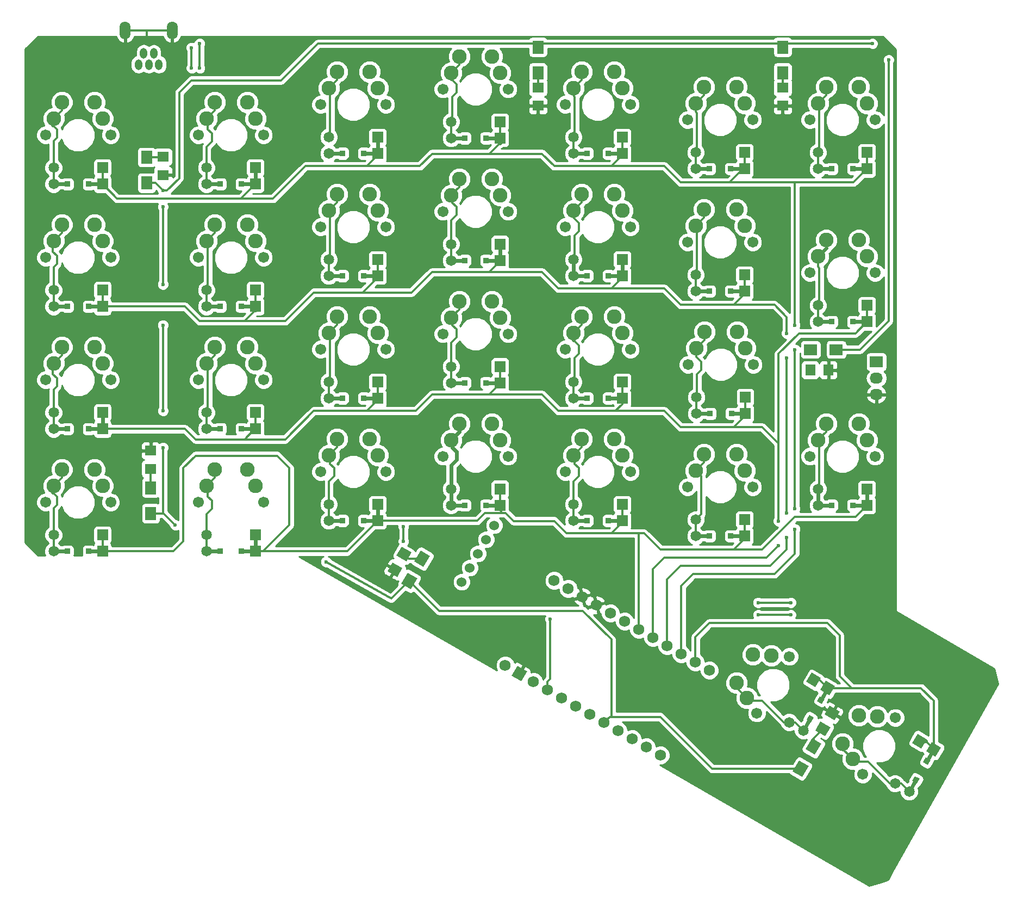
<source format=gbr>
G04 #@! TF.FileFunction,Copper,L2,Bot,Signal*
%FSLAX46Y46*%
G04 Gerber Fmt 4.6, Leading zero omitted, Abs format (unit mm)*
G04 Created by KiCad (PCBNEW 4.0.2-4+6225~38~ubuntu14.04.1-stable) date ma 18 apr 2016 22:17:21 CEST*
%MOMM*%
G01*
G04 APERTURE LIST*
%ADD10C,0.100000*%
%ADD11C,0.609600*%
%ADD12R,1.597660X1.800860*%
%ADD13R,1.800860X1.597660*%
%ADD14R,2.032000X1.727200*%
%ADD15O,2.032000X1.727200*%
%ADD16C,1.752600*%
%ADD17C,2.286000*%
%ADD18C,1.701800*%
%ADD19C,1.651000*%
%ADD20R,1.651000X1.651000*%
%ADD21R,0.838200X0.838200*%
%ADD22R,2.000000X1.700000*%
%ADD23R,1.700000X2.000000*%
%ADD24O,1.143000X1.651000*%
%ADD25O,1.701800X2.794000*%
%ADD26C,1.524000*%
%ADD27C,0.600000*%
%ADD28C,0.300000*%
%ADD29C,0.600000*%
%ADD30C,0.254000*%
G04 APERTURE END LIST*
D10*
D11*
X5188000Y-23761000D02*
X7334300Y-23761000D01*
X10661700Y-23761000D02*
X12808000Y-23761000D01*
X29000000Y-23760000D02*
X31146300Y-23760000D01*
X34473700Y-23760000D02*
X36620000Y-23760000D01*
X48050000Y-18999000D02*
X50196300Y-18999000D01*
X53523700Y-18999000D02*
X55670000Y-18999000D01*
X67100000Y-16618000D02*
X69246300Y-16618000D01*
X72573700Y-16618000D02*
X74720000Y-16618000D01*
X86150000Y-18999000D02*
X88296300Y-18999000D01*
X91623700Y-18999000D02*
X93770000Y-18999000D01*
X105200000Y-21380000D02*
X107346300Y-21380000D01*
X110673700Y-21380000D02*
X112820000Y-21380000D01*
X124250000Y-21380000D02*
X126396300Y-21380000D01*
X129723700Y-21380000D02*
X131870000Y-21380000D01*
X5188000Y-42811000D02*
X7334300Y-42811000D01*
X10661700Y-42811000D02*
X12808000Y-42811000D01*
X29000000Y-42811000D02*
X31146300Y-42811000D01*
X34473700Y-42811000D02*
X36620000Y-42811000D01*
X48050000Y-38049000D02*
X50196300Y-38049000D01*
X53523700Y-38049000D02*
X55670000Y-38049000D01*
X67100000Y-35658000D02*
X69246300Y-35658000D01*
X72573700Y-35658000D02*
X74720000Y-35658000D01*
X86150000Y-38049000D02*
X88296300Y-38049000D01*
X91623700Y-38049000D02*
X93770000Y-38049000D01*
X105200000Y-40430000D02*
X107346300Y-40430000D01*
X110673700Y-40430000D02*
X112820000Y-40430000D01*
X5188000Y-61861000D02*
X7334300Y-61861000D01*
X10661700Y-61861000D02*
X12808000Y-61861000D01*
X29000000Y-61861000D02*
X31146300Y-61861000D01*
X34473700Y-61861000D02*
X36620000Y-61861000D01*
X48050000Y-57099000D02*
X50196300Y-57099000D01*
X53523700Y-57099000D02*
X55670000Y-57099000D01*
X67100000Y-54708000D02*
X69246300Y-54708000D01*
X72573700Y-54708000D02*
X74720000Y-54708000D01*
X86150000Y-57099000D02*
X88296300Y-57099000D01*
X91623700Y-57099000D02*
X93770000Y-57099000D01*
X105291000Y-59480000D02*
X107437300Y-59480000D01*
X110764700Y-59480000D02*
X112911000Y-59480000D01*
X124250000Y-45193000D02*
X126396300Y-45193000D01*
X129723700Y-45193000D02*
X131870000Y-45193000D01*
X5188000Y-80911000D02*
X7334300Y-80911000D01*
X10661700Y-80911000D02*
X12808000Y-80911000D01*
X29000000Y-80911000D02*
X31146300Y-80911000D01*
X34473700Y-80911000D02*
X36620000Y-80911000D01*
X48050000Y-76149000D02*
X50196300Y-76149000D01*
X53523700Y-76149000D02*
X55670000Y-76149000D01*
X67100000Y-73758000D02*
X69246300Y-73758000D01*
X72573700Y-73758000D02*
X74720000Y-73758000D01*
X86150000Y-76149000D02*
X88296300Y-76149000D01*
X91623700Y-76149000D02*
X93770000Y-76149000D01*
X105200000Y-78530000D02*
X107346300Y-78530000D01*
X110673700Y-78530000D02*
X112820000Y-78530000D01*
X124250000Y-73768000D02*
X126396300Y-73768000D01*
X129723700Y-73768000D02*
X131870000Y-73768000D01*
X121953114Y-108804557D02*
X123026264Y-106945806D01*
X124689964Y-104064194D02*
X125763114Y-102205443D01*
X138451114Y-118329557D02*
X139524264Y-116470806D01*
X141187964Y-113589194D02*
X142261114Y-111730443D01*
D12*
X123040140Y-52705000D03*
X125879860Y-52705000D03*
D13*
X118745000Y-8740140D03*
X118745000Y-11579860D03*
X80645000Y-8740140D03*
X80645000Y-11579860D03*
D10*
G36*
X125400450Y-109686657D02*
X123840860Y-108786227D01*
X124639690Y-107402613D01*
X126199280Y-108303043D01*
X125400450Y-109686657D01*
X125400450Y-109686657D01*
G37*
G36*
X126820310Y-107227387D02*
X125260720Y-106326957D01*
X126059550Y-104943343D01*
X127619140Y-105843773D01*
X126820310Y-107227387D01*
X126820310Y-107227387D01*
G37*
D13*
X22225000Y-19535140D03*
X22225000Y-22374860D03*
X20320000Y-68094860D03*
X20320000Y-65255140D03*
D10*
G36*
X59384550Y-80178343D02*
X60944140Y-81078773D01*
X60145310Y-82462387D01*
X58585720Y-81561957D01*
X59384550Y-80178343D01*
X59384550Y-80178343D01*
G37*
G36*
X57964690Y-82637613D02*
X59524280Y-83538043D01*
X58725450Y-84921657D01*
X57165860Y-84021227D01*
X57964690Y-82637613D01*
X57964690Y-82637613D01*
G37*
D14*
X133350000Y-51435000D03*
D15*
X133350000Y-53975000D03*
X133350000Y-56515000D03*
D16*
X85351330Y-86745886D03*
X87551034Y-88015886D03*
X89750739Y-89285886D03*
X91950443Y-90555886D03*
X94150148Y-91825886D03*
X96349852Y-93095886D03*
X98549557Y-94365886D03*
X100749261Y-95635886D03*
X102948966Y-96905886D03*
X105148670Y-98175886D03*
X107348375Y-99445886D03*
X99728375Y-112644114D03*
X97528670Y-111374114D03*
X95328966Y-110104114D03*
X93129261Y-108834114D03*
X90929557Y-107564114D03*
X88729852Y-106294114D03*
X86530148Y-105024114D03*
X84330443Y-103754114D03*
X82130739Y-102484114D03*
X79931034Y-101214114D03*
D10*
G36*
X76534282Y-100264862D02*
X77410582Y-98747066D01*
X78928378Y-99623366D01*
X78052078Y-101141162D01*
X76534282Y-100264862D01*
X76534282Y-100264862D01*
G37*
D16*
X75531625Y-98674114D03*
X83151625Y-85475886D03*
D17*
X11538000Y-11061000D03*
X5188000Y-13601000D03*
D18*
X3918000Y-16141000D03*
X14078000Y-16141000D03*
D17*
X12808000Y-13601000D03*
X6458000Y-11061000D03*
D19*
X5188000Y-21221000D03*
D20*
X12808000Y-21221000D03*
D19*
X5188000Y-23761000D03*
D20*
X12808000Y-23761000D03*
D21*
X7334300Y-23761000D03*
X10661700Y-23761000D03*
D17*
X35350000Y-11060000D03*
X29000000Y-13600000D03*
D18*
X27730000Y-16140000D03*
X37890000Y-16140000D03*
D17*
X36620000Y-13600000D03*
X30270000Y-11060000D03*
D19*
X29000000Y-21220000D03*
D20*
X36620000Y-21220000D03*
D19*
X29000000Y-23760000D03*
D20*
X36620000Y-23760000D03*
D21*
X31146300Y-23760000D03*
X34473700Y-23760000D03*
D17*
X54400000Y-6299000D03*
X48050000Y-8839000D03*
D18*
X46780000Y-11379000D03*
X56940000Y-11379000D03*
D17*
X55670000Y-8839000D03*
X49320000Y-6299000D03*
D19*
X48050000Y-16459000D03*
D20*
X55670000Y-16459000D03*
D19*
X48050000Y-18999000D03*
D20*
X55670000Y-18999000D03*
D21*
X50196300Y-18999000D03*
X53523700Y-18999000D03*
D17*
X73450000Y-3918000D03*
X67100000Y-6458000D03*
D18*
X65830000Y-8998000D03*
X75990000Y-8998000D03*
D17*
X74720000Y-6458000D03*
X68370000Y-3918000D03*
D19*
X67100000Y-14078000D03*
D20*
X74720000Y-14078000D03*
D19*
X67100000Y-16618000D03*
D20*
X74720000Y-16618000D03*
D21*
X69246300Y-16618000D03*
X72573700Y-16618000D03*
D17*
X92500000Y-6299000D03*
X86150000Y-8839000D03*
D18*
X84880000Y-11379000D03*
X95040000Y-11379000D03*
D17*
X93770000Y-8839000D03*
X87420000Y-6299000D03*
D19*
X86150000Y-16459000D03*
D20*
X93770000Y-16459000D03*
D19*
X86150000Y-18999000D03*
D20*
X93770000Y-18999000D03*
D21*
X88296300Y-18999000D03*
X91623700Y-18999000D03*
D17*
X111550000Y-8680000D03*
X105200000Y-11220000D03*
D18*
X103930000Y-13760000D03*
X114090000Y-13760000D03*
D17*
X112820000Y-11220000D03*
X106470000Y-8680000D03*
D19*
X105200000Y-18840000D03*
D20*
X112820000Y-18840000D03*
D19*
X105200000Y-21380000D03*
D20*
X112820000Y-21380000D03*
D21*
X107346300Y-21380000D03*
X110673700Y-21380000D03*
D17*
X130600000Y-8680000D03*
X124250000Y-11220000D03*
D18*
X122980000Y-13760000D03*
X133140000Y-13760000D03*
D17*
X131870000Y-11220000D03*
X125520000Y-8680000D03*
D19*
X124250000Y-18840000D03*
D20*
X131870000Y-18840000D03*
D19*
X124250000Y-21380000D03*
D20*
X131870000Y-21380000D03*
D21*
X126396300Y-21380000D03*
X129723700Y-21380000D03*
D17*
X11538000Y-30111000D03*
X5188000Y-32651000D03*
D18*
X3918000Y-35191000D03*
X14078000Y-35191000D03*
D17*
X12808000Y-32651000D03*
X6458000Y-30111000D03*
D19*
X5188000Y-40271000D03*
D20*
X12808000Y-40271000D03*
D19*
X5188000Y-42811000D03*
D20*
X12808000Y-42811000D03*
D21*
X7334300Y-42811000D03*
X10661700Y-42811000D03*
D17*
X35350000Y-30111000D03*
X29000000Y-32651000D03*
D18*
X27730000Y-35191000D03*
X37890000Y-35191000D03*
D17*
X36620000Y-32651000D03*
X30270000Y-30111000D03*
D19*
X29000000Y-40271000D03*
D20*
X36620000Y-40271000D03*
D19*
X29000000Y-42811000D03*
D20*
X36620000Y-42811000D03*
D21*
X31146300Y-42811000D03*
X34473700Y-42811000D03*
D17*
X54400000Y-25349000D03*
X48050000Y-27889000D03*
D18*
X46780000Y-30429000D03*
X56940000Y-30429000D03*
D17*
X55670000Y-27889000D03*
X49320000Y-25349000D03*
D19*
X48050000Y-35509000D03*
D20*
X55670000Y-35509000D03*
D19*
X48050000Y-38049000D03*
D20*
X55670000Y-38049000D03*
D21*
X50196300Y-38049000D03*
X53523700Y-38049000D03*
D17*
X73450000Y-22958000D03*
X67100000Y-25498000D03*
D18*
X65830000Y-28038000D03*
X75990000Y-28038000D03*
D17*
X74720000Y-25498000D03*
X68370000Y-22958000D03*
D19*
X67100000Y-33118000D03*
D20*
X74720000Y-33118000D03*
D19*
X67100000Y-35658000D03*
D20*
X74720000Y-35658000D03*
D21*
X69246300Y-35658000D03*
X72573700Y-35658000D03*
D17*
X92500000Y-25349000D03*
X86150000Y-27889000D03*
D18*
X84880000Y-30429000D03*
X95040000Y-30429000D03*
D17*
X93770000Y-27889000D03*
X87420000Y-25349000D03*
D19*
X86150000Y-35509000D03*
D20*
X93770000Y-35509000D03*
D19*
X86150000Y-38049000D03*
D20*
X93770000Y-38049000D03*
D21*
X88296300Y-38049000D03*
X91623700Y-38049000D03*
D17*
X111550000Y-27730000D03*
X105200000Y-30270000D03*
D18*
X103930000Y-32810000D03*
X114090000Y-32810000D03*
D17*
X112820000Y-30270000D03*
X106470000Y-27730000D03*
D19*
X105200000Y-37890000D03*
D20*
X112820000Y-37890000D03*
D19*
X105200000Y-40430000D03*
D20*
X112820000Y-40430000D03*
D21*
X107346300Y-40430000D03*
X110673700Y-40430000D03*
D17*
X11538000Y-49161000D03*
X5188000Y-51701000D03*
D18*
X3918000Y-54241000D03*
X14078000Y-54241000D03*
D17*
X12808000Y-51701000D03*
X6458000Y-49161000D03*
D19*
X5188000Y-59321000D03*
D20*
X12808000Y-59321000D03*
D19*
X5188000Y-61861000D03*
D20*
X12808000Y-61861000D03*
D21*
X7334300Y-61861000D03*
X10661700Y-61861000D03*
D17*
X35350000Y-49161000D03*
X29000000Y-51701000D03*
D18*
X27730000Y-54241000D03*
X37890000Y-54241000D03*
D17*
X36620000Y-51701000D03*
X30270000Y-49161000D03*
D19*
X29000000Y-59321000D03*
D20*
X36620000Y-59321000D03*
D19*
X29000000Y-61861000D03*
D20*
X36620000Y-61861000D03*
D21*
X31146300Y-61861000D03*
X34473700Y-61861000D03*
D17*
X54400000Y-44399000D03*
X48050000Y-46939000D03*
D18*
X46780000Y-49479000D03*
X56940000Y-49479000D03*
D17*
X55670000Y-46939000D03*
X49320000Y-44399000D03*
D19*
X48050000Y-54559000D03*
D20*
X55670000Y-54559000D03*
D19*
X48050000Y-57099000D03*
D20*
X55670000Y-57099000D03*
D21*
X50196300Y-57099000D03*
X53523700Y-57099000D03*
D17*
X73450000Y-42008000D03*
X67100000Y-44548000D03*
D18*
X65830000Y-47088000D03*
X75990000Y-47088000D03*
D17*
X74720000Y-44548000D03*
X68370000Y-42008000D03*
D19*
X67100000Y-52168000D03*
D20*
X74720000Y-52168000D03*
D19*
X67100000Y-54708000D03*
D20*
X74720000Y-54708000D03*
D21*
X69246300Y-54708000D03*
X72573700Y-54708000D03*
D17*
X92500000Y-44399000D03*
X86150000Y-46939000D03*
D18*
X84880000Y-49479000D03*
X95040000Y-49479000D03*
D17*
X93770000Y-46939000D03*
X87420000Y-44399000D03*
D19*
X86150000Y-54559000D03*
D20*
X93770000Y-54559000D03*
D19*
X86150000Y-57099000D03*
D20*
X93770000Y-57099000D03*
D21*
X88296300Y-57099000D03*
X91623700Y-57099000D03*
D17*
X111641000Y-46780000D03*
X105291000Y-49320000D03*
D18*
X104021000Y-51860000D03*
X114181000Y-51860000D03*
D17*
X112911000Y-49320000D03*
X106561000Y-46780000D03*
D19*
X105291000Y-56940000D03*
D20*
X112911000Y-56940000D03*
D19*
X105291000Y-59480000D03*
D20*
X112911000Y-59480000D03*
D21*
X107437300Y-59480000D03*
X110764700Y-59480000D03*
D17*
X130600000Y-32493000D03*
X124250000Y-35033000D03*
D18*
X122980000Y-37573000D03*
X133140000Y-37573000D03*
D17*
X131870000Y-35033000D03*
X125520000Y-32493000D03*
D19*
X124250000Y-42653000D03*
D20*
X131870000Y-42653000D03*
D19*
X124250000Y-45193000D03*
D20*
X131870000Y-45193000D03*
D21*
X126396300Y-45193000D03*
X129723700Y-45193000D03*
D17*
X11538000Y-68211000D03*
X5188000Y-70751000D03*
D18*
X3918000Y-73291000D03*
X14078000Y-73291000D03*
D17*
X12808000Y-70751000D03*
X6458000Y-68211000D03*
D19*
X5188000Y-78371000D03*
D20*
X12808000Y-78371000D03*
D19*
X5188000Y-80911000D03*
D20*
X12808000Y-80911000D03*
D21*
X7334300Y-80911000D03*
X10661700Y-80911000D03*
D17*
X35350000Y-68211000D03*
X29000000Y-70751000D03*
D18*
X27730000Y-73291000D03*
X37890000Y-73291000D03*
D17*
X36620000Y-70751000D03*
X30270000Y-68211000D03*
D19*
X29000000Y-78371000D03*
D20*
X36620000Y-78371000D03*
D19*
X29000000Y-80911000D03*
D20*
X36620000Y-80911000D03*
D21*
X31146300Y-80911000D03*
X34473700Y-80911000D03*
D17*
X54400000Y-63449000D03*
X48050000Y-65989000D03*
D18*
X46780000Y-68529000D03*
X56940000Y-68529000D03*
D17*
X55670000Y-65989000D03*
X49320000Y-63449000D03*
D19*
X48050000Y-73609000D03*
D20*
X55670000Y-73609000D03*
D19*
X48050000Y-76149000D03*
D20*
X55670000Y-76149000D03*
D21*
X50196300Y-76149000D03*
X53523700Y-76149000D03*
D17*
X73450000Y-61058000D03*
X67100000Y-63598000D03*
D18*
X65830000Y-66138000D03*
X75990000Y-66138000D03*
D17*
X74720000Y-63598000D03*
X68370000Y-61058000D03*
D19*
X67100000Y-71218000D03*
D20*
X74720000Y-71218000D03*
D19*
X67100000Y-73758000D03*
D20*
X74720000Y-73758000D03*
D21*
X69246300Y-73758000D03*
X72573700Y-73758000D03*
D17*
X92500000Y-63449000D03*
X86150000Y-65989000D03*
D18*
X84880000Y-68529000D03*
X95040000Y-68529000D03*
D17*
X93770000Y-65989000D03*
X87420000Y-63449000D03*
D19*
X86150000Y-73609000D03*
D20*
X93770000Y-73609000D03*
D19*
X86150000Y-76149000D03*
D20*
X93770000Y-76149000D03*
D21*
X88296300Y-76149000D03*
X91623700Y-76149000D03*
D17*
X111550000Y-65830000D03*
X105200000Y-68370000D03*
D18*
X103930000Y-70910000D03*
X114090000Y-70910000D03*
D17*
X112820000Y-68370000D03*
X106470000Y-65830000D03*
D19*
X105200000Y-75990000D03*
D20*
X112820000Y-75990000D03*
D19*
X105200000Y-78530000D03*
D20*
X112820000Y-78530000D03*
D21*
X107346300Y-78530000D03*
X110673700Y-78530000D03*
D17*
X130600000Y-61068000D03*
X124250000Y-63608000D03*
D18*
X122980000Y-66148000D03*
X133140000Y-66148000D03*
D17*
X131870000Y-63608000D03*
X125520000Y-61068000D03*
D19*
X124250000Y-71228000D03*
D20*
X131870000Y-71228000D03*
D19*
X124250000Y-73768000D03*
D20*
X131870000Y-73768000D03*
D21*
X126396300Y-73768000D03*
X129723700Y-73768000D03*
D17*
X114129591Y-96955295D03*
X113154295Y-103724557D03*
D18*
X114719000Y-106094409D03*
X119799000Y-97295591D03*
D17*
X116964295Y-97125443D03*
X111589591Y-101354705D03*
D19*
X119753409Y-107534557D03*
D10*
G36*
X123865563Y-102063097D02*
X122435755Y-101237597D01*
X123261255Y-99807789D01*
X124691063Y-100633289D01*
X123865563Y-102063097D01*
X123865563Y-102063097D01*
G37*
D19*
X121953114Y-108804557D03*
D10*
G36*
X126065268Y-103333097D02*
X124635460Y-102507597D01*
X125460960Y-101077789D01*
X126890768Y-101903289D01*
X126065268Y-103333097D01*
X126065268Y-103333097D01*
G37*
G36*
X123179665Y-107518307D02*
X122453763Y-107099207D01*
X122872863Y-106373305D01*
X123598765Y-106792405D01*
X123179665Y-107518307D01*
X123179665Y-107518307D01*
G37*
G36*
X124843365Y-104636695D02*
X124117463Y-104217595D01*
X124536563Y-103491693D01*
X125262465Y-103910793D01*
X124843365Y-104636695D01*
X124843365Y-104636695D01*
G37*
D17*
X130627591Y-106480295D03*
X129652295Y-113249557D03*
D18*
X131217000Y-115619409D03*
X136297000Y-106820591D03*
D17*
X133462295Y-106650443D03*
X128087591Y-110879705D03*
D19*
X136251409Y-117059557D03*
D10*
G36*
X140363563Y-111588097D02*
X138933755Y-110762597D01*
X139759255Y-109332789D01*
X141189063Y-110158289D01*
X140363563Y-111588097D01*
X140363563Y-111588097D01*
G37*
D19*
X138451114Y-118329557D03*
D10*
G36*
X142563268Y-112858097D02*
X141133460Y-112032597D01*
X141958960Y-110602789D01*
X143388768Y-111428289D01*
X142563268Y-112858097D01*
X142563268Y-112858097D01*
G37*
G36*
X139677665Y-117043307D02*
X138951763Y-116624207D01*
X139370863Y-115898305D01*
X140096765Y-116317405D01*
X139677665Y-117043307D01*
X139677665Y-117043307D01*
G37*
G36*
X141341365Y-114161695D02*
X140615463Y-113742595D01*
X141034563Y-113016693D01*
X141760465Y-113435793D01*
X141341365Y-114161695D01*
X141341365Y-114161695D01*
G37*
D22*
X127095000Y-49530000D03*
X123095000Y-49530000D03*
D23*
X118745000Y-2445000D03*
X118745000Y-6445000D03*
X80645000Y-2445000D03*
X80645000Y-6445000D03*
D10*
G36*
X121791122Y-116053076D02*
X120318878Y-115203076D01*
X121318878Y-113471026D01*
X122791122Y-114321026D01*
X121791122Y-116053076D01*
X121791122Y-116053076D01*
G37*
G36*
X123791122Y-112588974D02*
X122318878Y-111738974D01*
X123318878Y-110006924D01*
X124791122Y-110856924D01*
X123791122Y-112588974D01*
X123791122Y-112588974D01*
G37*
D23*
X19685000Y-23590000D03*
X19685000Y-19590000D03*
X20320000Y-75025000D03*
X20320000Y-71025000D03*
D10*
G36*
X60831122Y-86843076D02*
X59358878Y-85993076D01*
X60358878Y-84261026D01*
X61831122Y-85111026D01*
X60831122Y-86843076D01*
X60831122Y-86843076D01*
G37*
G36*
X62831122Y-83378974D02*
X61358878Y-82528974D01*
X62358878Y-80796924D01*
X63831122Y-81646924D01*
X62831122Y-83378974D01*
X62831122Y-83378974D01*
G37*
D24*
X21600200Y-5168900D03*
X20800100Y-3421380D03*
X20000000Y-5168900D03*
X19199900Y-3421380D03*
X18399800Y-5168900D03*
D25*
X16352560Y154940D03*
X23647440Y154940D03*
D26*
X73830148Y-76880591D03*
X72560148Y-79080295D03*
X71290148Y-81280000D03*
X70020148Y-83479705D03*
X68750148Y-85679409D03*
D27*
X114935000Y-88900000D03*
X82550000Y-91440000D03*
X120015000Y-88900000D03*
X120015000Y-90805000D03*
X114935000Y-90805000D03*
X118110000Y-80010000D03*
X118110000Y-76200000D03*
X119380000Y-74930000D03*
X119380000Y-78740000D03*
X119380000Y-46990000D03*
X119380000Y-50800000D03*
X120650000Y-45720000D03*
X120650000Y-49530000D03*
X120650000Y-74295000D03*
X120650000Y-77470000D03*
X47625000Y-82550000D03*
X24130000Y-76835000D03*
X22225000Y-24765000D03*
X22225000Y-27305000D03*
X22225000Y-39370000D03*
X22225000Y-45720000D03*
X22225000Y-59055000D03*
X22225000Y-64770000D03*
X135255000Y-4445000D03*
X132715000Y-1905000D03*
X59690000Y-77049002D03*
X59690000Y-79375000D03*
X26670000Y-5715000D03*
X26670000Y-2540000D03*
X27940000Y-1905000D03*
X27940000Y-5715000D03*
D28*
X16352560Y154940D02*
X19685000Y154940D01*
X19685000Y154940D02*
X19685000Y-1270000D01*
X19685000Y154940D02*
X23647440Y154940D01*
X118745000Y-6445000D02*
X118745000Y-8740140D01*
X80645000Y-6445000D02*
X80645000Y-8740140D01*
X123555000Y-111297949D02*
X123555000Y-110009705D01*
X123555000Y-110009705D02*
X125020070Y-108544635D01*
X19685000Y-19590000D02*
X22170140Y-19590000D01*
X22170140Y-19590000D02*
X22225000Y-19535140D01*
X20320000Y-71025000D02*
X20320000Y-68094860D01*
X62595000Y-82087949D02*
X60532514Y-82087949D01*
X60532514Y-82087949D02*
X59764930Y-81320365D01*
X114935000Y-88900000D02*
X120015000Y-88900000D01*
X82130739Y-101180739D02*
X82550000Y-100761478D01*
X82550000Y-100761478D02*
X82550000Y-91440000D01*
X82130739Y-102484114D02*
X82130739Y-101180739D01*
X114935000Y-90805000D02*
X120015000Y-90805000D01*
X127635000Y-100330000D02*
X129510443Y-102205443D01*
X129540000Y-102235000D02*
X129540000Y-102205443D01*
X129510443Y-102205443D02*
X129540000Y-102235000D01*
X127635000Y-100330000D02*
X127635000Y-93980000D01*
X127635000Y-93980000D02*
X125730000Y-92075000D01*
X127635000Y-102205443D02*
X129540000Y-102205443D01*
X129540000Y-102205443D02*
X140305443Y-102205443D01*
X140305443Y-102205443D02*
X142261114Y-104161114D01*
X105148670Y-94241330D02*
X105148670Y-98175886D01*
X107315000Y-92075000D02*
X105148670Y-94241330D01*
X125730000Y-92075000D02*
X107315000Y-92075000D01*
X125763114Y-102205443D02*
X127635000Y-102205443D01*
X142261114Y-104161114D02*
X142261114Y-111730443D01*
D29*
X140061409Y-110460443D02*
X140991114Y-110460443D01*
D28*
X140991114Y-110460443D02*
X142261114Y-111730443D01*
X123563409Y-100935443D02*
X124493114Y-100935443D01*
X124493114Y-100935443D02*
X125763114Y-102205443D01*
X18784000Y-80911000D02*
X23864000Y-80911000D01*
X25400000Y-67945000D02*
X27305000Y-66040000D01*
X25400000Y-79375000D02*
X25400000Y-67945000D01*
X23864000Y-80911000D02*
X25400000Y-79375000D01*
X37834000Y-80911000D02*
X50908000Y-80911000D01*
X36620000Y-80911000D02*
X37834000Y-80911000D01*
X27305000Y-66040000D02*
X40005000Y-66040000D01*
X37834000Y-80911000D02*
X41910000Y-76835000D01*
X41910000Y-67945000D02*
X41910000Y-76835000D01*
X40005000Y-66040000D02*
X41910000Y-67945000D01*
X18784000Y-80911000D02*
X12808000Y-80911000D01*
X12808000Y-78371000D02*
X12808000Y-80911000D01*
D29*
X36620000Y-80911000D02*
X36620000Y-78371000D01*
D28*
X55670000Y-76149000D02*
X71120000Y-76149000D01*
X50908000Y-80911000D02*
X55670000Y-76149000D01*
D29*
X55670000Y-73609000D02*
X55670000Y-76149000D01*
D28*
X74930000Y-74930000D02*
X74930000Y-73968000D01*
D29*
X74930000Y-73968000D02*
X74720000Y-73758000D01*
D28*
X71120000Y-76149000D02*
X71171000Y-76149000D01*
X75565000Y-74930000D02*
X76835000Y-76200000D01*
X72390000Y-74930000D02*
X74930000Y-74930000D01*
X74930000Y-74930000D02*
X75565000Y-74930000D01*
X71171000Y-76149000D02*
X72390000Y-74930000D01*
X96520000Y-78105000D02*
X97155000Y-78105000D01*
X97155000Y-78105000D02*
X99695000Y-80645000D01*
X103505000Y-80645000D02*
X99695000Y-80645000D01*
X103505000Y-80645000D02*
X111125000Y-80645000D01*
X96349852Y-78105000D02*
X96520000Y-78105000D01*
X96349852Y-80645000D02*
X96349852Y-78105000D01*
X92075000Y-78105000D02*
X93980000Y-78105000D01*
X93980000Y-78105000D02*
X96520000Y-78105000D01*
X96349852Y-93095886D02*
X96349852Y-80645000D01*
X113030000Y-80645000D02*
X115570000Y-80645000D01*
X111125000Y-80645000D02*
X113030000Y-80645000D01*
X130073000Y-75565000D02*
X131870000Y-73768000D01*
X120650000Y-75565000D02*
X130073000Y-75565000D01*
X115570000Y-80645000D02*
X120650000Y-75565000D01*
D29*
X112820000Y-78530000D02*
X112820000Y-78950000D01*
D28*
X112820000Y-78950000D02*
X111125000Y-80645000D01*
D29*
X93770000Y-76149000D02*
X93770000Y-76410000D01*
D28*
X93770000Y-76410000D02*
X92075000Y-78105000D01*
X85090000Y-78105000D02*
X92075000Y-78105000D01*
X74720000Y-73758000D02*
X74720000Y-74505000D01*
X74720000Y-71218000D02*
X74720000Y-73758000D01*
X93770000Y-73609000D02*
X93770000Y-76149000D01*
X112820000Y-75990000D02*
X112820000Y-78530000D01*
D29*
X131870000Y-71228000D02*
X131870000Y-73768000D01*
D28*
X83185000Y-76200000D02*
X85090000Y-78105000D01*
X76835000Y-76200000D02*
X83185000Y-76200000D01*
X39370000Y-63500000D02*
X41275000Y-63500000D01*
X34925000Y-63500000D02*
X39370000Y-63500000D01*
X45720000Y-59055000D02*
X53975000Y-59055000D01*
X41275000Y-63500000D02*
X45720000Y-59055000D01*
D29*
X36620000Y-61861000D02*
X36564000Y-61861000D01*
D28*
X36564000Y-61861000D02*
X34925000Y-63500000D01*
X12808000Y-61861000D02*
X25666000Y-61861000D01*
X27305000Y-63500000D02*
X34925000Y-63500000D01*
X25666000Y-61861000D02*
X27305000Y-63500000D01*
D29*
X12808000Y-59321000D02*
X12808000Y-61861000D01*
D28*
X36620000Y-59321000D02*
X36620000Y-61861000D01*
X59055000Y-59055000D02*
X61595000Y-59055000D01*
X53975000Y-59055000D02*
X59055000Y-59055000D01*
X61595000Y-59055000D02*
X64135000Y-56515000D01*
D29*
X55670000Y-57099000D02*
X55670000Y-57360000D01*
D28*
X55670000Y-57360000D02*
X53975000Y-59055000D01*
X55670000Y-54559000D02*
X55670000Y-57099000D01*
X118110000Y-80010000D02*
X116205000Y-81915000D01*
X118110000Y-64135000D02*
X118110000Y-76200000D01*
X98549557Y-83695443D02*
X98549557Y-94365886D01*
X100330000Y-81915000D02*
X98549557Y-83695443D01*
X116205000Y-81915000D02*
X100330000Y-81915000D01*
X118110000Y-59055000D02*
X118110000Y-64135000D01*
X130073000Y-46990000D02*
X131870000Y-45193000D01*
X121285000Y-46990000D02*
X130073000Y-46990000D01*
X118110000Y-50165000D02*
X121285000Y-46990000D01*
X118110000Y-59055000D02*
X118110000Y-50165000D01*
X93770000Y-57099000D02*
X93770000Y-57995000D01*
X73025000Y-56515000D02*
X78105000Y-56515000D01*
D29*
X74720000Y-54708000D02*
X74720000Y-54820000D01*
D28*
X74720000Y-54820000D02*
X73025000Y-56515000D01*
X64135000Y-56515000D02*
X73025000Y-56515000D01*
X74720000Y-52168000D02*
X74720000Y-54708000D01*
X93770000Y-54559000D02*
X93770000Y-57099000D01*
X112911000Y-59480000D02*
X112911000Y-56940000D01*
X131870000Y-42653000D02*
X131870000Y-45193000D01*
X115570000Y-61595000D02*
X118110000Y-64135000D01*
X111125000Y-61595000D02*
X115570000Y-61595000D01*
D29*
X112911000Y-59480000D02*
X112911000Y-59809000D01*
D28*
X112911000Y-59809000D02*
X111125000Y-61595000D01*
X102870000Y-61595000D02*
X111125000Y-61595000D01*
X100330000Y-59055000D02*
X102870000Y-61595000D01*
X95250000Y-59055000D02*
X100330000Y-59055000D01*
X92710000Y-59055000D02*
X95250000Y-59055000D01*
X93770000Y-57995000D02*
X92710000Y-59055000D01*
X78105000Y-56515000D02*
X81280000Y-56515000D01*
X81280000Y-56515000D02*
X83820000Y-59055000D01*
X83820000Y-59055000D02*
X92710000Y-59055000D01*
X38100000Y-45085000D02*
X41275000Y-45085000D01*
X34925000Y-45085000D02*
X38100000Y-45085000D01*
X45720000Y-40640000D02*
X53340000Y-40640000D01*
X41275000Y-45085000D02*
X45720000Y-40640000D01*
D29*
X36620000Y-42811000D02*
X36620000Y-43390000D01*
D28*
X36620000Y-43390000D02*
X34925000Y-45085000D01*
X12808000Y-42811000D02*
X25666000Y-42811000D01*
X25666000Y-42811000D02*
X27940000Y-45085000D01*
X27940000Y-45085000D02*
X34925000Y-45085000D01*
X12808000Y-40271000D02*
X12808000Y-42811000D01*
X36620000Y-40271000D02*
X36620000Y-42811000D01*
X58420000Y-40640000D02*
X60960000Y-40640000D01*
X53340000Y-40640000D02*
X58420000Y-40640000D01*
X60960000Y-40640000D02*
X64135000Y-37465000D01*
D29*
X55670000Y-38049000D02*
X55670000Y-38310000D01*
D28*
X55670000Y-38310000D02*
X53340000Y-40640000D01*
X55670000Y-35509000D02*
X55670000Y-38049000D01*
X119380000Y-78740000D02*
X119380000Y-80645000D01*
X119380000Y-50800000D02*
X119380000Y-74930000D01*
X117475000Y-42545000D02*
X119380000Y-44450000D01*
X119380000Y-44450000D02*
X119380000Y-46990000D01*
X111125000Y-42545000D02*
X113665000Y-42545000D01*
X113665000Y-42545000D02*
X117475000Y-42545000D01*
X102870000Y-42545000D02*
X111125000Y-42545000D01*
X100749261Y-85305739D02*
X100749261Y-95635886D01*
X102870000Y-83185000D02*
X100749261Y-85305739D01*
X116840000Y-83185000D02*
X102870000Y-83185000D01*
X119380000Y-80645000D02*
X116840000Y-83185000D01*
D29*
X112820000Y-40430000D02*
X112820000Y-40850000D01*
D28*
X112820000Y-40850000D02*
X111125000Y-42545000D01*
D29*
X93770000Y-38049000D02*
X93770000Y-38310000D01*
D28*
X93770000Y-38310000D02*
X92075000Y-40005000D01*
X76835000Y-37465000D02*
X81280000Y-37465000D01*
X73025000Y-37465000D02*
X76835000Y-37465000D01*
D29*
X74720000Y-35658000D02*
X74720000Y-35770000D01*
D28*
X74720000Y-35770000D02*
X73025000Y-37465000D01*
X64135000Y-37465000D02*
X73025000Y-37465000D01*
D29*
X74720000Y-33118000D02*
X74720000Y-35658000D01*
X93770000Y-35509000D02*
X93770000Y-38049000D01*
D28*
X112820000Y-40430000D02*
X112820000Y-37890000D01*
X93980000Y-40005000D02*
X100330000Y-40005000D01*
X92075000Y-40005000D02*
X93980000Y-40005000D01*
X100330000Y-40005000D02*
X102870000Y-42545000D01*
X83820000Y-40005000D02*
X92075000Y-40005000D01*
X81280000Y-37465000D02*
X83820000Y-40005000D01*
X28575000Y-26035000D02*
X15082000Y-26035000D01*
X15082000Y-26035000D02*
X12808000Y-23761000D01*
X39370000Y-26035000D02*
X44450000Y-20955000D01*
X44450000Y-20955000D02*
X53975000Y-20955000D01*
X34345000Y-26035000D02*
X39370000Y-26035000D01*
X34345000Y-26035000D02*
X36620000Y-23760000D01*
X28575000Y-26035000D02*
X34345000Y-26035000D01*
X12808000Y-21221000D02*
X12808000Y-23761000D01*
D29*
X36620000Y-21220000D02*
X36620000Y-23760000D01*
D28*
X57785000Y-20955000D02*
X62230000Y-20955000D01*
X53975000Y-20955000D02*
X57785000Y-20955000D01*
X62230000Y-20955000D02*
X64135000Y-19050000D01*
D29*
X55670000Y-18999000D02*
X55670000Y-19260000D01*
D28*
X55670000Y-19260000D02*
X53975000Y-20955000D01*
D29*
X55670000Y-16459000D02*
X55670000Y-18999000D01*
D28*
X120650000Y-77470000D02*
X120650000Y-81280000D01*
X120650000Y-23495000D02*
X120650000Y-45720000D01*
X120650000Y-49530000D02*
X120650000Y-55880000D01*
X120650000Y-55880000D02*
X120650000Y-74295000D01*
X116205000Y-23495000D02*
X120650000Y-23495000D01*
X120650000Y-23495000D02*
X129755000Y-23495000D01*
X110490000Y-23495000D02*
X116205000Y-23495000D01*
X102870000Y-23495000D02*
X110490000Y-23495000D01*
X100330000Y-20955000D02*
X102870000Y-23495000D01*
X102948966Y-86281034D02*
X102948966Y-96905886D01*
X104775000Y-84455000D02*
X102948966Y-86281034D01*
X117475000Y-84455000D02*
X104775000Y-84455000D01*
X120650000Y-81280000D02*
X117475000Y-84455000D01*
X129755000Y-23495000D02*
X131870000Y-21380000D01*
D29*
X112820000Y-21380000D02*
X112605000Y-21380000D01*
D28*
X112605000Y-21380000D02*
X110490000Y-23495000D01*
D29*
X93770000Y-18999000D02*
X93770000Y-19260000D01*
D28*
X93770000Y-19260000D02*
X92075000Y-20955000D01*
X74930000Y-19050000D02*
X81280000Y-19050000D01*
X73025000Y-19050000D02*
X74930000Y-19050000D01*
D29*
X74720000Y-16618000D02*
X74720000Y-17355000D01*
D28*
X74720000Y-17355000D02*
X73025000Y-19050000D01*
X64135000Y-19050000D02*
X73025000Y-19050000D01*
X74720000Y-14078000D02*
X74720000Y-16618000D01*
X93770000Y-16459000D02*
X93770000Y-18999000D01*
X112820000Y-21380000D02*
X112820000Y-18840000D01*
X131870000Y-18840000D02*
X131870000Y-21380000D01*
X94615000Y-20955000D02*
X100330000Y-20955000D01*
X92075000Y-20955000D02*
X94615000Y-20955000D01*
X83185000Y-20955000D02*
X92075000Y-20955000D01*
X81280000Y-19050000D02*
X83185000Y-20955000D01*
X24765000Y-9525000D02*
X26670000Y-7620000D01*
X40640000Y-7620000D02*
X46355000Y-1905000D01*
X26670000Y-7620000D02*
X40640000Y-7620000D01*
X57785000Y-88265000D02*
X47625000Y-82550000D01*
X22320000Y-75025000D02*
X22225000Y-75025000D01*
X24130000Y-76835000D02*
X22320000Y-75025000D01*
X46355000Y-1905000D02*
X78105000Y-1905000D01*
X22860000Y-24765000D02*
X24765000Y-22860000D01*
X24765000Y-22860000D02*
X24765000Y-9525000D01*
X22860000Y-24765000D02*
X22225000Y-24765000D01*
X22225000Y-75025000D02*
X22225000Y-64770000D01*
X22225000Y-39370000D02*
X22225000Y-27305000D01*
X22225000Y-59055000D02*
X22225000Y-45720000D01*
X21050000Y-23590000D02*
X19685000Y-23590000D01*
X22225000Y-24765000D02*
X21050000Y-23590000D01*
X22225000Y-75025000D02*
X20320000Y-75025000D01*
X60497949Y-85552051D02*
X57785000Y-88265000D01*
X65212949Y-90170000D02*
X60595000Y-85552051D01*
X60595000Y-85552051D02*
X60497949Y-85552051D01*
X92075000Y-106680000D02*
X92075000Y-94615000D01*
X87630000Y-90170000D02*
X65212949Y-90170000D01*
X92075000Y-94615000D02*
X87630000Y-90170000D01*
X121555000Y-114762051D02*
X107777051Y-114762051D01*
X107777051Y-114762051D02*
X99695000Y-106680000D01*
X99695000Y-106680000D02*
X92075000Y-106680000D01*
X119285000Y-1905000D02*
X132715000Y-1905000D01*
X135255000Y-45085000D02*
X135255000Y-4445000D01*
X130810000Y-49530000D02*
X135255000Y-45085000D01*
X130810000Y-49530000D02*
X127095000Y-49530000D01*
X119285000Y-1905000D02*
X118745000Y-2445000D01*
X80645000Y-2445000D02*
X80740000Y-2445000D01*
X80740000Y-2445000D02*
X81280000Y-1905000D01*
X81280000Y-1905000D02*
X118205000Y-1905000D01*
X118205000Y-1905000D02*
X118745000Y-2445000D01*
X80105000Y-1905000D02*
X78105000Y-1905000D01*
X80105000Y-1905000D02*
X80645000Y-2445000D01*
X91813671Y-106680000D02*
X90929557Y-107564114D01*
X92075000Y-106680000D02*
X91813671Y-106680000D01*
X59690000Y-79375000D02*
X59690000Y-77049002D01*
X6458000Y-11061000D02*
X6458000Y-12331000D01*
X6458000Y-12331000D02*
X5080000Y-13709000D01*
D29*
X5080000Y-13709000D02*
X5080000Y-14605000D01*
D28*
X5080000Y-14605000D02*
X5715000Y-15240000D01*
X5715000Y-15240000D02*
X5715000Y-16510000D01*
X5715000Y-16510000D02*
X5188000Y-17037000D01*
X5188000Y-17037000D02*
X5188000Y-23761000D01*
X30270000Y-11060000D02*
X30270000Y-12330000D01*
X30270000Y-12330000D02*
X29210000Y-13390000D01*
X29210000Y-13390000D02*
X29210000Y-15240000D01*
X29210000Y-15240000D02*
X29845000Y-15875000D01*
X29845000Y-15875000D02*
X29845000Y-17145000D01*
X29845000Y-17145000D02*
X29000000Y-17990000D01*
X29000000Y-17990000D02*
X29000000Y-23760000D01*
X49320000Y-7569000D02*
X48260000Y-8629000D01*
X48260000Y-8629000D02*
X48260000Y-16249000D01*
D29*
X48260000Y-16249000D02*
X48050000Y-16459000D01*
D28*
X49320000Y-6299000D02*
X49320000Y-7569000D01*
D29*
X67100000Y-6458000D02*
X67100000Y-7410000D01*
D28*
X67100000Y-7410000D02*
X67945000Y-8255000D01*
X67310000Y-10160000D02*
X67310000Y-13868000D01*
X67945000Y-9525000D02*
X67310000Y-10160000D01*
X67945000Y-8255000D02*
X67945000Y-9525000D01*
D29*
X67310000Y-13868000D02*
X67100000Y-14078000D01*
D28*
X67100000Y-14078000D02*
X67100000Y-16618000D01*
X68370000Y-3918000D02*
X68370000Y-5188000D01*
X68370000Y-5188000D02*
X67100000Y-6458000D01*
X86150000Y-16459000D02*
X86150000Y-18999000D01*
X86150000Y-8839000D02*
X86150000Y-9950000D01*
X86150000Y-9950000D02*
X86360000Y-10160000D01*
X86360000Y-10160000D02*
X86360000Y-16249000D01*
D29*
X86360000Y-16249000D02*
X86150000Y-16459000D01*
D28*
X87420000Y-6299000D02*
X87420000Y-7569000D01*
X87420000Y-7569000D02*
X86150000Y-8839000D01*
X106470000Y-8680000D02*
X106470000Y-9950000D01*
X106470000Y-9950000D02*
X105200000Y-11220000D01*
X105200000Y-11220000D02*
X105200000Y-12490000D01*
X105200000Y-12490000D02*
X105410000Y-12700000D01*
X105410000Y-12700000D02*
X105410000Y-18630000D01*
D29*
X105410000Y-18630000D02*
X105200000Y-18840000D01*
D28*
X105200000Y-18840000D02*
X105200000Y-21380000D01*
X124250000Y-21380000D02*
X124250000Y-18840000D01*
X125520000Y-8680000D02*
X125520000Y-9950000D01*
X125520000Y-9950000D02*
X124460000Y-11010000D01*
X124460000Y-11010000D02*
X124460000Y-18630000D01*
D29*
X124460000Y-18630000D02*
X124250000Y-18840000D01*
D28*
X124460000Y-18630000D02*
X124250000Y-18840000D01*
X6458000Y-30111000D02*
X6458000Y-31381000D01*
X6458000Y-31381000D02*
X5080000Y-32759000D01*
X5080000Y-32759000D02*
X5080000Y-34290000D01*
X5080000Y-34290000D02*
X5715000Y-34925000D01*
X5715000Y-34925000D02*
X5715000Y-36195000D01*
X5715000Y-36195000D02*
X5188000Y-36722000D01*
X5188000Y-36722000D02*
X5188000Y-42811000D01*
X30270000Y-30111000D02*
X30270000Y-31381000D01*
X30270000Y-31381000D02*
X29210000Y-32441000D01*
X29210000Y-32441000D02*
X29210000Y-40061000D01*
D29*
X29210000Y-40061000D02*
X29000000Y-40271000D01*
D28*
X29000000Y-40271000D02*
X29000000Y-42811000D01*
X48050000Y-35509000D02*
X48050000Y-38049000D01*
X49320000Y-26619000D02*
X48260000Y-27679000D01*
X48260000Y-27679000D02*
X48260000Y-35299000D01*
D29*
X48260000Y-35299000D02*
X48050000Y-35509000D01*
D28*
X49320000Y-25349000D02*
X49320000Y-26619000D01*
X68370000Y-22958000D02*
X68370000Y-24228000D01*
X68370000Y-24228000D02*
X67310000Y-25288000D01*
X67310000Y-25288000D02*
X67310000Y-26670000D01*
X67310000Y-26670000D02*
X67945000Y-27305000D01*
X67945000Y-27305000D02*
X67945000Y-28575000D01*
X67945000Y-28575000D02*
X67100000Y-29420000D01*
X67100000Y-29420000D02*
X67100000Y-35658000D01*
D29*
X86150000Y-38049000D02*
X86150000Y-35509000D01*
D28*
X87420000Y-25349000D02*
X87420000Y-26619000D01*
X87420000Y-26619000D02*
X86150000Y-27889000D01*
X86150000Y-27889000D02*
X86150000Y-29000000D01*
X86150000Y-29000000D02*
X86995000Y-29845000D01*
X86995000Y-29845000D02*
X86995000Y-31115000D01*
X86995000Y-31115000D02*
X86360000Y-31750000D01*
X86360000Y-31750000D02*
X86360000Y-35299000D01*
D29*
X86360000Y-35299000D02*
X86150000Y-35509000D01*
D28*
X105200000Y-40430000D02*
X105200000Y-37890000D01*
X106470000Y-27730000D02*
X106470000Y-29000000D01*
X106470000Y-29000000D02*
X105410000Y-30060000D01*
X105410000Y-30060000D02*
X105410000Y-37680000D01*
D29*
X105410000Y-37680000D02*
X105200000Y-37890000D01*
D28*
X6458000Y-49161000D02*
X6458000Y-50431000D01*
X6458000Y-50431000D02*
X5080000Y-51809000D01*
X5080000Y-51809000D02*
X5080000Y-53340000D01*
X5080000Y-53340000D02*
X5715000Y-53975000D01*
X5715000Y-53975000D02*
X5715000Y-55245000D01*
X5715000Y-55245000D02*
X5188000Y-55772000D01*
X5188000Y-55772000D02*
X5188000Y-61861000D01*
X29000000Y-61861000D02*
X29000000Y-59321000D01*
X30270000Y-49161000D02*
X30270000Y-50431000D01*
X30270000Y-50431000D02*
X29210000Y-51491000D01*
X29210000Y-51491000D02*
X29210000Y-59111000D01*
D29*
X29210000Y-59111000D02*
X29000000Y-59321000D01*
D28*
X48050000Y-57099000D02*
X48050000Y-54559000D01*
X49320000Y-45669000D02*
X48260000Y-46729000D01*
X48260000Y-46729000D02*
X48260000Y-54349000D01*
D29*
X48260000Y-54349000D02*
X48050000Y-54559000D01*
D28*
X49320000Y-44399000D02*
X49320000Y-45669000D01*
X68370000Y-42008000D02*
X68370000Y-43278000D01*
X68370000Y-43278000D02*
X67310000Y-44338000D01*
X67310000Y-44338000D02*
X67310000Y-45720000D01*
X67310000Y-45720000D02*
X67945000Y-46355000D01*
X67945000Y-46355000D02*
X67945000Y-47625000D01*
X67945000Y-47625000D02*
X67100000Y-48470000D01*
X67100000Y-48470000D02*
X67100000Y-54708000D01*
X87420000Y-44399000D02*
X87420000Y-45669000D01*
X87420000Y-45669000D02*
X86150000Y-46939000D01*
D29*
X86150000Y-46939000D02*
X86150000Y-48050000D01*
D28*
X86150000Y-48050000D02*
X86995000Y-48895000D01*
X86995000Y-48895000D02*
X86995000Y-50165000D01*
X86995000Y-50165000D02*
X86360000Y-50800000D01*
X86360000Y-50800000D02*
X86360000Y-54349000D01*
D29*
X86360000Y-54349000D02*
X86150000Y-54559000D01*
D28*
X86150000Y-54559000D02*
X86150000Y-57099000D01*
X105291000Y-49320000D02*
X105291000Y-50681000D01*
X105410000Y-53340000D02*
X105410000Y-56821000D01*
X106045000Y-52705000D02*
X105410000Y-53340000D01*
X106045000Y-51435000D02*
X106045000Y-52705000D01*
X105291000Y-50681000D02*
X106045000Y-51435000D01*
D29*
X105410000Y-56821000D02*
X105291000Y-56940000D01*
D28*
X105291000Y-56940000D02*
X105291000Y-59480000D01*
D29*
X105291000Y-49320000D02*
X105291000Y-50046000D01*
D28*
X106561000Y-48050000D02*
X105410000Y-49201000D01*
X106561000Y-46780000D02*
X106561000Y-48050000D01*
X124460000Y-42443000D02*
X124460000Y-36830000D01*
X124250000Y-36620000D02*
X124460000Y-36830000D01*
X124250000Y-36620000D02*
X124250000Y-35033000D01*
X124460000Y-42443000D02*
X124250000Y-42653000D01*
X124250000Y-42653000D02*
X124250000Y-45193000D01*
X125520000Y-32493000D02*
X125520000Y-33763000D01*
D29*
X125520000Y-33763000D02*
X124250000Y-35033000D01*
D28*
X6458000Y-68211000D02*
X6458000Y-69481000D01*
X6458000Y-69481000D02*
X5080000Y-70859000D01*
D29*
X5080000Y-70859000D02*
X5080000Y-71755000D01*
D28*
X5080000Y-71755000D02*
X5715000Y-72390000D01*
X5715000Y-72390000D02*
X5715000Y-73660000D01*
X5715000Y-73660000D02*
X5188000Y-74187000D01*
X5188000Y-74187000D02*
X5188000Y-80911000D01*
X30270000Y-68211000D02*
X30270000Y-69481000D01*
X30270000Y-69481000D02*
X29210000Y-70541000D01*
X29210000Y-70541000D02*
X29210000Y-72390000D01*
X29210000Y-72390000D02*
X29845000Y-73025000D01*
X29845000Y-73025000D02*
X29845000Y-74295000D01*
X29845000Y-74295000D02*
X29000000Y-75140000D01*
X29000000Y-75140000D02*
X29000000Y-80911000D01*
X49320000Y-64719000D02*
X48260000Y-65779000D01*
X48260000Y-65779000D02*
X48260000Y-67310000D01*
X48260000Y-67310000D02*
X48895000Y-67945000D01*
X48895000Y-67945000D02*
X48895000Y-69215000D01*
X48895000Y-69215000D02*
X48050000Y-70060000D01*
X48050000Y-70060000D02*
X48050000Y-76149000D01*
X49320000Y-63449000D02*
X49320000Y-64719000D01*
D29*
X68370000Y-61058000D02*
X68370000Y-62328000D01*
X68370000Y-62328000D02*
X67310000Y-63388000D01*
X67310000Y-63388000D02*
X67310000Y-64770000D01*
X67310000Y-64770000D02*
X67945000Y-65405000D01*
X67945000Y-65405000D02*
X67945000Y-66675000D01*
X67945000Y-66675000D02*
X67100000Y-67520000D01*
X67100000Y-67520000D02*
X67100000Y-73758000D01*
D28*
X87420000Y-63449000D02*
X87420000Y-64719000D01*
X87420000Y-64719000D02*
X86360000Y-65779000D01*
X86360000Y-65779000D02*
X86360000Y-67310000D01*
X86360000Y-67310000D02*
X86995000Y-67945000D01*
X86995000Y-67945000D02*
X86995000Y-69215000D01*
X86995000Y-69215000D02*
X86150000Y-70060000D01*
X86150000Y-70060000D02*
X86150000Y-73609000D01*
X86150000Y-73609000D02*
X86150000Y-76149000D01*
X105200000Y-68370000D02*
X106045000Y-69215000D01*
X106045000Y-75145000D02*
X105200000Y-75990000D01*
X106045000Y-69215000D02*
X106045000Y-75145000D01*
D29*
X105410000Y-75780000D02*
X105200000Y-75990000D01*
D28*
X106470000Y-65830000D02*
X106470000Y-67100000D01*
X106470000Y-67100000D02*
X105410000Y-68160000D01*
X105200000Y-75990000D02*
X105200000Y-78530000D01*
D29*
X124250000Y-71228000D02*
X124250000Y-73768000D01*
D28*
X124460000Y-71018000D02*
X124250000Y-71228000D01*
X124460000Y-63398000D02*
X124460000Y-71018000D01*
X125520000Y-62338000D02*
X124460000Y-63398000D01*
X125520000Y-61068000D02*
X125520000Y-62338000D01*
X119753409Y-107534557D02*
X120683114Y-107534557D01*
X120683114Y-107534557D02*
X121953114Y-108804557D01*
X118964557Y-107534557D02*
X119753409Y-107534557D01*
X115570000Y-104140000D02*
X118964557Y-107534557D01*
X113569738Y-104140000D02*
X115570000Y-104140000D01*
X111589591Y-102159853D02*
X113569738Y-104140000D01*
X111589591Y-101354705D02*
X111589591Y-102159853D01*
D29*
X128087591Y-110879705D02*
X128087591Y-111684853D01*
D28*
X128087591Y-111684853D02*
X130067738Y-113665000D01*
X130067738Y-113665000D02*
X132080000Y-113665000D01*
X132080000Y-113665000D02*
X135474557Y-117059557D01*
X135474557Y-117059557D02*
X137181114Y-117059557D01*
X137181114Y-117059557D02*
X138451114Y-118329557D01*
X26670000Y-2540000D02*
X26670000Y-5715000D01*
X27940000Y-1905000D02*
X27940000Y-5715000D01*
D30*
G36*
X15028368Y-1077122D02*
X15391672Y-1531653D01*
X15901263Y-1812554D01*
X15995528Y-1833529D01*
X16225560Y-1712219D01*
X16225560Y-762000D01*
X16479560Y-762000D01*
X16479560Y-1712219D01*
X16709592Y-1833529D01*
X16803857Y-1812554D01*
X17313448Y-1531653D01*
X17676752Y-1077122D01*
X17767917Y-762000D01*
X22232083Y-762000D01*
X22323248Y-1077122D01*
X22686552Y-1531653D01*
X23196143Y-1812554D01*
X23290408Y-1833529D01*
X23520440Y-1712219D01*
X23520440Y-762000D01*
X23774440Y-762000D01*
X23774440Y-1712219D01*
X24004472Y-1833529D01*
X24098737Y-1812554D01*
X24608328Y-1531653D01*
X24971632Y-1077122D01*
X25062797Y-762000D01*
X134315075Y-762000D01*
X136340000Y-2793425D01*
X136340000Y-89689000D01*
X136358127Y-89780128D01*
X136364213Y-89872837D01*
X136384916Y-89914807D01*
X136394046Y-89960705D01*
X136398000Y-89966623D01*
X136398000Y-90170000D01*
X136408006Y-90219410D01*
X136436447Y-90261035D01*
X136461008Y-90279700D01*
X151654774Y-99142730D01*
X152264536Y-101581779D01*
X135785172Y-130878426D01*
X135144745Y-131987318D01*
X133975540Y-132455000D01*
X132187966Y-132935868D01*
X99661358Y-114155356D01*
X100027672Y-114155676D01*
X100583339Y-113926079D01*
X101008846Y-113501314D01*
X101239412Y-112946049D01*
X101239937Y-112344817D01*
X101010340Y-111789150D01*
X100585575Y-111363643D01*
X100030310Y-111133077D01*
X99429078Y-111132552D01*
X99040041Y-111293299D01*
X99040232Y-111074817D01*
X98810635Y-110519150D01*
X98385870Y-110093643D01*
X97830605Y-109863077D01*
X97229373Y-109862552D01*
X96840337Y-110023298D01*
X96840528Y-109804817D01*
X96610931Y-109249150D01*
X96186166Y-108823643D01*
X95630901Y-108593077D01*
X95029669Y-108592552D01*
X94640632Y-108753299D01*
X94640823Y-108534817D01*
X94411226Y-107979150D01*
X93986461Y-107553643D01*
X93772985Y-107465000D01*
X99369842Y-107465000D01*
X107221972Y-115317130D01*
X107476644Y-115487296D01*
X107777051Y-115547051D01*
X119780134Y-115547051D01*
X119802519Y-115593655D01*
X119995158Y-115763776D01*
X121467402Y-116613776D01*
X121693331Y-116693088D01*
X121950036Y-116680710D01*
X122181701Y-116569435D01*
X122351821Y-116376796D01*
X123351821Y-114644746D01*
X123431134Y-114418817D01*
X123418756Y-114162111D01*
X123307481Y-113930447D01*
X123114842Y-113760326D01*
X121642598Y-112910326D01*
X121416669Y-112831014D01*
X121159964Y-112843392D01*
X120928299Y-112954667D01*
X120758179Y-113147306D01*
X120279125Y-113977051D01*
X108102209Y-113977051D01*
X100250079Y-106124921D01*
X99995407Y-105954755D01*
X99695000Y-105895000D01*
X92860000Y-105895000D01*
X92860000Y-101706819D01*
X109811283Y-101706819D01*
X110081397Y-102360545D01*
X110581120Y-102861141D01*
X111234373Y-103132396D01*
X111452166Y-103132586D01*
X111468239Y-103148659D01*
X111376604Y-103369339D01*
X111375987Y-104076671D01*
X111646101Y-104730397D01*
X112145824Y-105230993D01*
X112799077Y-105502248D01*
X113355776Y-105502734D01*
X113233358Y-105797548D01*
X113232842Y-106388676D01*
X113458580Y-106935004D01*
X113876206Y-107353360D01*
X114422139Y-107580051D01*
X115013267Y-107580567D01*
X115559595Y-107354829D01*
X115977951Y-106937203D01*
X116204642Y-106391270D01*
X116205084Y-105885242D01*
X118397586Y-108077744D01*
X118514535Y-108360783D01*
X118925022Y-108771987D01*
X119461623Y-108994803D01*
X120042646Y-108995310D01*
X120492609Y-108809389D01*
X120492361Y-109093794D01*
X120714240Y-109630783D01*
X121124727Y-110041987D01*
X121661328Y-110264803D01*
X122242351Y-110265310D01*
X122478414Y-110167771D01*
X121758179Y-111415254D01*
X121678866Y-111641183D01*
X121691244Y-111897889D01*
X121802519Y-112129553D01*
X121995158Y-112299674D01*
X123467402Y-113149674D01*
X123693331Y-113228986D01*
X123950036Y-113216608D01*
X124181701Y-113105333D01*
X124351821Y-112912694D01*
X125322275Y-111231819D01*
X126309283Y-111231819D01*
X126579397Y-111885545D01*
X127079120Y-112386141D01*
X127732373Y-112657396D01*
X127950166Y-112657586D01*
X127966239Y-112673659D01*
X127874604Y-112894339D01*
X127873987Y-113601671D01*
X128144101Y-114255397D01*
X128643824Y-114755993D01*
X129297077Y-115027248D01*
X129853776Y-115027734D01*
X129731358Y-115322548D01*
X129730842Y-115913676D01*
X129956580Y-116460004D01*
X130374206Y-116878360D01*
X130920139Y-117105051D01*
X131511267Y-117105567D01*
X132057595Y-116879829D01*
X132475951Y-116462203D01*
X132702642Y-115916270D01*
X132703094Y-115398252D01*
X134887136Y-117582294D01*
X135012535Y-117885783D01*
X135423022Y-118296987D01*
X135959623Y-118519803D01*
X136540646Y-118520310D01*
X136990609Y-118334389D01*
X136990361Y-118618794D01*
X137212240Y-119155783D01*
X137622727Y-119566987D01*
X138159328Y-119789803D01*
X138740351Y-119790310D01*
X139277340Y-119568431D01*
X139688544Y-119157944D01*
X139911360Y-118621343D01*
X139911867Y-118040320D01*
X139824863Y-117829754D01*
X139947243Y-117617786D01*
X140068244Y-117559666D01*
X140238364Y-117367027D01*
X140657464Y-116641125D01*
X140736777Y-116415196D01*
X140724399Y-116158491D01*
X140613124Y-115926826D01*
X140420485Y-115756706D01*
X139694583Y-115337606D01*
X139468654Y-115258293D01*
X139211949Y-115270671D01*
X138980284Y-115381946D01*
X138810164Y-115574585D01*
X138391064Y-116300487D01*
X138311751Y-116526416D01*
X138319090Y-116678628D01*
X138209268Y-116868845D01*
X138161877Y-116868804D01*
X138118459Y-116886744D01*
X137736193Y-116504478D01*
X137551262Y-116380911D01*
X137490283Y-116233331D01*
X137079796Y-115822127D01*
X136543195Y-115599311D01*
X135962172Y-115598804D01*
X135425183Y-115820683D01*
X135385477Y-115860319D01*
X133373724Y-113848566D01*
X134277626Y-113849355D01*
X135244207Y-113449972D01*
X135984373Y-112711096D01*
X136385442Y-111745215D01*
X136386355Y-110699374D01*
X135986972Y-109732793D01*
X135248096Y-108992627D01*
X134282215Y-108591558D01*
X133236374Y-108590645D01*
X132269793Y-108990028D01*
X131529627Y-109728904D01*
X131128558Y-110694785D01*
X131127645Y-111740626D01*
X131527028Y-112707207D01*
X131699520Y-112880000D01*
X131423396Y-112880000D01*
X131160489Y-112243717D01*
X130660766Y-111743121D01*
X130007513Y-111471866D01*
X129766982Y-111471656D01*
X129865282Y-111234923D01*
X129865899Y-110527591D01*
X129595785Y-109873865D01*
X129096062Y-109373269D01*
X128442809Y-109102014D01*
X127735477Y-109101397D01*
X127081751Y-109371511D01*
X126581155Y-109871234D01*
X126309900Y-110524487D01*
X126309283Y-111231819D01*
X125322275Y-111231819D01*
X125351821Y-111180644D01*
X125431134Y-110954715D01*
X125418756Y-110698009D01*
X125307481Y-110466345D01*
X125114842Y-110296224D01*
X124648108Y-110026755D01*
X124665139Y-110009724D01*
X125076730Y-110247356D01*
X125302659Y-110326669D01*
X125559364Y-110314291D01*
X125791029Y-110203016D01*
X125961149Y-110010377D01*
X126759979Y-108626763D01*
X126839292Y-108400834D01*
X126826914Y-108144129D01*
X126715639Y-107912464D01*
X126637952Y-107843859D01*
X126862655Y-107873441D01*
X127106666Y-107808058D01*
X127307082Y-107654274D01*
X127626776Y-107100547D01*
X127568670Y-106883690D01*
X127479849Y-106832409D01*
X128849283Y-106832409D01*
X129119397Y-107486135D01*
X129619120Y-107986731D01*
X130272373Y-108257986D01*
X130979705Y-108258603D01*
X131633431Y-107988489D01*
X131960149Y-107662341D01*
X132453824Y-108156879D01*
X133107077Y-108428134D01*
X133814409Y-108428751D01*
X134468135Y-108158637D01*
X134968731Y-107658914D01*
X135002269Y-107578146D01*
X135036580Y-107661186D01*
X135454206Y-108079542D01*
X136000139Y-108306233D01*
X136591267Y-108306749D01*
X137137595Y-108081011D01*
X137555951Y-107663385D01*
X137782642Y-107117452D01*
X137783158Y-106526324D01*
X137557420Y-105979996D01*
X137139794Y-105561640D01*
X136593861Y-105334949D01*
X136002733Y-105334433D01*
X135456405Y-105560171D01*
X135087687Y-105928245D01*
X134970489Y-105644603D01*
X134470766Y-105144007D01*
X133817513Y-104872752D01*
X133110181Y-104872135D01*
X132456455Y-105142249D01*
X132129737Y-105468397D01*
X131636062Y-104973859D01*
X130982809Y-104702604D01*
X130275477Y-104701987D01*
X129621751Y-104972101D01*
X129121155Y-105471824D01*
X128849900Y-106125077D01*
X128849283Y-106832409D01*
X127479849Y-106832409D01*
X126486415Y-106258850D01*
X126476415Y-106276171D01*
X126256445Y-106149171D01*
X126266445Y-106131850D01*
X126105417Y-106038880D01*
X126613415Y-106038880D01*
X127695670Y-106663720D01*
X127912526Y-106605613D01*
X128232221Y-106051886D01*
X128265194Y-105801429D01*
X128199812Y-105557418D01*
X128046028Y-105357002D01*
X127827253Y-105230692D01*
X127404312Y-104986507D01*
X127187455Y-105044613D01*
X126613415Y-106038880D01*
X126105417Y-106038880D01*
X125184190Y-105507010D01*
X124967334Y-105565117D01*
X124647639Y-106118844D01*
X124614666Y-106369301D01*
X124680048Y-106613312D01*
X124815660Y-106790046D01*
X124737481Y-106762601D01*
X124480776Y-106774979D01*
X124249111Y-106886254D01*
X124234255Y-106903076D01*
X124238777Y-106890196D01*
X124226399Y-106633491D01*
X124115124Y-106401826D01*
X123922485Y-106231706D01*
X123196583Y-105812606D01*
X122970654Y-105733293D01*
X122713949Y-105745671D01*
X122482284Y-105856946D01*
X122312164Y-106049585D01*
X121893064Y-106775487D01*
X121813751Y-107001416D01*
X121821090Y-107153628D01*
X121711268Y-107343845D01*
X121663877Y-107343804D01*
X121620459Y-107361744D01*
X121238193Y-106979478D01*
X121053262Y-106855911D01*
X120992283Y-106708331D01*
X120581796Y-106297127D01*
X120045195Y-106074311D01*
X119464172Y-106073804D01*
X118927183Y-106295683D01*
X118881472Y-106341314D01*
X116863713Y-104323555D01*
X117779626Y-104324355D01*
X118746207Y-103924972D01*
X119486373Y-103186096D01*
X119887442Y-102220215D01*
X119888355Y-101174374D01*
X119488972Y-100207793D01*
X118750096Y-99467627D01*
X117784215Y-99066558D01*
X116738374Y-99065645D01*
X115771793Y-99465028D01*
X115031627Y-100203904D01*
X114630558Y-101169785D01*
X114629645Y-102215626D01*
X115029028Y-103182207D01*
X115201520Y-103355000D01*
X114925396Y-103355000D01*
X114662489Y-102718717D01*
X114162766Y-102218121D01*
X113509513Y-101946866D01*
X113268982Y-101946656D01*
X113367282Y-101709923D01*
X113367899Y-101002591D01*
X113097785Y-100348865D01*
X112598062Y-99848269D01*
X111944809Y-99577014D01*
X111237477Y-99576397D01*
X110583751Y-99846511D01*
X110083155Y-100346234D01*
X109811900Y-100999487D01*
X109811283Y-101706819D01*
X92860000Y-101706819D01*
X92860000Y-94615000D01*
X92800245Y-94314594D01*
X92800245Y-94314593D01*
X92630079Y-94059921D01*
X89337688Y-90767530D01*
X89784956Y-90826413D01*
X89984282Y-90648170D01*
X89684999Y-89531234D01*
X89736598Y-89479635D01*
X89556990Y-89300027D01*
X89325785Y-89531232D01*
X88454195Y-89764774D01*
X88433579Y-89863421D01*
X88185079Y-89614921D01*
X87930407Y-89444755D01*
X87750201Y-89408910D01*
X87784577Y-89378170D01*
X87471469Y-88209635D01*
X87565175Y-88209635D01*
X87796380Y-88440840D01*
X88029922Y-89312430D01*
X88243210Y-89357004D01*
X88388455Y-89519429D01*
X89505391Y-89220146D01*
X89556990Y-89271745D01*
X89736598Y-89092137D01*
X89505393Y-88860932D01*
X89271851Y-87989342D01*
X89058563Y-87944768D01*
X89039636Y-87923602D01*
X89517196Y-87923602D01*
X89840542Y-89130343D01*
X91047283Y-88806998D01*
X91101983Y-88545255D01*
X90715698Y-88084533D01*
X90182507Y-87806706D01*
X89716522Y-87745359D01*
X89517196Y-87923602D01*
X89039636Y-87923602D01*
X88913318Y-87782343D01*
X87796382Y-88081626D01*
X87744783Y-88030027D01*
X87565175Y-88209635D01*
X87471469Y-88209635D01*
X87461231Y-88171429D01*
X86254490Y-88494774D01*
X86199790Y-88756517D01*
X86586075Y-89217239D01*
X86908033Y-89385000D01*
X65538107Y-89385000D01*
X62097548Y-85944441D01*
X62391821Y-85434746D01*
X62471134Y-85208817D01*
X62458756Y-84952111D01*
X62347481Y-84720447D01*
X62154842Y-84550326D01*
X60682598Y-83700326D01*
X60456669Y-83621014D01*
X60199964Y-83633392D01*
X60148983Y-83657880D01*
X60170334Y-83495699D01*
X60104952Y-83251688D01*
X59969340Y-83074954D01*
X60047519Y-83102399D01*
X60304224Y-83090021D01*
X60535889Y-82978746D01*
X60629319Y-82872949D01*
X60820134Y-82872949D01*
X60842519Y-82919553D01*
X61035158Y-83089674D01*
X62507402Y-83939674D01*
X62733331Y-84018986D01*
X62990036Y-84006608D01*
X63221701Y-83895333D01*
X63391821Y-83702694D01*
X64391821Y-81970644D01*
X64471134Y-81744715D01*
X64458756Y-81488009D01*
X64347481Y-81256345D01*
X64154842Y-81086224D01*
X62682598Y-80236224D01*
X62456669Y-80156912D01*
X62199964Y-80169290D01*
X61968299Y-80280565D01*
X61798179Y-80473204D01*
X61557482Y-80890104D01*
X61460499Y-80688194D01*
X61267860Y-80518074D01*
X60381189Y-80006154D01*
X60482192Y-79905327D01*
X60624838Y-79561799D01*
X60625162Y-79189833D01*
X60483117Y-78846057D01*
X60475000Y-78837926D01*
X60475000Y-77586508D01*
X60482192Y-77579329D01*
X60624838Y-77235801D01*
X60625101Y-76934000D01*
X71171000Y-76934000D01*
X71471407Y-76874245D01*
X71726079Y-76704079D01*
X72715158Y-75715000D01*
X73020392Y-75715000D01*
X72646519Y-76088221D01*
X72433391Y-76601491D01*
X72432906Y-77157252D01*
X72645138Y-77670894D01*
X72657602Y-77683379D01*
X72283487Y-77683053D01*
X71769845Y-77895285D01*
X71376519Y-78287925D01*
X71163391Y-78801195D01*
X71162906Y-79356956D01*
X71375138Y-79870598D01*
X71387603Y-79883084D01*
X71013487Y-79882758D01*
X70499845Y-80094990D01*
X70106519Y-80487630D01*
X69893391Y-81000900D01*
X69892906Y-81556661D01*
X70105138Y-82070303D01*
X70117603Y-82082789D01*
X69743487Y-82082463D01*
X69229845Y-82294695D01*
X68836519Y-82687335D01*
X68623391Y-83200605D01*
X68622906Y-83756366D01*
X68835138Y-84270008D01*
X68847602Y-84282493D01*
X68473487Y-84282167D01*
X67959845Y-84494399D01*
X67566519Y-84887039D01*
X67353391Y-85400309D01*
X67352906Y-85956070D01*
X67565138Y-86469712D01*
X67957778Y-86863038D01*
X68471048Y-87076166D01*
X69026809Y-87076651D01*
X69540451Y-86864419D01*
X69933777Y-86471779D01*
X70146905Y-85958509D01*
X70147064Y-85775183D01*
X81640063Y-85775183D01*
X81869660Y-86330850D01*
X82294425Y-86756357D01*
X82849690Y-86986923D01*
X83450922Y-86987448D01*
X83839959Y-86826701D01*
X83839768Y-87045183D01*
X84069365Y-87600850D01*
X84494130Y-88026357D01*
X85049395Y-88256923D01*
X85650627Y-88257448D01*
X86048801Y-88092926D01*
X86188750Y-88249429D01*
X87305686Y-87950146D01*
X87357285Y-88001745D01*
X87536893Y-87822137D01*
X87305688Y-87590932D01*
X87072146Y-86719342D01*
X86862692Y-86675570D01*
X86862711Y-86653602D01*
X87317491Y-86653602D01*
X87640837Y-87860343D01*
X88847578Y-87536998D01*
X88902278Y-87275255D01*
X88515993Y-86814533D01*
X87982802Y-86536706D01*
X87516817Y-86475359D01*
X87317491Y-86653602D01*
X86862711Y-86653602D01*
X86862892Y-86446589D01*
X86633295Y-85890922D01*
X86208530Y-85465415D01*
X85653265Y-85234849D01*
X85052033Y-85234324D01*
X84662996Y-85395071D01*
X84663187Y-85176589D01*
X84433590Y-84620922D01*
X84008825Y-84195415D01*
X83453560Y-83964849D01*
X82852328Y-83964324D01*
X82296661Y-84193921D01*
X81871154Y-84618686D01*
X81640588Y-85173951D01*
X81640063Y-85775183D01*
X70147064Y-85775183D01*
X70147390Y-85402748D01*
X69935158Y-84889106D01*
X69922694Y-84876621D01*
X70296809Y-84876947D01*
X70810451Y-84664715D01*
X71203777Y-84272075D01*
X71416905Y-83758805D01*
X71417390Y-83203044D01*
X71205158Y-82689402D01*
X71192693Y-82676916D01*
X71566809Y-82677242D01*
X72080451Y-82465010D01*
X72473777Y-82072370D01*
X72686905Y-81559100D01*
X72687390Y-81003339D01*
X72475158Y-80489697D01*
X72462693Y-80477211D01*
X72836809Y-80477537D01*
X73350451Y-80265305D01*
X73743777Y-79872665D01*
X73956905Y-79359395D01*
X73957390Y-78803634D01*
X73745158Y-78289992D01*
X73732694Y-78277507D01*
X74106809Y-78277833D01*
X74620451Y-78065601D01*
X75013777Y-77672961D01*
X75226905Y-77159691D01*
X75227390Y-76603930D01*
X75015158Y-76090288D01*
X74640525Y-75715000D01*
X75239842Y-75715000D01*
X76279921Y-76755079D01*
X76534593Y-76925245D01*
X76835000Y-76985000D01*
X82859842Y-76985000D01*
X84534921Y-78660079D01*
X84789594Y-78830245D01*
X85090000Y-78890000D01*
X95564852Y-78890000D01*
X95564852Y-91292175D01*
X95432113Y-90970922D01*
X95007348Y-90545415D01*
X94452083Y-90314849D01*
X93850851Y-90314324D01*
X93461814Y-90475071D01*
X93462005Y-90256589D01*
X93232408Y-89700922D01*
X92807643Y-89275415D01*
X92252378Y-89044849D01*
X91651146Y-89044324D01*
X91252972Y-89208846D01*
X91113023Y-89052343D01*
X89996087Y-89351626D01*
X89944488Y-89300027D01*
X89764880Y-89479635D01*
X89996085Y-89710840D01*
X90229627Y-90582430D01*
X90439081Y-90626202D01*
X90438881Y-90855183D01*
X90668478Y-91410850D01*
X91093243Y-91836357D01*
X91648508Y-92066923D01*
X92249740Y-92067448D01*
X92638777Y-91906701D01*
X92638586Y-92125183D01*
X92868183Y-92680850D01*
X93292948Y-93106357D01*
X93848213Y-93336923D01*
X94449445Y-93337448D01*
X94838481Y-93176702D01*
X94838290Y-93395183D01*
X95067887Y-93950850D01*
X95492652Y-94376357D01*
X96047917Y-94606923D01*
X96649149Y-94607448D01*
X97038186Y-94446701D01*
X97037995Y-94665183D01*
X97267592Y-95220850D01*
X97692357Y-95646357D01*
X98247622Y-95876923D01*
X98848854Y-95877448D01*
X99237890Y-95716702D01*
X99237699Y-95935183D01*
X99467296Y-96490850D01*
X99892061Y-96916357D01*
X100447326Y-97146923D01*
X101048558Y-97147448D01*
X101437595Y-96986701D01*
X101437404Y-97205183D01*
X101667001Y-97760850D01*
X102091766Y-98186357D01*
X102647031Y-98416923D01*
X103248263Y-98417448D01*
X103637299Y-98256702D01*
X103637108Y-98475183D01*
X103866705Y-99030850D01*
X104291470Y-99456357D01*
X104846735Y-99686923D01*
X105447967Y-99687448D01*
X105837004Y-99526701D01*
X105836813Y-99745183D01*
X106066410Y-100300850D01*
X106491175Y-100726357D01*
X107046440Y-100956923D01*
X107647672Y-100957448D01*
X108203339Y-100727851D01*
X108628846Y-100303086D01*
X108859412Y-99747821D01*
X108859937Y-99146589D01*
X108630340Y-98590922D01*
X108205575Y-98165415D01*
X107650310Y-97934849D01*
X107049078Y-97934324D01*
X106660041Y-98095071D01*
X106660232Y-97876589D01*
X106430635Y-97320922D01*
X106417146Y-97307409D01*
X112351283Y-97307409D01*
X112621397Y-97961135D01*
X113121120Y-98461731D01*
X113774373Y-98732986D01*
X114481705Y-98733603D01*
X115135431Y-98463489D01*
X115462149Y-98137341D01*
X115955824Y-98631879D01*
X116609077Y-98903134D01*
X117316409Y-98903751D01*
X117970135Y-98633637D01*
X118470731Y-98133914D01*
X118504269Y-98053146D01*
X118538580Y-98136186D01*
X118956206Y-98554542D01*
X119502139Y-98781233D01*
X120093267Y-98781749D01*
X120639595Y-98556011D01*
X121057951Y-98138385D01*
X121284642Y-97592452D01*
X121285158Y-97001324D01*
X121059420Y-96454996D01*
X120641794Y-96036640D01*
X120095861Y-95809949D01*
X119504733Y-95809433D01*
X118958405Y-96035171D01*
X118589687Y-96403245D01*
X118472489Y-96119603D01*
X117972766Y-95619007D01*
X117319513Y-95347752D01*
X116612181Y-95347135D01*
X115958455Y-95617249D01*
X115631737Y-95943397D01*
X115138062Y-95448859D01*
X114484809Y-95177604D01*
X113777477Y-95176987D01*
X113123751Y-95447101D01*
X112623155Y-95946824D01*
X112351900Y-96600077D01*
X112351283Y-97307409D01*
X106417146Y-97307409D01*
X106005870Y-96895415D01*
X105933670Y-96865435D01*
X105933670Y-94566488D01*
X107640158Y-92860000D01*
X125404842Y-92860000D01*
X126850000Y-94305158D01*
X126850000Y-100330000D01*
X126909755Y-100630407D01*
X127079921Y-100885079D01*
X127615285Y-101420443D01*
X127302647Y-101420443D01*
X127214488Y-101342590D01*
X125784680Y-100517090D01*
X125558751Y-100437777D01*
X125306950Y-100449919D01*
X125207422Y-100242710D01*
X125014783Y-100072590D01*
X123584975Y-99247090D01*
X123359046Y-99167777D01*
X123102341Y-99180155D01*
X122870676Y-99291430D01*
X122700556Y-99484069D01*
X121875056Y-100913877D01*
X121795743Y-101139806D01*
X121808121Y-101396511D01*
X121919396Y-101628176D01*
X122112035Y-101798296D01*
X123541843Y-102623796D01*
X123767772Y-102703109D01*
X124019573Y-102690967D01*
X124119101Y-102898176D01*
X124185163Y-102956515D01*
X124145984Y-102975334D01*
X123975864Y-103167973D01*
X123556764Y-103893875D01*
X123477451Y-104119804D01*
X123489829Y-104376509D01*
X123601104Y-104608174D01*
X123793743Y-104778294D01*
X124519645Y-105197394D01*
X124745574Y-105276707D01*
X125002279Y-105264329D01*
X125233944Y-105153054D01*
X125265665Y-105117135D01*
X125311190Y-105287040D01*
X126393445Y-105911880D01*
X126967485Y-104917613D01*
X126909378Y-104700757D01*
X126486437Y-104456571D01*
X126267662Y-104330262D01*
X126017205Y-104297289D01*
X125773194Y-104362672D01*
X125730064Y-104395767D01*
X125823164Y-104234513D01*
X125902477Y-104008584D01*
X125899618Y-103949287D01*
X125967477Y-103973109D01*
X126224182Y-103960731D01*
X126455847Y-103849456D01*
X126625967Y-103656817D01*
X127010698Y-102990443D01*
X129391408Y-102990443D01*
X129540000Y-103020000D01*
X129688592Y-102990443D01*
X139980285Y-102990443D01*
X141476114Y-104486272D01*
X141476114Y-109576419D01*
X140082975Y-108772090D01*
X139857046Y-108692777D01*
X139600341Y-108705155D01*
X139368676Y-108816430D01*
X139198556Y-109009069D01*
X138373056Y-110438877D01*
X138293743Y-110664806D01*
X138306121Y-110921511D01*
X138417396Y-111153176D01*
X138610035Y-111323296D01*
X140039843Y-112148796D01*
X140265772Y-112228109D01*
X140517573Y-112215967D01*
X140617101Y-112423176D01*
X140683163Y-112481515D01*
X140643984Y-112500334D01*
X140473864Y-112692973D01*
X140054764Y-113418875D01*
X139975451Y-113644804D01*
X139987829Y-113901509D01*
X140099104Y-114133174D01*
X140291743Y-114303294D01*
X141017645Y-114722394D01*
X141243574Y-114801707D01*
X141500279Y-114789329D01*
X141731944Y-114678054D01*
X141902064Y-114485415D01*
X142321164Y-113759513D01*
X142400477Y-113533584D01*
X142397618Y-113474287D01*
X142465477Y-113498109D01*
X142722182Y-113485731D01*
X142953847Y-113374456D01*
X143123967Y-113181817D01*
X143949467Y-111752009D01*
X144028780Y-111526080D01*
X144016402Y-111269375D01*
X143905127Y-111037710D01*
X143712488Y-110867590D01*
X143046114Y-110482859D01*
X143046114Y-104161114D01*
X142986359Y-103860708D01*
X142816193Y-103606035D01*
X140860522Y-101650364D01*
X140605850Y-101480198D01*
X140305443Y-101420443D01*
X129835601Y-101420443D01*
X128420000Y-100004842D01*
X128420000Y-93980000D01*
X128360245Y-93679594D01*
X128190079Y-93424921D01*
X126285079Y-91519921D01*
X126030407Y-91349755D01*
X125730000Y-91290000D01*
X120826014Y-91290000D01*
X120949838Y-90991799D01*
X120950162Y-90619833D01*
X120808117Y-90276057D01*
X120545327Y-90012808D01*
X120201799Y-89870162D01*
X119829833Y-89869838D01*
X119486057Y-90011883D01*
X119477926Y-90020000D01*
X115472506Y-90020000D01*
X115465327Y-90012808D01*
X115121799Y-89870162D01*
X114749833Y-89869838D01*
X114406057Y-90011883D01*
X114142808Y-90274673D01*
X114000162Y-90618201D01*
X113999838Y-90990167D01*
X114123726Y-91290000D01*
X107315000Y-91290000D01*
X107014593Y-91349755D01*
X106759921Y-91519921D01*
X104593591Y-93686251D01*
X104423425Y-93940923D01*
X104421006Y-93953086D01*
X104363670Y-94241330D01*
X104363670Y-96372175D01*
X104230931Y-96050922D01*
X103806166Y-95625415D01*
X103733966Y-95595435D01*
X103733966Y-89085167D01*
X113999838Y-89085167D01*
X114141883Y-89428943D01*
X114404673Y-89692192D01*
X114748201Y-89834838D01*
X115120167Y-89835162D01*
X115463943Y-89693117D01*
X115472074Y-89685000D01*
X119477494Y-89685000D01*
X119484673Y-89692192D01*
X119828201Y-89834838D01*
X120200167Y-89835162D01*
X120543943Y-89693117D01*
X120807192Y-89430327D01*
X120949838Y-89086799D01*
X120950162Y-88714833D01*
X120808117Y-88371057D01*
X120545327Y-88107808D01*
X120201799Y-87965162D01*
X119829833Y-87964838D01*
X119486057Y-88106883D01*
X119477926Y-88115000D01*
X115472506Y-88115000D01*
X115465327Y-88107808D01*
X115121799Y-87965162D01*
X114749833Y-87964838D01*
X114406057Y-88106883D01*
X114142808Y-88369673D01*
X114000162Y-88713201D01*
X113999838Y-89085167D01*
X103733966Y-89085167D01*
X103733966Y-86606192D01*
X105100158Y-85240000D01*
X117475000Y-85240000D01*
X117775407Y-85180245D01*
X118030079Y-85010079D01*
X121205079Y-81835079D01*
X121375245Y-81580407D01*
X121435000Y-81280000D01*
X121435000Y-78007506D01*
X121442192Y-78000327D01*
X121584838Y-77656799D01*
X121585162Y-77284833D01*
X121443117Y-76941057D01*
X121180327Y-76677808D01*
X120836799Y-76535162D01*
X120790037Y-76535121D01*
X120975158Y-76350000D01*
X130073000Y-76350000D01*
X130373407Y-76290245D01*
X130628079Y-76120079D01*
X131507218Y-75240940D01*
X132695500Y-75240940D01*
X132930817Y-75196662D01*
X133146941Y-75057590D01*
X133291931Y-74845390D01*
X133342940Y-74593500D01*
X133342940Y-72942500D01*
X133298662Y-72707183D01*
X133162247Y-72495189D01*
X133291931Y-72305390D01*
X133342940Y-72053500D01*
X133342940Y-70402500D01*
X133298662Y-70167183D01*
X133159590Y-69951059D01*
X132947390Y-69806069D01*
X132695500Y-69755060D01*
X131044500Y-69755060D01*
X130809183Y-69799338D01*
X130593059Y-69938410D01*
X130448069Y-70150610D01*
X130397060Y-70402500D01*
X130397060Y-72053500D01*
X130441338Y-72288817D01*
X130577753Y-72500811D01*
X130448069Y-72690610D01*
X130430577Y-72776989D01*
X130394690Y-72752469D01*
X130142800Y-72701460D01*
X129304600Y-72701460D01*
X129069283Y-72745738D01*
X128853159Y-72884810D01*
X128708169Y-73097010D01*
X128657160Y-73348900D01*
X128657160Y-74187100D01*
X128701438Y-74422417D01*
X128840510Y-74638541D01*
X129047542Y-74780000D01*
X127066665Y-74780000D01*
X127266841Y-74651190D01*
X127411831Y-74438990D01*
X127462840Y-74187100D01*
X127462840Y-73348900D01*
X127418562Y-73113583D01*
X127279490Y-72897459D01*
X127067290Y-72752469D01*
X126815400Y-72701460D01*
X125977200Y-72701460D01*
X125741883Y-72745738D01*
X125613733Y-72828200D01*
X125375498Y-72828200D01*
X125185000Y-72637369D01*
X125185000Y-72358290D01*
X125487430Y-72056387D01*
X125710246Y-71519786D01*
X125710753Y-70938763D01*
X125488874Y-70401774D01*
X125245000Y-70157474D01*
X125245000Y-66668626D01*
X125430645Y-66668626D01*
X125830028Y-67635207D01*
X126568904Y-68375373D01*
X127534785Y-68776442D01*
X128580626Y-68777355D01*
X129547207Y-68377972D01*
X130287373Y-67639096D01*
X130688442Y-66673215D01*
X130689355Y-65627374D01*
X130289972Y-64660793D01*
X129551096Y-63920627D01*
X128585215Y-63519558D01*
X127539374Y-63518645D01*
X126572793Y-63918028D01*
X125832627Y-64656904D01*
X125431558Y-65622785D01*
X125430645Y-66668626D01*
X125245000Y-66668626D01*
X125245000Y-65120673D01*
X125255840Y-65116194D01*
X125756436Y-64616471D01*
X126027691Y-63963218D01*
X126028308Y-63255886D01*
X125935905Y-63032253D01*
X126075079Y-62893079D01*
X126195655Y-62712624D01*
X126525840Y-62576194D01*
X127026436Y-62076471D01*
X127297691Y-61423218D01*
X127297693Y-61420114D01*
X128821692Y-61420114D01*
X129091806Y-62073840D01*
X129591529Y-62574436D01*
X130244782Y-62845691D01*
X130261342Y-62845705D01*
X130092309Y-63252782D01*
X130091692Y-63960114D01*
X130361806Y-64613840D01*
X130861529Y-65114436D01*
X131514782Y-65385691D01*
X131847508Y-65385981D01*
X131654358Y-65851139D01*
X131653842Y-66442267D01*
X131879580Y-66988595D01*
X132297206Y-67406951D01*
X132843139Y-67633642D01*
X133434267Y-67634158D01*
X133980595Y-67408420D01*
X134398951Y-66990794D01*
X134625642Y-66444861D01*
X134626158Y-65853733D01*
X134400420Y-65307405D01*
X133982794Y-64889049D01*
X133436861Y-64662358D01*
X133330562Y-64662265D01*
X133376436Y-64616471D01*
X133647691Y-63963218D01*
X133648308Y-63255886D01*
X133378194Y-62602160D01*
X132878471Y-62101564D01*
X132225218Y-61830309D01*
X132208658Y-61830295D01*
X132377691Y-61423218D01*
X132378308Y-60715886D01*
X132108194Y-60062160D01*
X131608471Y-59561564D01*
X130955218Y-59290309D01*
X130247886Y-59289692D01*
X129594160Y-59559806D01*
X129093564Y-60059529D01*
X128822309Y-60712782D01*
X128821692Y-61420114D01*
X127297693Y-61420114D01*
X127298308Y-60715886D01*
X127028194Y-60062160D01*
X126528471Y-59561564D01*
X125875218Y-59290309D01*
X125167886Y-59289692D01*
X124514160Y-59559806D01*
X124013564Y-60059529D01*
X123742309Y-60712782D01*
X123741692Y-61420114D01*
X123910931Y-61829703D01*
X123897886Y-61829692D01*
X123244160Y-62099806D01*
X122743564Y-62599529D01*
X122472309Y-63252782D01*
X122471692Y-63960114D01*
X122741806Y-64613840D01*
X122789815Y-64661933D01*
X122685733Y-64661842D01*
X122139405Y-64887580D01*
X121721049Y-65305206D01*
X121494358Y-65851139D01*
X121493842Y-66442267D01*
X121719580Y-66988595D01*
X122137206Y-67406951D01*
X122683139Y-67633642D01*
X123274267Y-67634158D01*
X123675000Y-67468579D01*
X123675000Y-69885322D01*
X123423774Y-69989126D01*
X123012570Y-70399613D01*
X122789754Y-70936214D01*
X122789247Y-71517237D01*
X123011126Y-72054226D01*
X123315000Y-72358631D01*
X123315000Y-72637710D01*
X123012570Y-72939613D01*
X122789754Y-73476214D01*
X122789247Y-74057237D01*
X123011126Y-74594226D01*
X123196576Y-74780000D01*
X121461014Y-74780000D01*
X121584838Y-74481799D01*
X121585162Y-74109833D01*
X121443117Y-73766057D01*
X121435000Y-73757926D01*
X121435000Y-56874026D01*
X131742642Y-56874026D01*
X131745291Y-56889791D01*
X131999268Y-57417036D01*
X132435680Y-57806954D01*
X132988087Y-58000184D01*
X133223000Y-57855924D01*
X133223000Y-56642000D01*
X133477000Y-56642000D01*
X133477000Y-57855924D01*
X133711913Y-58000184D01*
X134264320Y-57806954D01*
X134700732Y-57417036D01*
X134954709Y-56889791D01*
X134957358Y-56874026D01*
X134836217Y-56642000D01*
X133477000Y-56642000D01*
X133223000Y-56642000D01*
X131863783Y-56642000D01*
X131742642Y-56874026D01*
X121435000Y-56874026D01*
X121435000Y-51804570D01*
X121593870Y-51804570D01*
X121593870Y-53605430D01*
X121638148Y-53840747D01*
X121777220Y-54056871D01*
X121989420Y-54201861D01*
X122241310Y-54252870D01*
X123838970Y-54252870D01*
X124074287Y-54208592D01*
X124290411Y-54069520D01*
X124435401Y-53857320D01*
X124455971Y-53755741D01*
X124542703Y-53965129D01*
X124721332Y-54143757D01*
X124954721Y-54240430D01*
X125594110Y-54240430D01*
X125752860Y-54081680D01*
X125752860Y-52832000D01*
X126006860Y-52832000D01*
X126006860Y-54081680D01*
X126165610Y-54240430D01*
X126804999Y-54240430D01*
X127038388Y-54143757D01*
X127207145Y-53975000D01*
X131666655Y-53975000D01*
X131780729Y-54548489D01*
X132105585Y-55034670D01*
X132415069Y-55241461D01*
X131999268Y-55612964D01*
X131745291Y-56140209D01*
X131742642Y-56155974D01*
X131863783Y-56388000D01*
X133223000Y-56388000D01*
X133223000Y-56368000D01*
X133477000Y-56368000D01*
X133477000Y-56388000D01*
X134836217Y-56388000D01*
X134957358Y-56155974D01*
X134954709Y-56140209D01*
X134700732Y-55612964D01*
X134284931Y-55241461D01*
X134594415Y-55034670D01*
X134919271Y-54548489D01*
X135033345Y-53975000D01*
X134919271Y-53401511D01*
X134594415Y-52915330D01*
X134580087Y-52905757D01*
X134601317Y-52901762D01*
X134817441Y-52762690D01*
X134962431Y-52550490D01*
X135013440Y-52298600D01*
X135013440Y-50571400D01*
X134969162Y-50336083D01*
X134830090Y-50119959D01*
X134617890Y-49974969D01*
X134366000Y-49923960D01*
X132334000Y-49923960D01*
X132098683Y-49968238D01*
X131882559Y-50107310D01*
X131737569Y-50319510D01*
X131686560Y-50571400D01*
X131686560Y-52298600D01*
X131730838Y-52533917D01*
X131869910Y-52750041D01*
X132082110Y-52895031D01*
X132123439Y-52903400D01*
X132105585Y-52915330D01*
X131780729Y-53401511D01*
X131666655Y-53975000D01*
X127207145Y-53975000D01*
X127217017Y-53965129D01*
X127313690Y-53731740D01*
X127313690Y-52990750D01*
X127154940Y-52832000D01*
X126006860Y-52832000D01*
X125752860Y-52832000D01*
X125732860Y-52832000D01*
X125732860Y-52578000D01*
X125752860Y-52578000D01*
X125752860Y-51328320D01*
X126006860Y-51328320D01*
X126006860Y-52578000D01*
X127154940Y-52578000D01*
X127313690Y-52419250D01*
X127313690Y-51678260D01*
X127217017Y-51444871D01*
X127038388Y-51266243D01*
X126804999Y-51169570D01*
X126165610Y-51169570D01*
X126006860Y-51328320D01*
X125752860Y-51328320D01*
X125594110Y-51169570D01*
X124954721Y-51169570D01*
X124721332Y-51266243D01*
X124542703Y-51444871D01*
X124457454Y-51650681D01*
X124442132Y-51569253D01*
X124303060Y-51353129D01*
X124090860Y-51208139D01*
X123838970Y-51157130D01*
X122241310Y-51157130D01*
X122005993Y-51201408D01*
X121789869Y-51340480D01*
X121644879Y-51552680D01*
X121593870Y-51804570D01*
X121435000Y-51804570D01*
X121435000Y-50067506D01*
X121442192Y-50060327D01*
X121447560Y-50047399D01*
X121447560Y-50380000D01*
X121491838Y-50615317D01*
X121630910Y-50831441D01*
X121843110Y-50976431D01*
X122095000Y-51027440D01*
X124095000Y-51027440D01*
X124330317Y-50983162D01*
X124546441Y-50844090D01*
X124691431Y-50631890D01*
X124742440Y-50380000D01*
X124742440Y-48680000D01*
X124698162Y-48444683D01*
X124559090Y-48228559D01*
X124346890Y-48083569D01*
X124095000Y-48032560D01*
X122095000Y-48032560D01*
X121859683Y-48076838D01*
X121643559Y-48215910D01*
X121498569Y-48428110D01*
X121447560Y-48680000D01*
X121447560Y-49011810D01*
X121443117Y-49001057D01*
X121180327Y-48737808D01*
X120836799Y-48595162D01*
X120790037Y-48595121D01*
X121610158Y-47775000D01*
X130073000Y-47775000D01*
X130373407Y-47715245D01*
X130628079Y-47545079D01*
X131507218Y-46665940D01*
X132563902Y-46665940D01*
X130484842Y-48745000D01*
X128742440Y-48745000D01*
X128742440Y-48680000D01*
X128698162Y-48444683D01*
X128559090Y-48228559D01*
X128346890Y-48083569D01*
X128095000Y-48032560D01*
X126095000Y-48032560D01*
X125859683Y-48076838D01*
X125643559Y-48215910D01*
X125498569Y-48428110D01*
X125447560Y-48680000D01*
X125447560Y-50380000D01*
X125491838Y-50615317D01*
X125630910Y-50831441D01*
X125843110Y-50976431D01*
X126095000Y-51027440D01*
X128095000Y-51027440D01*
X128330317Y-50983162D01*
X128546441Y-50844090D01*
X128691431Y-50631890D01*
X128742440Y-50380000D01*
X128742440Y-50315000D01*
X130810000Y-50315000D01*
X131110407Y-50255245D01*
X131365079Y-50085079D01*
X135810079Y-45640079D01*
X135980245Y-45385407D01*
X136040000Y-45085000D01*
X136040000Y-4982506D01*
X136047192Y-4975327D01*
X136189838Y-4631799D01*
X136190162Y-4259833D01*
X136048117Y-3916057D01*
X135785327Y-3652808D01*
X135441799Y-3510162D01*
X135069833Y-3509838D01*
X134726057Y-3651883D01*
X134462808Y-3914673D01*
X134320162Y-4258201D01*
X134319838Y-4630167D01*
X134461883Y-4973943D01*
X134470000Y-4982074D01*
X134470000Y-13087802D01*
X134400420Y-12919405D01*
X133982794Y-12501049D01*
X133436861Y-12274358D01*
X133330562Y-12274265D01*
X133376436Y-12228471D01*
X133647691Y-11575218D01*
X133648308Y-10867886D01*
X133378194Y-10214160D01*
X132878471Y-9713564D01*
X132225218Y-9442309D01*
X132208658Y-9442295D01*
X132377691Y-9035218D01*
X132378308Y-8327886D01*
X132108194Y-7674160D01*
X131608471Y-7173564D01*
X130955218Y-6902309D01*
X130247886Y-6901692D01*
X129594160Y-7171806D01*
X129093564Y-7671529D01*
X128822309Y-8324782D01*
X128821692Y-9032114D01*
X129091806Y-9685840D01*
X129591529Y-10186436D01*
X130244782Y-10457691D01*
X130261342Y-10457705D01*
X130092309Y-10864782D01*
X130091692Y-11572114D01*
X130361806Y-12225840D01*
X130861529Y-12726436D01*
X131514782Y-12997691D01*
X131847508Y-12997981D01*
X131654358Y-13463139D01*
X131653842Y-14054267D01*
X131879580Y-14600595D01*
X132297206Y-15018951D01*
X132843139Y-15245642D01*
X133434267Y-15246158D01*
X133980595Y-15020420D01*
X134398951Y-14602794D01*
X134470000Y-14431689D01*
X134470000Y-36900802D01*
X134400420Y-36732405D01*
X133982794Y-36314049D01*
X133436861Y-36087358D01*
X133330562Y-36087265D01*
X133376436Y-36041471D01*
X133647691Y-35388218D01*
X133648308Y-34680886D01*
X133378194Y-34027160D01*
X132878471Y-33526564D01*
X132225218Y-33255309D01*
X132208658Y-33255295D01*
X132377691Y-32848218D01*
X132378308Y-32140886D01*
X132108194Y-31487160D01*
X131608471Y-30986564D01*
X130955218Y-30715309D01*
X130247886Y-30714692D01*
X129594160Y-30984806D01*
X129093564Y-31484529D01*
X128822309Y-32137782D01*
X128821692Y-32845114D01*
X129091806Y-33498840D01*
X129591529Y-33999436D01*
X130244782Y-34270691D01*
X130261342Y-34270705D01*
X130092309Y-34677782D01*
X130091692Y-35385114D01*
X130361806Y-36038840D01*
X130861529Y-36539436D01*
X131514782Y-36810691D01*
X131847508Y-36810981D01*
X131654358Y-37276139D01*
X131653842Y-37867267D01*
X131879580Y-38413595D01*
X132297206Y-38831951D01*
X132843139Y-39058642D01*
X133434267Y-39059158D01*
X133980595Y-38833420D01*
X134398951Y-38415794D01*
X134470000Y-38244689D01*
X134470000Y-44759842D01*
X133342940Y-45886902D01*
X133342940Y-44367500D01*
X133298662Y-44132183D01*
X133162247Y-43920189D01*
X133291931Y-43730390D01*
X133342940Y-43478500D01*
X133342940Y-41827500D01*
X133298662Y-41592183D01*
X133159590Y-41376059D01*
X132947390Y-41231069D01*
X132695500Y-41180060D01*
X131044500Y-41180060D01*
X130809183Y-41224338D01*
X130593059Y-41363410D01*
X130448069Y-41575610D01*
X130397060Y-41827500D01*
X130397060Y-43478500D01*
X130441338Y-43713817D01*
X130577753Y-43925811D01*
X130448069Y-44115610D01*
X130430577Y-44201989D01*
X130394690Y-44177469D01*
X130142800Y-44126460D01*
X129304600Y-44126460D01*
X129069283Y-44170738D01*
X128853159Y-44309810D01*
X128708169Y-44522010D01*
X128657160Y-44773900D01*
X128657160Y-45612100D01*
X128701438Y-45847417D01*
X128840510Y-46063541D01*
X129047542Y-46205000D01*
X127066665Y-46205000D01*
X127266841Y-46076190D01*
X127411831Y-45863990D01*
X127462840Y-45612100D01*
X127462840Y-44773900D01*
X127418562Y-44538583D01*
X127279490Y-44322459D01*
X127067290Y-44177469D01*
X126815400Y-44126460D01*
X125977200Y-44126460D01*
X125741883Y-44170738D01*
X125613733Y-44253200D01*
X125375498Y-44253200D01*
X125078387Y-43955570D01*
X125035000Y-43937554D01*
X125035000Y-43908908D01*
X125076226Y-43891874D01*
X125487430Y-43481387D01*
X125710246Y-42944786D01*
X125710753Y-42363763D01*
X125488874Y-41826774D01*
X125245000Y-41582474D01*
X125245000Y-38093626D01*
X125430645Y-38093626D01*
X125830028Y-39060207D01*
X126568904Y-39800373D01*
X127534785Y-40201442D01*
X128580626Y-40202355D01*
X129547207Y-39802972D01*
X130287373Y-39064096D01*
X130688442Y-38098215D01*
X130689355Y-37052374D01*
X130289972Y-36085793D01*
X129551096Y-35345627D01*
X128585215Y-34944558D01*
X127539374Y-34943645D01*
X126572793Y-35343028D01*
X125832627Y-36081904D01*
X125431558Y-37047785D01*
X125430645Y-38093626D01*
X125245000Y-38093626D01*
X125245000Y-36830000D01*
X125192739Y-36567267D01*
X125255840Y-36541194D01*
X125756436Y-36041471D01*
X126027691Y-35388218D01*
X126028308Y-34680886D01*
X125997928Y-34607362D01*
X126181145Y-34424145D01*
X126383827Y-34120809D01*
X126397034Y-34054416D01*
X126525840Y-34001194D01*
X127026436Y-33501471D01*
X127297691Y-32848218D01*
X127298308Y-32140886D01*
X127028194Y-31487160D01*
X126528471Y-30986564D01*
X125875218Y-30715309D01*
X125167886Y-30714692D01*
X124514160Y-30984806D01*
X124013564Y-31484529D01*
X123742309Y-32137782D01*
X123741692Y-32845114D01*
X123910931Y-33254703D01*
X123897886Y-33254692D01*
X123244160Y-33524806D01*
X122743564Y-34024529D01*
X122472309Y-34677782D01*
X122471692Y-35385114D01*
X122741806Y-36038840D01*
X122789815Y-36086933D01*
X122685733Y-36086842D01*
X122139405Y-36312580D01*
X121721049Y-36730206D01*
X121494358Y-37276139D01*
X121493842Y-37867267D01*
X121719580Y-38413595D01*
X122137206Y-38831951D01*
X122683139Y-39058642D01*
X123274267Y-39059158D01*
X123675000Y-38893579D01*
X123675000Y-41310322D01*
X123423774Y-41414126D01*
X123012570Y-41824613D01*
X122789754Y-42361214D01*
X122789247Y-42942237D01*
X123011126Y-43479226D01*
X123421613Y-43890430D01*
X123465000Y-43908446D01*
X123465000Y-43937092D01*
X123423774Y-43954126D01*
X123012570Y-44364613D01*
X122789754Y-44901214D01*
X122789247Y-45482237D01*
X123011126Y-46019226D01*
X123196576Y-46205000D01*
X121461014Y-46205000D01*
X121584838Y-45906799D01*
X121585162Y-45534833D01*
X121443117Y-45191057D01*
X121435000Y-45182926D01*
X121435000Y-24280000D01*
X129755000Y-24280000D01*
X130055407Y-24220245D01*
X130310079Y-24050079D01*
X131507218Y-22852940D01*
X132695500Y-22852940D01*
X132930817Y-22808662D01*
X133146941Y-22669590D01*
X133291931Y-22457390D01*
X133342940Y-22205500D01*
X133342940Y-20554500D01*
X133298662Y-20319183D01*
X133162247Y-20107189D01*
X133291931Y-19917390D01*
X133342940Y-19665500D01*
X133342940Y-18014500D01*
X133298662Y-17779183D01*
X133159590Y-17563059D01*
X132947390Y-17418069D01*
X132695500Y-17367060D01*
X131044500Y-17367060D01*
X130809183Y-17411338D01*
X130593059Y-17550410D01*
X130448069Y-17762610D01*
X130397060Y-18014500D01*
X130397060Y-19665500D01*
X130441338Y-19900817D01*
X130577753Y-20112811D01*
X130448069Y-20302610D01*
X130430577Y-20388989D01*
X130394690Y-20364469D01*
X130142800Y-20313460D01*
X129304600Y-20313460D01*
X129069283Y-20357738D01*
X128853159Y-20496810D01*
X128708169Y-20709010D01*
X128657160Y-20960900D01*
X128657160Y-21799100D01*
X128701438Y-22034417D01*
X128840510Y-22250541D01*
X129052710Y-22395531D01*
X129304600Y-22446540D01*
X129693302Y-22446540D01*
X129429842Y-22710000D01*
X124855684Y-22710000D01*
X125076226Y-22618874D01*
X125375822Y-22319800D01*
X125614474Y-22319800D01*
X125725310Y-22395531D01*
X125977200Y-22446540D01*
X126815400Y-22446540D01*
X127050717Y-22402262D01*
X127266841Y-22263190D01*
X127411831Y-22050990D01*
X127462840Y-21799100D01*
X127462840Y-20960900D01*
X127418562Y-20725583D01*
X127279490Y-20509459D01*
X127067290Y-20364469D01*
X126815400Y-20313460D01*
X125977200Y-20313460D01*
X125741883Y-20357738D01*
X125613733Y-20440200D01*
X125375498Y-20440200D01*
X125078387Y-20142570D01*
X125035000Y-20124554D01*
X125035000Y-20095908D01*
X125076226Y-20078874D01*
X125487430Y-19668387D01*
X125710246Y-19131786D01*
X125710753Y-18550763D01*
X125488874Y-18013774D01*
X125245000Y-17769474D01*
X125245000Y-14280626D01*
X125430645Y-14280626D01*
X125830028Y-15247207D01*
X126568904Y-15987373D01*
X127534785Y-16388442D01*
X128580626Y-16389355D01*
X129547207Y-15989972D01*
X130287373Y-15251096D01*
X130688442Y-14285215D01*
X130689355Y-13239374D01*
X130289972Y-12272793D01*
X129551096Y-11532627D01*
X128585215Y-11131558D01*
X127539374Y-11130645D01*
X126572793Y-11530028D01*
X125832627Y-12268904D01*
X125431558Y-13234785D01*
X125430645Y-14280626D01*
X125245000Y-14280626D01*
X125245000Y-12732673D01*
X125255840Y-12728194D01*
X125756436Y-12228471D01*
X126027691Y-11575218D01*
X126028308Y-10867886D01*
X125935905Y-10644253D01*
X126075079Y-10505079D01*
X126195655Y-10324624D01*
X126525840Y-10188194D01*
X127026436Y-9688471D01*
X127297691Y-9035218D01*
X127298308Y-8327886D01*
X127028194Y-7674160D01*
X126528471Y-7173564D01*
X125875218Y-6902309D01*
X125167886Y-6901692D01*
X124514160Y-7171806D01*
X124013564Y-7671529D01*
X123742309Y-8324782D01*
X123741692Y-9032114D01*
X123910931Y-9441703D01*
X123897886Y-9441692D01*
X123244160Y-9711806D01*
X122743564Y-10211529D01*
X122472309Y-10864782D01*
X122471692Y-11572114D01*
X122741806Y-12225840D01*
X122789815Y-12273933D01*
X122685733Y-12273842D01*
X122139405Y-12499580D01*
X121721049Y-12917206D01*
X121494358Y-13463139D01*
X121493842Y-14054267D01*
X121719580Y-14600595D01*
X122137206Y-15018951D01*
X122683139Y-15245642D01*
X123274267Y-15246158D01*
X123675000Y-15080579D01*
X123675000Y-17497322D01*
X123423774Y-17601126D01*
X123012570Y-18011613D01*
X122789754Y-18548214D01*
X122789247Y-19129237D01*
X123011126Y-19666226D01*
X123421613Y-20077430D01*
X123465000Y-20095446D01*
X123465000Y-20124092D01*
X123423774Y-20141126D01*
X123012570Y-20551613D01*
X122789754Y-21088214D01*
X122789247Y-21669237D01*
X123011126Y-22206226D01*
X123421613Y-22617430D01*
X123644547Y-22710000D01*
X114034142Y-22710000D01*
X114096941Y-22669590D01*
X114241931Y-22457390D01*
X114292940Y-22205500D01*
X114292940Y-20554500D01*
X114248662Y-20319183D01*
X114112247Y-20107189D01*
X114241931Y-19917390D01*
X114292940Y-19665500D01*
X114292940Y-18014500D01*
X114248662Y-17779183D01*
X114109590Y-17563059D01*
X113897390Y-17418069D01*
X113645500Y-17367060D01*
X111994500Y-17367060D01*
X111759183Y-17411338D01*
X111543059Y-17550410D01*
X111398069Y-17762610D01*
X111347060Y-18014500D01*
X111347060Y-19665500D01*
X111391338Y-19900817D01*
X111527753Y-20112811D01*
X111398069Y-20302610D01*
X111380577Y-20388989D01*
X111344690Y-20364469D01*
X111092800Y-20313460D01*
X110254600Y-20313460D01*
X110019283Y-20357738D01*
X109803159Y-20496810D01*
X109658169Y-20709010D01*
X109607160Y-20960900D01*
X109607160Y-21799100D01*
X109651438Y-22034417D01*
X109790510Y-22250541D01*
X110002710Y-22395531D01*
X110254600Y-22446540D01*
X110428302Y-22446540D01*
X110164842Y-22710000D01*
X105805684Y-22710000D01*
X106026226Y-22618874D01*
X106325822Y-22319800D01*
X106564474Y-22319800D01*
X106675310Y-22395531D01*
X106927200Y-22446540D01*
X107765400Y-22446540D01*
X108000717Y-22402262D01*
X108216841Y-22263190D01*
X108361831Y-22050990D01*
X108412840Y-21799100D01*
X108412840Y-20960900D01*
X108368562Y-20725583D01*
X108229490Y-20509459D01*
X108017290Y-20364469D01*
X107765400Y-20313460D01*
X106927200Y-20313460D01*
X106691883Y-20357738D01*
X106563733Y-20440200D01*
X106325498Y-20440200D01*
X106028387Y-20142570D01*
X105985000Y-20124554D01*
X105985000Y-20095908D01*
X106026226Y-20078874D01*
X106437430Y-19668387D01*
X106660246Y-19131786D01*
X106660753Y-18550763D01*
X106438874Y-18013774D01*
X106195000Y-17769474D01*
X106195000Y-14280626D01*
X106380645Y-14280626D01*
X106780028Y-15247207D01*
X107518904Y-15987373D01*
X108484785Y-16388442D01*
X109530626Y-16389355D01*
X110497207Y-15989972D01*
X111237373Y-15251096D01*
X111638442Y-14285215D01*
X111639355Y-13239374D01*
X111239972Y-12272793D01*
X110501096Y-11532627D01*
X109535215Y-11131558D01*
X108489374Y-11130645D01*
X107522793Y-11530028D01*
X106782627Y-12268904D01*
X106381558Y-13234785D01*
X106380645Y-14280626D01*
X106195000Y-14280626D01*
X106195000Y-12732673D01*
X106205840Y-12728194D01*
X106706436Y-12228471D01*
X106977691Y-11575218D01*
X106978308Y-10867886D01*
X106885905Y-10644253D01*
X107025079Y-10505079D01*
X107145655Y-10324624D01*
X107475840Y-10188194D01*
X107976436Y-9688471D01*
X108247691Y-9035218D01*
X108247693Y-9032114D01*
X109771692Y-9032114D01*
X110041806Y-9685840D01*
X110541529Y-10186436D01*
X111194782Y-10457691D01*
X111211342Y-10457705D01*
X111042309Y-10864782D01*
X111041692Y-11572114D01*
X111311806Y-12225840D01*
X111811529Y-12726436D01*
X112464782Y-12997691D01*
X112797508Y-12997981D01*
X112604358Y-13463139D01*
X112603842Y-14054267D01*
X112829580Y-14600595D01*
X113247206Y-15018951D01*
X113793139Y-15245642D01*
X114384267Y-15246158D01*
X114930595Y-15020420D01*
X115348951Y-14602794D01*
X115575642Y-14056861D01*
X115576158Y-13465733D01*
X115350420Y-12919405D01*
X114932794Y-12501049D01*
X114386861Y-12274358D01*
X114280562Y-12274265D01*
X114326436Y-12228471D01*
X114477109Y-11865610D01*
X117209570Y-11865610D01*
X117209570Y-12504999D01*
X117306243Y-12738388D01*
X117484871Y-12917017D01*
X117718260Y-13013690D01*
X118459250Y-13013690D01*
X118618000Y-12854940D01*
X118618000Y-11706860D01*
X118872000Y-11706860D01*
X118872000Y-12854940D01*
X119030750Y-13013690D01*
X119771740Y-13013690D01*
X120005129Y-12917017D01*
X120183757Y-12738388D01*
X120280430Y-12504999D01*
X120280430Y-11865610D01*
X120121680Y-11706860D01*
X118872000Y-11706860D01*
X118618000Y-11706860D01*
X117368320Y-11706860D01*
X117209570Y-11865610D01*
X114477109Y-11865610D01*
X114597691Y-11575218D01*
X114598308Y-10867886D01*
X114328194Y-10214160D01*
X113828471Y-9713564D01*
X113175218Y-9442309D01*
X113158658Y-9442295D01*
X113327691Y-9035218D01*
X113328308Y-8327886D01*
X113168579Y-7941310D01*
X117197130Y-7941310D01*
X117197130Y-9538970D01*
X117241408Y-9774287D01*
X117380480Y-9990411D01*
X117592680Y-10135401D01*
X117694259Y-10155971D01*
X117484871Y-10242703D01*
X117306243Y-10421332D01*
X117209570Y-10654721D01*
X117209570Y-11294110D01*
X117368320Y-11452860D01*
X118618000Y-11452860D01*
X118618000Y-11432860D01*
X118872000Y-11432860D01*
X118872000Y-11452860D01*
X120121680Y-11452860D01*
X120280430Y-11294110D01*
X120280430Y-10654721D01*
X120183757Y-10421332D01*
X120005129Y-10242703D01*
X119799319Y-10157454D01*
X119880747Y-10142132D01*
X120096871Y-10003060D01*
X120241861Y-9790860D01*
X120292870Y-9538970D01*
X120292870Y-7941310D01*
X120248592Y-7705993D01*
X120203712Y-7636247D01*
X120242440Y-7445000D01*
X120242440Y-5445000D01*
X120198162Y-5209683D01*
X120059090Y-4993559D01*
X119846890Y-4848569D01*
X119595000Y-4797560D01*
X117895000Y-4797560D01*
X117659683Y-4841838D01*
X117443559Y-4980910D01*
X117298569Y-5193110D01*
X117247560Y-5445000D01*
X117247560Y-7445000D01*
X117283745Y-7637308D01*
X117248139Y-7689420D01*
X117197130Y-7941310D01*
X113168579Y-7941310D01*
X113058194Y-7674160D01*
X112558471Y-7173564D01*
X111905218Y-6902309D01*
X111197886Y-6901692D01*
X110544160Y-7171806D01*
X110043564Y-7671529D01*
X109772309Y-8324782D01*
X109771692Y-9032114D01*
X108247693Y-9032114D01*
X108248308Y-8327886D01*
X107978194Y-7674160D01*
X107478471Y-7173564D01*
X106825218Y-6902309D01*
X106117886Y-6901692D01*
X105464160Y-7171806D01*
X104963564Y-7671529D01*
X104692309Y-8324782D01*
X104691692Y-9032114D01*
X104860931Y-9441703D01*
X104847886Y-9441692D01*
X104194160Y-9711806D01*
X103693564Y-10211529D01*
X103422309Y-10864782D01*
X103421692Y-11572114D01*
X103691806Y-12225840D01*
X103739815Y-12273933D01*
X103635733Y-12273842D01*
X103089405Y-12499580D01*
X102671049Y-12917206D01*
X102444358Y-13463139D01*
X102443842Y-14054267D01*
X102669580Y-14600595D01*
X103087206Y-15018951D01*
X103633139Y-15245642D01*
X104224267Y-15246158D01*
X104625000Y-15080579D01*
X104625000Y-17497322D01*
X104373774Y-17601126D01*
X103962570Y-18011613D01*
X103739754Y-18548214D01*
X103739247Y-19129237D01*
X103961126Y-19666226D01*
X104371613Y-20077430D01*
X104415000Y-20095446D01*
X104415000Y-20124092D01*
X104373774Y-20141126D01*
X103962570Y-20551613D01*
X103739754Y-21088214D01*
X103739247Y-21669237D01*
X103961126Y-22206226D01*
X104371613Y-22617430D01*
X104594547Y-22710000D01*
X103195158Y-22710000D01*
X100885079Y-20399921D01*
X100630407Y-20229755D01*
X100330000Y-20170000D01*
X95127970Y-20170000D01*
X95191931Y-20076390D01*
X95242940Y-19824500D01*
X95242940Y-18173500D01*
X95198662Y-17938183D01*
X95062247Y-17726189D01*
X95191931Y-17536390D01*
X95242940Y-17284500D01*
X95242940Y-15633500D01*
X95198662Y-15398183D01*
X95059590Y-15182059D01*
X94847390Y-15037069D01*
X94595500Y-14986060D01*
X92944500Y-14986060D01*
X92709183Y-15030338D01*
X92493059Y-15169410D01*
X92348069Y-15381610D01*
X92297060Y-15633500D01*
X92297060Y-17284500D01*
X92341338Y-17519817D01*
X92477753Y-17731811D01*
X92348069Y-17921610D01*
X92330577Y-18007989D01*
X92294690Y-17983469D01*
X92042800Y-17932460D01*
X91204600Y-17932460D01*
X90969283Y-17976738D01*
X90753159Y-18115810D01*
X90608169Y-18328010D01*
X90557160Y-18579900D01*
X90557160Y-19418100D01*
X90601438Y-19653417D01*
X90740510Y-19869541D01*
X90952710Y-20014531D01*
X91204600Y-20065540D01*
X91854302Y-20065540D01*
X91749842Y-20170000D01*
X87044219Y-20170000D01*
X87275822Y-19938800D01*
X87514474Y-19938800D01*
X87625310Y-20014531D01*
X87877200Y-20065540D01*
X88715400Y-20065540D01*
X88950717Y-20021262D01*
X89166841Y-19882190D01*
X89311831Y-19669990D01*
X89362840Y-19418100D01*
X89362840Y-18579900D01*
X89318562Y-18344583D01*
X89179490Y-18128459D01*
X88967290Y-17983469D01*
X88715400Y-17932460D01*
X87877200Y-17932460D01*
X87641883Y-17976738D01*
X87513733Y-18059200D01*
X87275498Y-18059200D01*
X86978387Y-17761570D01*
X86935000Y-17743554D01*
X86935000Y-17714908D01*
X86976226Y-17697874D01*
X87387430Y-17287387D01*
X87610246Y-16750786D01*
X87610753Y-16169763D01*
X87388874Y-15632774D01*
X87145000Y-15388474D01*
X87145000Y-11899626D01*
X87330645Y-11899626D01*
X87730028Y-12866207D01*
X88468904Y-13606373D01*
X89434785Y-14007442D01*
X90480626Y-14008355D01*
X91447207Y-13608972D01*
X92187373Y-12870096D01*
X92588442Y-11904215D01*
X92589355Y-10858374D01*
X92189972Y-9891793D01*
X91451096Y-9151627D01*
X90485215Y-8750558D01*
X89439374Y-8749645D01*
X88472793Y-9149028D01*
X87732627Y-9887904D01*
X87331558Y-10853785D01*
X87330645Y-11899626D01*
X87145000Y-11899626D01*
X87145000Y-10351673D01*
X87155840Y-10347194D01*
X87656436Y-9847471D01*
X87927691Y-9194218D01*
X87928308Y-8486886D01*
X87835905Y-8263253D01*
X87975079Y-8124079D01*
X88095655Y-7943624D01*
X88425840Y-7807194D01*
X88926436Y-7307471D01*
X89197691Y-6654218D01*
X89197693Y-6651114D01*
X90721692Y-6651114D01*
X90991806Y-7304840D01*
X91491529Y-7805436D01*
X92144782Y-8076691D01*
X92161342Y-8076705D01*
X91992309Y-8483782D01*
X91991692Y-9191114D01*
X92261806Y-9844840D01*
X92761529Y-10345436D01*
X93414782Y-10616691D01*
X93747508Y-10616981D01*
X93554358Y-11082139D01*
X93553842Y-11673267D01*
X93779580Y-12219595D01*
X94197206Y-12637951D01*
X94743139Y-12864642D01*
X95334267Y-12865158D01*
X95880595Y-12639420D01*
X96298951Y-12221794D01*
X96525642Y-11675861D01*
X96526158Y-11084733D01*
X96300420Y-10538405D01*
X95882794Y-10120049D01*
X95336861Y-9893358D01*
X95230562Y-9893265D01*
X95276436Y-9847471D01*
X95547691Y-9194218D01*
X95548308Y-8486886D01*
X95278194Y-7833160D01*
X94778471Y-7332564D01*
X94125218Y-7061309D01*
X94108658Y-7061295D01*
X94277691Y-6654218D01*
X94278308Y-5946886D01*
X94008194Y-5293160D01*
X93508471Y-4792564D01*
X92855218Y-4521309D01*
X92147886Y-4520692D01*
X91494160Y-4790806D01*
X90993564Y-5290529D01*
X90722309Y-5943782D01*
X90721692Y-6651114D01*
X89197693Y-6651114D01*
X89198308Y-5946886D01*
X88928194Y-5293160D01*
X88428471Y-4792564D01*
X87775218Y-4521309D01*
X87067886Y-4520692D01*
X86414160Y-4790806D01*
X85913564Y-5290529D01*
X85642309Y-5943782D01*
X85641692Y-6651114D01*
X85810931Y-7060703D01*
X85797886Y-7060692D01*
X85144160Y-7330806D01*
X84643564Y-7830529D01*
X84372309Y-8483782D01*
X84371692Y-9191114D01*
X84641806Y-9844840D01*
X84689815Y-9892933D01*
X84585733Y-9892842D01*
X84039405Y-10118580D01*
X83621049Y-10536206D01*
X83394358Y-11082139D01*
X83393842Y-11673267D01*
X83619580Y-12219595D01*
X84037206Y-12637951D01*
X84583139Y-12864642D01*
X85174267Y-12865158D01*
X85575000Y-12699579D01*
X85575000Y-15116322D01*
X85323774Y-15220126D01*
X84912570Y-15630613D01*
X84689754Y-16167214D01*
X84689247Y-16748237D01*
X84911126Y-17285226D01*
X85321613Y-17696430D01*
X85365000Y-17714446D01*
X85365000Y-17743092D01*
X85323774Y-17760126D01*
X84912570Y-18170613D01*
X84689754Y-18707214D01*
X84689247Y-19288237D01*
X84911126Y-19825226D01*
X85255299Y-20170000D01*
X83510158Y-20170000D01*
X81835079Y-18494921D01*
X81580407Y-18324755D01*
X81280000Y-18265000D01*
X74920158Y-18265000D01*
X74938651Y-18246507D01*
X75077809Y-18218827D01*
X75269206Y-18090940D01*
X75545500Y-18090940D01*
X75780817Y-18046662D01*
X75996941Y-17907590D01*
X76141931Y-17695390D01*
X76192940Y-17443500D01*
X76192940Y-15792500D01*
X76148662Y-15557183D01*
X76012247Y-15345189D01*
X76141931Y-15155390D01*
X76192940Y-14903500D01*
X76192940Y-13252500D01*
X76148662Y-13017183D01*
X76009590Y-12801059D01*
X75797390Y-12656069D01*
X75545500Y-12605060D01*
X73894500Y-12605060D01*
X73659183Y-12649338D01*
X73443059Y-12788410D01*
X73298069Y-13000610D01*
X73247060Y-13252500D01*
X73247060Y-14903500D01*
X73291338Y-15138817D01*
X73427753Y-15350811D01*
X73298069Y-15540610D01*
X73280577Y-15626989D01*
X73244690Y-15602469D01*
X72992800Y-15551460D01*
X72154600Y-15551460D01*
X71919283Y-15595738D01*
X71703159Y-15734810D01*
X71558169Y-15947010D01*
X71507160Y-16198900D01*
X71507160Y-17037100D01*
X71551438Y-17272417D01*
X71690510Y-17488541D01*
X71902710Y-17633531D01*
X72154600Y-17684540D01*
X72992800Y-17684540D01*
X73228117Y-17640262D01*
X73278039Y-17608138D01*
X73290497Y-17674345D01*
X72699842Y-18265000D01*
X64135000Y-18265000D01*
X63834594Y-18324755D01*
X63579921Y-18494921D01*
X61904842Y-20170000D01*
X57027970Y-20170000D01*
X57091931Y-20076390D01*
X57142940Y-19824500D01*
X57142940Y-18173500D01*
X57098662Y-17938183D01*
X56962247Y-17726189D01*
X57091931Y-17536390D01*
X57142940Y-17284500D01*
X57142940Y-15633500D01*
X57098662Y-15398183D01*
X56959590Y-15182059D01*
X56747390Y-15037069D01*
X56495500Y-14986060D01*
X54844500Y-14986060D01*
X54609183Y-15030338D01*
X54393059Y-15169410D01*
X54248069Y-15381610D01*
X54197060Y-15633500D01*
X54197060Y-17284500D01*
X54241338Y-17519817D01*
X54377753Y-17731811D01*
X54248069Y-17921610D01*
X54230577Y-18007989D01*
X54194690Y-17983469D01*
X53942800Y-17932460D01*
X53104600Y-17932460D01*
X52869283Y-17976738D01*
X52653159Y-18115810D01*
X52508169Y-18328010D01*
X52457160Y-18579900D01*
X52457160Y-19418100D01*
X52501438Y-19653417D01*
X52640510Y-19869541D01*
X52852710Y-20014531D01*
X53104600Y-20065540D01*
X53754302Y-20065540D01*
X53649842Y-20170000D01*
X48944219Y-20170000D01*
X49175822Y-19938800D01*
X49414474Y-19938800D01*
X49525310Y-20014531D01*
X49777200Y-20065540D01*
X50615400Y-20065540D01*
X50850717Y-20021262D01*
X51066841Y-19882190D01*
X51211831Y-19669990D01*
X51262840Y-19418100D01*
X51262840Y-18579900D01*
X51218562Y-18344583D01*
X51079490Y-18128459D01*
X50867290Y-17983469D01*
X50615400Y-17932460D01*
X49777200Y-17932460D01*
X49541883Y-17976738D01*
X49413733Y-18059200D01*
X49175498Y-18059200D01*
X48878387Y-17761570D01*
X48800421Y-17729196D01*
X48876226Y-17697874D01*
X49287430Y-17287387D01*
X49510246Y-16750786D01*
X49510753Y-16169763D01*
X49288874Y-15632774D01*
X49045000Y-15388474D01*
X49045000Y-11899626D01*
X49230645Y-11899626D01*
X49630028Y-12866207D01*
X50368904Y-13606373D01*
X51334785Y-14007442D01*
X52380626Y-14008355D01*
X53347207Y-13608972D01*
X54087373Y-12870096D01*
X54488442Y-11904215D01*
X54489355Y-10858374D01*
X54089972Y-9891793D01*
X53351096Y-9151627D01*
X52385215Y-8750558D01*
X51339374Y-8749645D01*
X50372793Y-9149028D01*
X49632627Y-9887904D01*
X49231558Y-10853785D01*
X49230645Y-11899626D01*
X49045000Y-11899626D01*
X49045000Y-10351673D01*
X49055840Y-10347194D01*
X49556436Y-9847471D01*
X49827691Y-9194218D01*
X49828308Y-8486886D01*
X49735905Y-8263253D01*
X49875079Y-8124079D01*
X49995655Y-7943624D01*
X50325840Y-7807194D01*
X50826436Y-7307471D01*
X51097691Y-6654218D01*
X51097693Y-6651114D01*
X52621692Y-6651114D01*
X52891806Y-7304840D01*
X53391529Y-7805436D01*
X54044782Y-8076691D01*
X54061342Y-8076705D01*
X53892309Y-8483782D01*
X53891692Y-9191114D01*
X54161806Y-9844840D01*
X54661529Y-10345436D01*
X55314782Y-10616691D01*
X55647508Y-10616981D01*
X55454358Y-11082139D01*
X55453842Y-11673267D01*
X55679580Y-12219595D01*
X56097206Y-12637951D01*
X56643139Y-12864642D01*
X57234267Y-12865158D01*
X57780595Y-12639420D01*
X58198951Y-12221794D01*
X58425642Y-11675861D01*
X58426158Y-11084733D01*
X58200420Y-10538405D01*
X57782794Y-10120049D01*
X57236861Y-9893358D01*
X57130562Y-9893265D01*
X57176436Y-9847471D01*
X57447691Y-9194218D01*
X57448308Y-8486886D01*
X57178194Y-7833160D01*
X56678471Y-7332564D01*
X56025218Y-7061309D01*
X56008658Y-7061295D01*
X56177691Y-6654218D01*
X56178308Y-5946886D01*
X55908194Y-5293160D01*
X55408471Y-4792564D01*
X54755218Y-4521309D01*
X54047886Y-4520692D01*
X53394160Y-4790806D01*
X52893564Y-5290529D01*
X52622309Y-5943782D01*
X52621692Y-6651114D01*
X51097693Y-6651114D01*
X51098308Y-5946886D01*
X50828194Y-5293160D01*
X50328471Y-4792564D01*
X49675218Y-4521309D01*
X48967886Y-4520692D01*
X48314160Y-4790806D01*
X47813564Y-5290529D01*
X47542309Y-5943782D01*
X47541692Y-6651114D01*
X47710931Y-7060703D01*
X47697886Y-7060692D01*
X47044160Y-7330806D01*
X46543564Y-7830529D01*
X46272309Y-8483782D01*
X46271692Y-9191114D01*
X46541806Y-9844840D01*
X46589815Y-9892933D01*
X46485733Y-9892842D01*
X45939405Y-10118580D01*
X45521049Y-10536206D01*
X45294358Y-11082139D01*
X45293842Y-11673267D01*
X45519580Y-12219595D01*
X45937206Y-12637951D01*
X46483139Y-12864642D01*
X47074267Y-12865158D01*
X47475000Y-12699579D01*
X47475000Y-15116322D01*
X47223774Y-15220126D01*
X46812570Y-15630613D01*
X46589754Y-16167214D01*
X46589247Y-16748237D01*
X46811126Y-17285226D01*
X47221613Y-17696430D01*
X47299579Y-17728804D01*
X47223774Y-17760126D01*
X46812570Y-18170613D01*
X46589754Y-18707214D01*
X46589247Y-19288237D01*
X46811126Y-19825226D01*
X47155299Y-20170000D01*
X44450000Y-20170000D01*
X44149594Y-20229755D01*
X43894921Y-20399921D01*
X39044842Y-25250000D01*
X36240158Y-25250000D01*
X36257218Y-25232940D01*
X37445500Y-25232940D01*
X37680817Y-25188662D01*
X37896941Y-25049590D01*
X38041931Y-24837390D01*
X38092940Y-24585500D01*
X38092940Y-22934500D01*
X38048662Y-22699183D01*
X37912247Y-22487189D01*
X38041931Y-22297390D01*
X38092940Y-22045500D01*
X38092940Y-20394500D01*
X38048662Y-20159183D01*
X37909590Y-19943059D01*
X37697390Y-19798069D01*
X37445500Y-19747060D01*
X35794500Y-19747060D01*
X35559183Y-19791338D01*
X35343059Y-19930410D01*
X35198069Y-20142610D01*
X35147060Y-20394500D01*
X35147060Y-22045500D01*
X35191338Y-22280817D01*
X35327753Y-22492811D01*
X35198069Y-22682610D01*
X35180577Y-22768989D01*
X35144690Y-22744469D01*
X34892800Y-22693460D01*
X34054600Y-22693460D01*
X33819283Y-22737738D01*
X33603159Y-22876810D01*
X33458169Y-23089010D01*
X33407160Y-23340900D01*
X33407160Y-24179100D01*
X33451438Y-24414417D01*
X33590510Y-24630541D01*
X33802710Y-24775531D01*
X34054600Y-24826540D01*
X34443302Y-24826540D01*
X34019842Y-25250000D01*
X23485158Y-25250000D01*
X25320079Y-23415079D01*
X25490245Y-23160406D01*
X25550000Y-22860000D01*
X25550000Y-16434267D01*
X26243842Y-16434267D01*
X26469580Y-16980595D01*
X26887206Y-17398951D01*
X27433139Y-17625642D01*
X28024267Y-17626158D01*
X28428836Y-17458993D01*
X28274755Y-17689593D01*
X28225307Y-17938183D01*
X28215000Y-17990000D01*
X28215000Y-19964092D01*
X28173774Y-19981126D01*
X27762570Y-20391613D01*
X27539754Y-20928214D01*
X27539247Y-21509237D01*
X27761126Y-22046226D01*
X28171613Y-22457430D01*
X28215000Y-22475446D01*
X28215000Y-22504092D01*
X28173774Y-22521126D01*
X27762570Y-22931613D01*
X27539754Y-23468214D01*
X27539247Y-24049237D01*
X27761126Y-24586226D01*
X28171613Y-24997430D01*
X28708214Y-25220246D01*
X29289237Y-25220753D01*
X29826226Y-24998874D01*
X30125822Y-24699800D01*
X30364474Y-24699800D01*
X30475310Y-24775531D01*
X30727200Y-24826540D01*
X31565400Y-24826540D01*
X31800717Y-24782262D01*
X32016841Y-24643190D01*
X32161831Y-24430990D01*
X32212840Y-24179100D01*
X32212840Y-23340900D01*
X32168562Y-23105583D01*
X32029490Y-22889459D01*
X31817290Y-22744469D01*
X31565400Y-22693460D01*
X30727200Y-22693460D01*
X30491883Y-22737738D01*
X30363733Y-22820200D01*
X30125498Y-22820200D01*
X29828387Y-22522570D01*
X29785000Y-22504554D01*
X29785000Y-22475908D01*
X29826226Y-22458874D01*
X30237430Y-22048387D01*
X30460246Y-21511786D01*
X30460753Y-20930763D01*
X30238874Y-20393774D01*
X29828387Y-19982570D01*
X29785000Y-19964554D01*
X29785000Y-18315158D01*
X30400076Y-17700081D01*
X30400079Y-17700079D01*
X30529874Y-17505826D01*
X30580028Y-17627207D01*
X31318904Y-18367373D01*
X32284785Y-18768442D01*
X33330626Y-18769355D01*
X34297207Y-18369972D01*
X35037373Y-17631096D01*
X35438442Y-16665215D01*
X35439355Y-15619374D01*
X35039972Y-14652793D01*
X34301096Y-13912627D01*
X33335215Y-13511558D01*
X32289374Y-13510645D01*
X31322793Y-13910028D01*
X30582627Y-14648904D01*
X30332187Y-15252029D01*
X30097176Y-15017018D01*
X30506436Y-14608471D01*
X30777691Y-13955218D01*
X30778308Y-13247886D01*
X30685905Y-13024253D01*
X30825079Y-12885079D01*
X30945655Y-12704624D01*
X31275840Y-12568194D01*
X31776436Y-12068471D01*
X32047691Y-11415218D01*
X32047693Y-11412114D01*
X33571692Y-11412114D01*
X33841806Y-12065840D01*
X34341529Y-12566436D01*
X34994782Y-12837691D01*
X35011342Y-12837705D01*
X34842309Y-13244782D01*
X34841692Y-13952114D01*
X35111806Y-14605840D01*
X35611529Y-15106436D01*
X36264782Y-15377691D01*
X36597508Y-15377981D01*
X36404358Y-15843139D01*
X36403842Y-16434267D01*
X36629580Y-16980595D01*
X37047206Y-17398951D01*
X37593139Y-17625642D01*
X38184267Y-17626158D01*
X38730595Y-17400420D01*
X39148951Y-16982794D01*
X39375642Y-16436861D01*
X39376158Y-15845733D01*
X39150420Y-15299405D01*
X38732794Y-14881049D01*
X38186861Y-14654358D01*
X38080562Y-14654265D01*
X38126436Y-14608471D01*
X38397691Y-13955218D01*
X38398308Y-13247886D01*
X38128194Y-12594160D01*
X37628471Y-12093564D01*
X36975218Y-11822309D01*
X36958658Y-11822295D01*
X37127691Y-11415218D01*
X37128308Y-10707886D01*
X36858194Y-10054160D01*
X36358471Y-9553564D01*
X35705218Y-9282309D01*
X34997886Y-9281692D01*
X34344160Y-9551806D01*
X33843564Y-10051529D01*
X33572309Y-10704782D01*
X33571692Y-11412114D01*
X32047693Y-11412114D01*
X32048308Y-10707886D01*
X31778194Y-10054160D01*
X31278471Y-9553564D01*
X30625218Y-9282309D01*
X29917886Y-9281692D01*
X29264160Y-9551806D01*
X28763564Y-10051529D01*
X28492309Y-10704782D01*
X28491692Y-11412114D01*
X28660931Y-11821703D01*
X28647886Y-11821692D01*
X27994160Y-12091806D01*
X27493564Y-12591529D01*
X27222309Y-13244782D01*
X27221692Y-13952114D01*
X27491806Y-14605840D01*
X27539815Y-14653933D01*
X27435733Y-14653842D01*
X26889405Y-14879580D01*
X26471049Y-15297206D01*
X26244358Y-15843139D01*
X26243842Y-16434267D01*
X25550000Y-16434267D01*
X25550000Y-9850158D01*
X26995158Y-8405000D01*
X40640000Y-8405000D01*
X40940407Y-8345245D01*
X41195079Y-8175079D01*
X46680157Y-2690000D01*
X67083477Y-2690000D01*
X66863564Y-2909529D01*
X66592309Y-3562782D01*
X66591692Y-4270114D01*
X66760931Y-4679703D01*
X66747886Y-4679692D01*
X66094160Y-4949806D01*
X65593564Y-5449529D01*
X65322309Y-6102782D01*
X65321692Y-6810114D01*
X65591806Y-7463840D01*
X65639815Y-7511933D01*
X65535733Y-7511842D01*
X64989405Y-7737580D01*
X64571049Y-8155206D01*
X64344358Y-8701139D01*
X64343842Y-9292267D01*
X64569580Y-9838595D01*
X64987206Y-10256951D01*
X65533139Y-10483642D01*
X66124267Y-10484158D01*
X66525000Y-10318579D01*
X66525000Y-12735322D01*
X66273774Y-12839126D01*
X65862570Y-13249613D01*
X65639754Y-13786214D01*
X65639247Y-14367237D01*
X65861126Y-14904226D01*
X66271613Y-15315430D01*
X66315000Y-15333446D01*
X66315000Y-15362092D01*
X66273774Y-15379126D01*
X65862570Y-15789613D01*
X65639754Y-16326214D01*
X65639247Y-16907237D01*
X65861126Y-17444226D01*
X66271613Y-17855430D01*
X66808214Y-18078246D01*
X67389237Y-18078753D01*
X67926226Y-17856874D01*
X68225822Y-17557800D01*
X68464474Y-17557800D01*
X68575310Y-17633531D01*
X68827200Y-17684540D01*
X69665400Y-17684540D01*
X69900717Y-17640262D01*
X70116841Y-17501190D01*
X70261831Y-17288990D01*
X70312840Y-17037100D01*
X70312840Y-16198900D01*
X70268562Y-15963583D01*
X70129490Y-15747459D01*
X69917290Y-15602469D01*
X69665400Y-15551460D01*
X68827200Y-15551460D01*
X68591883Y-15595738D01*
X68463733Y-15678200D01*
X68225498Y-15678200D01*
X67928387Y-15380570D01*
X67885000Y-15362554D01*
X67885000Y-15333908D01*
X67926226Y-15316874D01*
X68337430Y-14906387D01*
X68560246Y-14369786D01*
X68560753Y-13788763D01*
X68338874Y-13251774D01*
X68095000Y-13007474D01*
X68095000Y-11865610D01*
X79109570Y-11865610D01*
X79109570Y-12504999D01*
X79206243Y-12738388D01*
X79384871Y-12917017D01*
X79618260Y-13013690D01*
X80359250Y-13013690D01*
X80518000Y-12854940D01*
X80518000Y-11706860D01*
X80772000Y-11706860D01*
X80772000Y-12854940D01*
X80930750Y-13013690D01*
X81671740Y-13013690D01*
X81905129Y-12917017D01*
X82083757Y-12738388D01*
X82180430Y-12504999D01*
X82180430Y-11865610D01*
X82021680Y-11706860D01*
X80772000Y-11706860D01*
X80518000Y-11706860D01*
X79268320Y-11706860D01*
X79109570Y-11865610D01*
X68095000Y-11865610D01*
X68095000Y-10485158D01*
X68500079Y-10080079D01*
X68507836Y-10068470D01*
X68680028Y-10485207D01*
X69418904Y-11225373D01*
X70384785Y-11626442D01*
X71430626Y-11627355D01*
X72397207Y-11227972D01*
X73137373Y-10489096D01*
X73538442Y-9523215D01*
X73539355Y-8477374D01*
X73139972Y-7510793D01*
X72401096Y-6770627D01*
X71435215Y-6369558D01*
X70389374Y-6368645D01*
X69422793Y-6768028D01*
X68682627Y-7506904D01*
X68563233Y-7794438D01*
X68500079Y-7699921D01*
X68500076Y-7699919D01*
X68436384Y-7636227D01*
X68606436Y-7466471D01*
X68877691Y-6813218D01*
X68878308Y-6105886D01*
X68785905Y-5882253D01*
X68925079Y-5743079D01*
X69045655Y-5562624D01*
X69375840Y-5426194D01*
X69876436Y-4926471D01*
X70147691Y-4273218D01*
X70148308Y-3565886D01*
X69878194Y-2912160D01*
X69656421Y-2690000D01*
X72163477Y-2690000D01*
X71943564Y-2909529D01*
X71672309Y-3562782D01*
X71671692Y-4270114D01*
X71941806Y-4923840D01*
X72441529Y-5424436D01*
X73094782Y-5695691D01*
X73111342Y-5695705D01*
X72942309Y-6102782D01*
X72941692Y-6810114D01*
X73211806Y-7463840D01*
X73711529Y-7964436D01*
X74364782Y-8235691D01*
X74697508Y-8235981D01*
X74504358Y-8701139D01*
X74503842Y-9292267D01*
X74729580Y-9838595D01*
X75147206Y-10256951D01*
X75693139Y-10483642D01*
X76284267Y-10484158D01*
X76830595Y-10258420D01*
X77248951Y-9840794D01*
X77475642Y-9294861D01*
X77476158Y-8703733D01*
X77250420Y-8157405D01*
X77034703Y-7941310D01*
X79097130Y-7941310D01*
X79097130Y-9538970D01*
X79141408Y-9774287D01*
X79280480Y-9990411D01*
X79492680Y-10135401D01*
X79594259Y-10155971D01*
X79384871Y-10242703D01*
X79206243Y-10421332D01*
X79109570Y-10654721D01*
X79109570Y-11294110D01*
X79268320Y-11452860D01*
X80518000Y-11452860D01*
X80518000Y-11432860D01*
X80772000Y-11432860D01*
X80772000Y-11452860D01*
X82021680Y-11452860D01*
X82180430Y-11294110D01*
X82180430Y-10654721D01*
X82083757Y-10421332D01*
X81905129Y-10242703D01*
X81699319Y-10157454D01*
X81780747Y-10142132D01*
X81996871Y-10003060D01*
X82141861Y-9790860D01*
X82192870Y-9538970D01*
X82192870Y-7941310D01*
X82148592Y-7705993D01*
X82103712Y-7636247D01*
X82142440Y-7445000D01*
X82142440Y-5445000D01*
X82098162Y-5209683D01*
X81959090Y-4993559D01*
X81746890Y-4848569D01*
X81495000Y-4797560D01*
X79795000Y-4797560D01*
X79559683Y-4841838D01*
X79343559Y-4980910D01*
X79198569Y-5193110D01*
X79147560Y-5445000D01*
X79147560Y-7445000D01*
X79183745Y-7637308D01*
X79148139Y-7689420D01*
X79097130Y-7941310D01*
X77034703Y-7941310D01*
X76832794Y-7739049D01*
X76286861Y-7512358D01*
X76180562Y-7512265D01*
X76226436Y-7466471D01*
X76497691Y-6813218D01*
X76498308Y-6105886D01*
X76228194Y-5452160D01*
X75728471Y-4951564D01*
X75075218Y-4680309D01*
X75058658Y-4680295D01*
X75227691Y-4273218D01*
X75228308Y-3565886D01*
X74958194Y-2912160D01*
X74736421Y-2690000D01*
X79147560Y-2690000D01*
X79147560Y-3445000D01*
X79191838Y-3680317D01*
X79330910Y-3896441D01*
X79543110Y-4041431D01*
X79795000Y-4092440D01*
X81495000Y-4092440D01*
X81730317Y-4048162D01*
X81946441Y-3909090D01*
X82091431Y-3696890D01*
X82142440Y-3445000D01*
X82142440Y-2690000D01*
X117247560Y-2690000D01*
X117247560Y-3445000D01*
X117291838Y-3680317D01*
X117430910Y-3896441D01*
X117643110Y-4041431D01*
X117895000Y-4092440D01*
X119595000Y-4092440D01*
X119830317Y-4048162D01*
X120046441Y-3909090D01*
X120191431Y-3696890D01*
X120242440Y-3445000D01*
X120242440Y-2690000D01*
X132177494Y-2690000D01*
X132184673Y-2697192D01*
X132528201Y-2839838D01*
X132900167Y-2840162D01*
X133243943Y-2698117D01*
X133507192Y-2435327D01*
X133649838Y-2091799D01*
X133650162Y-1719833D01*
X133508117Y-1376057D01*
X133245327Y-1112808D01*
X132901799Y-970162D01*
X132529833Y-969838D01*
X132186057Y-1111883D01*
X132177926Y-1120000D01*
X120140453Y-1120000D01*
X120059090Y-993559D01*
X119846890Y-848569D01*
X119595000Y-797560D01*
X117895000Y-797560D01*
X117659683Y-841838D01*
X117443559Y-980910D01*
X117348523Y-1120000D01*
X82040453Y-1120000D01*
X81959090Y-993559D01*
X81746890Y-848569D01*
X81495000Y-797560D01*
X79795000Y-797560D01*
X79559683Y-841838D01*
X79343559Y-980910D01*
X79248523Y-1120000D01*
X46355005Y-1120000D01*
X46355000Y-1119999D01*
X46054594Y-1179755D01*
X45799921Y-1349921D01*
X45799919Y-1349924D01*
X40314842Y-6835000D01*
X26670000Y-6835000D01*
X26369594Y-6894755D01*
X26114921Y-7064921D01*
X24209921Y-8969921D01*
X24039755Y-9224593D01*
X24002079Y-9414000D01*
X23980000Y-9525000D01*
X23980000Y-22534842D01*
X23760430Y-22754412D01*
X23760430Y-22660610D01*
X23601680Y-22501860D01*
X22352000Y-22501860D01*
X22352000Y-22521860D01*
X22098000Y-22521860D01*
X22098000Y-22501860D01*
X22078000Y-22501860D01*
X22078000Y-22247860D01*
X22098000Y-22247860D01*
X22098000Y-22227860D01*
X22352000Y-22227860D01*
X22352000Y-22247860D01*
X23601680Y-22247860D01*
X23760430Y-22089110D01*
X23760430Y-21449721D01*
X23663757Y-21216332D01*
X23485129Y-21037703D01*
X23279319Y-20952454D01*
X23360747Y-20937132D01*
X23576871Y-20798060D01*
X23721861Y-20585860D01*
X23772870Y-20333970D01*
X23772870Y-18736310D01*
X23728592Y-18500993D01*
X23589520Y-18284869D01*
X23377320Y-18139879D01*
X23125430Y-18088870D01*
X21324570Y-18088870D01*
X21089253Y-18133148D01*
X21023029Y-18175762D01*
X20999090Y-18138559D01*
X20786890Y-17993569D01*
X20535000Y-17942560D01*
X18835000Y-17942560D01*
X18599683Y-17986838D01*
X18383559Y-18125910D01*
X18238569Y-18338110D01*
X18187560Y-18590000D01*
X18187560Y-20590000D01*
X18231838Y-20825317D01*
X18370910Y-21041441D01*
X18583110Y-21186431D01*
X18835000Y-21237440D01*
X20535000Y-21237440D01*
X20770317Y-21193162D01*
X20879976Y-21122598D01*
X20786243Y-21216332D01*
X20689570Y-21449721D01*
X20689570Y-21973861D01*
X20535000Y-21942560D01*
X18835000Y-21942560D01*
X18599683Y-21986838D01*
X18383559Y-22125910D01*
X18238569Y-22338110D01*
X18187560Y-22590000D01*
X18187560Y-24590000D01*
X18231838Y-24825317D01*
X18370910Y-25041441D01*
X18583110Y-25186431D01*
X18835000Y-25237440D01*
X20535000Y-25237440D01*
X20770317Y-25193162D01*
X20986441Y-25054090D01*
X21131431Y-24841890D01*
X21141586Y-24791744D01*
X21289847Y-24940005D01*
X21289838Y-24950167D01*
X21413726Y-25250000D01*
X15407158Y-25250000D01*
X14280940Y-24123782D01*
X14280940Y-22935500D01*
X14236662Y-22700183D01*
X14100247Y-22488189D01*
X14229931Y-22298390D01*
X14280940Y-22046500D01*
X14280940Y-20395500D01*
X14236662Y-20160183D01*
X14097590Y-19944059D01*
X13885390Y-19799069D01*
X13633500Y-19748060D01*
X11982500Y-19748060D01*
X11747183Y-19792338D01*
X11531059Y-19931410D01*
X11386069Y-20143610D01*
X11335060Y-20395500D01*
X11335060Y-22046500D01*
X11379338Y-22281817D01*
X11515753Y-22493811D01*
X11386069Y-22683610D01*
X11368577Y-22769989D01*
X11332690Y-22745469D01*
X11080800Y-22694460D01*
X10242600Y-22694460D01*
X10007283Y-22738738D01*
X9791159Y-22877810D01*
X9646169Y-23090010D01*
X9595160Y-23341900D01*
X9595160Y-24180100D01*
X9639438Y-24415417D01*
X9778510Y-24631541D01*
X9990710Y-24776531D01*
X10242600Y-24827540D01*
X11080800Y-24827540D01*
X11316117Y-24783262D01*
X11366039Y-24751138D01*
X11379338Y-24821817D01*
X11518410Y-25037941D01*
X11730610Y-25182931D01*
X11982500Y-25233940D01*
X13170782Y-25233940D01*
X14526921Y-26590079D01*
X14781594Y-26760245D01*
X15082000Y-26820001D01*
X15082005Y-26820000D01*
X21413986Y-26820000D01*
X21290162Y-27118201D01*
X21289838Y-27490167D01*
X21431883Y-27833943D01*
X21440000Y-27842074D01*
X21440000Y-38832494D01*
X21432808Y-38839673D01*
X21290162Y-39183201D01*
X21289838Y-39555167D01*
X21431883Y-39898943D01*
X21694673Y-40162192D01*
X22038201Y-40304838D01*
X22410167Y-40305162D01*
X22753943Y-40163117D01*
X23017192Y-39900327D01*
X23159838Y-39556799D01*
X23160162Y-39184833D01*
X23018117Y-38841057D01*
X23010000Y-38832926D01*
X23010000Y-35485267D01*
X26243842Y-35485267D01*
X26469580Y-36031595D01*
X26887206Y-36449951D01*
X27433139Y-36676642D01*
X28024267Y-36677158D01*
X28425000Y-36511579D01*
X28425000Y-38928322D01*
X28173774Y-39032126D01*
X27762570Y-39442613D01*
X27539754Y-39979214D01*
X27539247Y-40560237D01*
X27761126Y-41097226D01*
X28171613Y-41508430D01*
X28215000Y-41526446D01*
X28215000Y-41555092D01*
X28173774Y-41572126D01*
X27762570Y-41982613D01*
X27539754Y-42519214D01*
X27539247Y-43100237D01*
X27761126Y-43637226D01*
X28171613Y-44048430D01*
X28708214Y-44271246D01*
X29289237Y-44271753D01*
X29826226Y-44049874D01*
X30125822Y-43750800D01*
X30364474Y-43750800D01*
X30475310Y-43826531D01*
X30727200Y-43877540D01*
X31565400Y-43877540D01*
X31800717Y-43833262D01*
X32016841Y-43694190D01*
X32161831Y-43481990D01*
X32212840Y-43230100D01*
X32212840Y-42391900D01*
X32168562Y-42156583D01*
X32029490Y-41940459D01*
X31817290Y-41795469D01*
X31565400Y-41744460D01*
X30727200Y-41744460D01*
X30491883Y-41788738D01*
X30363733Y-41871200D01*
X30125498Y-41871200D01*
X29828387Y-41573570D01*
X29785000Y-41555554D01*
X29785000Y-41526908D01*
X29826226Y-41509874D01*
X30237430Y-41099387D01*
X30460246Y-40562786D01*
X30460753Y-39981763D01*
X30238874Y-39444774D01*
X29995000Y-39200474D01*
X29995000Y-35711626D01*
X30180645Y-35711626D01*
X30580028Y-36678207D01*
X31318904Y-37418373D01*
X32284785Y-37819442D01*
X33330626Y-37820355D01*
X34297207Y-37420972D01*
X35037373Y-36682096D01*
X35438442Y-35716215D01*
X35439355Y-34670374D01*
X35039972Y-33703793D01*
X34301096Y-32963627D01*
X33335215Y-32562558D01*
X32289374Y-32561645D01*
X31322793Y-32961028D01*
X30582627Y-33699904D01*
X30181558Y-34665785D01*
X30180645Y-35711626D01*
X29995000Y-35711626D01*
X29995000Y-34163673D01*
X30005840Y-34159194D01*
X30506436Y-33659471D01*
X30777691Y-33006218D01*
X30778308Y-32298886D01*
X30685905Y-32075253D01*
X30825079Y-31936079D01*
X30945655Y-31755624D01*
X31275840Y-31619194D01*
X31776436Y-31119471D01*
X32047691Y-30466218D01*
X32047693Y-30463114D01*
X33571692Y-30463114D01*
X33841806Y-31116840D01*
X34341529Y-31617436D01*
X34994782Y-31888691D01*
X35011342Y-31888705D01*
X34842309Y-32295782D01*
X34841692Y-33003114D01*
X35111806Y-33656840D01*
X35611529Y-34157436D01*
X36264782Y-34428691D01*
X36597508Y-34428981D01*
X36404358Y-34894139D01*
X36403842Y-35485267D01*
X36629580Y-36031595D01*
X37047206Y-36449951D01*
X37593139Y-36676642D01*
X38184267Y-36677158D01*
X38730595Y-36451420D01*
X39148951Y-36033794D01*
X39375642Y-35487861D01*
X39376158Y-34896733D01*
X39150420Y-34350405D01*
X38732794Y-33932049D01*
X38186861Y-33705358D01*
X38080562Y-33705265D01*
X38126436Y-33659471D01*
X38397691Y-33006218D01*
X38398308Y-32298886D01*
X38128194Y-31645160D01*
X37628471Y-31144564D01*
X36975218Y-30873309D01*
X36958658Y-30873295D01*
X37020955Y-30723267D01*
X45293842Y-30723267D01*
X45519580Y-31269595D01*
X45937206Y-31687951D01*
X46483139Y-31914642D01*
X47074267Y-31915158D01*
X47475000Y-31749579D01*
X47475000Y-34166322D01*
X47223774Y-34270126D01*
X46812570Y-34680613D01*
X46589754Y-35217214D01*
X46589247Y-35798237D01*
X46811126Y-36335226D01*
X47221613Y-36746430D01*
X47265000Y-36764446D01*
X47265000Y-36793092D01*
X47223774Y-36810126D01*
X46812570Y-37220613D01*
X46589754Y-37757214D01*
X46589247Y-38338237D01*
X46811126Y-38875226D01*
X47221613Y-39286430D01*
X47758214Y-39509246D01*
X48339237Y-39509753D01*
X48876226Y-39287874D01*
X49175822Y-38988800D01*
X49414474Y-38988800D01*
X49525310Y-39064531D01*
X49777200Y-39115540D01*
X50615400Y-39115540D01*
X50850717Y-39071262D01*
X51066841Y-38932190D01*
X51211831Y-38719990D01*
X51262840Y-38468100D01*
X51262840Y-37629900D01*
X51218562Y-37394583D01*
X51079490Y-37178459D01*
X50867290Y-37033469D01*
X50615400Y-36982460D01*
X49777200Y-36982460D01*
X49541883Y-37026738D01*
X49413733Y-37109200D01*
X49175498Y-37109200D01*
X48878387Y-36811570D01*
X48835000Y-36793554D01*
X48835000Y-36764908D01*
X48876226Y-36747874D01*
X49287430Y-36337387D01*
X49510246Y-35800786D01*
X49510753Y-35219763D01*
X49288874Y-34682774D01*
X49045000Y-34438474D01*
X49045000Y-30949626D01*
X49230645Y-30949626D01*
X49630028Y-31916207D01*
X50368904Y-32656373D01*
X51334785Y-33057442D01*
X52380626Y-33058355D01*
X53347207Y-32658972D01*
X54087373Y-31920096D01*
X54488442Y-30954215D01*
X54489355Y-29908374D01*
X54089972Y-28941793D01*
X53351096Y-28201627D01*
X52385215Y-27800558D01*
X51339374Y-27799645D01*
X50372793Y-28199028D01*
X49632627Y-28937904D01*
X49231558Y-29903785D01*
X49230645Y-30949626D01*
X49045000Y-30949626D01*
X49045000Y-29401673D01*
X49055840Y-29397194D01*
X49556436Y-28897471D01*
X49827691Y-28244218D01*
X49828308Y-27536886D01*
X49735905Y-27313253D01*
X49875079Y-27174079D01*
X49995655Y-26993624D01*
X50325840Y-26857194D01*
X50826436Y-26357471D01*
X51097691Y-25704218D01*
X51097693Y-25701114D01*
X52621692Y-25701114D01*
X52891806Y-26354840D01*
X53391529Y-26855436D01*
X54044782Y-27126691D01*
X54061342Y-27126705D01*
X53892309Y-27533782D01*
X53891692Y-28241114D01*
X54161806Y-28894840D01*
X54661529Y-29395436D01*
X55314782Y-29666691D01*
X55647508Y-29666981D01*
X55454358Y-30132139D01*
X55453842Y-30723267D01*
X55679580Y-31269595D01*
X56097206Y-31687951D01*
X56643139Y-31914642D01*
X57234267Y-31915158D01*
X57780595Y-31689420D01*
X58198951Y-31271794D01*
X58425642Y-30725861D01*
X58426158Y-30134733D01*
X58200420Y-29588405D01*
X57782794Y-29170049D01*
X57236861Y-28943358D01*
X57130562Y-28943265D01*
X57176436Y-28897471D01*
X57447691Y-28244218D01*
X57448308Y-27536886D01*
X57178194Y-26883160D01*
X56678471Y-26382564D01*
X56025218Y-26111309D01*
X56008658Y-26111295D01*
X56177691Y-25704218D01*
X56178308Y-24996886D01*
X55908194Y-24343160D01*
X55408471Y-23842564D01*
X54755218Y-23571309D01*
X54047886Y-23570692D01*
X53394160Y-23840806D01*
X52893564Y-24340529D01*
X52622309Y-24993782D01*
X52621692Y-25701114D01*
X51097693Y-25701114D01*
X51098308Y-24996886D01*
X50828194Y-24343160D01*
X50328471Y-23842564D01*
X49675218Y-23571309D01*
X48967886Y-23570692D01*
X48314160Y-23840806D01*
X47813564Y-24340529D01*
X47542309Y-24993782D01*
X47541692Y-25701114D01*
X47710931Y-26110703D01*
X47697886Y-26110692D01*
X47044160Y-26380806D01*
X46543564Y-26880529D01*
X46272309Y-27533782D01*
X46271692Y-28241114D01*
X46541806Y-28894840D01*
X46589815Y-28942933D01*
X46485733Y-28942842D01*
X45939405Y-29168580D01*
X45521049Y-29586206D01*
X45294358Y-30132139D01*
X45293842Y-30723267D01*
X37020955Y-30723267D01*
X37127691Y-30466218D01*
X37128308Y-29758886D01*
X36858194Y-29105160D01*
X36358471Y-28604564D01*
X35705218Y-28333309D01*
X34997886Y-28332692D01*
X34344160Y-28602806D01*
X33843564Y-29102529D01*
X33572309Y-29755782D01*
X33571692Y-30463114D01*
X32047693Y-30463114D01*
X32048308Y-29758886D01*
X31778194Y-29105160D01*
X31278471Y-28604564D01*
X30625218Y-28333309D01*
X29917886Y-28332692D01*
X29264160Y-28602806D01*
X28763564Y-29102529D01*
X28492309Y-29755782D01*
X28491692Y-30463114D01*
X28660931Y-30872703D01*
X28647886Y-30872692D01*
X27994160Y-31142806D01*
X27493564Y-31642529D01*
X27222309Y-32295782D01*
X27221692Y-33003114D01*
X27491806Y-33656840D01*
X27539815Y-33704933D01*
X27435733Y-33704842D01*
X26889405Y-33930580D01*
X26471049Y-34348206D01*
X26244358Y-34894139D01*
X26243842Y-35485267D01*
X23010000Y-35485267D01*
X23010000Y-27842506D01*
X23017192Y-27835327D01*
X23159838Y-27491799D01*
X23160162Y-27119833D01*
X23036274Y-26820000D01*
X39370000Y-26820000D01*
X39670407Y-26760245D01*
X39925079Y-26590079D01*
X44775158Y-21740000D01*
X62230000Y-21740000D01*
X62530407Y-21680245D01*
X62785079Y-21510079D01*
X64460158Y-19835000D01*
X80954842Y-19835000D01*
X82629921Y-21510079D01*
X82884594Y-21680245D01*
X83185000Y-21740000D01*
X100004842Y-21740000D01*
X102314921Y-24050079D01*
X102569594Y-24220245D01*
X102870000Y-24280000D01*
X119865000Y-24280000D01*
X119865000Y-43824842D01*
X118030079Y-41989921D01*
X117775407Y-41819755D01*
X117475000Y-41760000D01*
X114034142Y-41760000D01*
X114096941Y-41719590D01*
X114241931Y-41507390D01*
X114292940Y-41255500D01*
X114292940Y-39604500D01*
X114248662Y-39369183D01*
X114112247Y-39157189D01*
X114241931Y-38967390D01*
X114292940Y-38715500D01*
X114292940Y-37064500D01*
X114248662Y-36829183D01*
X114109590Y-36613059D01*
X113897390Y-36468069D01*
X113645500Y-36417060D01*
X111994500Y-36417060D01*
X111759183Y-36461338D01*
X111543059Y-36600410D01*
X111398069Y-36812610D01*
X111347060Y-37064500D01*
X111347060Y-38715500D01*
X111391338Y-38950817D01*
X111527753Y-39162811D01*
X111398069Y-39352610D01*
X111380577Y-39438989D01*
X111344690Y-39414469D01*
X111092800Y-39363460D01*
X110254600Y-39363460D01*
X110019283Y-39407738D01*
X109803159Y-39546810D01*
X109658169Y-39759010D01*
X109607160Y-40010900D01*
X109607160Y-40849100D01*
X109651438Y-41084417D01*
X109790510Y-41300541D01*
X110002710Y-41445531D01*
X110254600Y-41496540D01*
X111063302Y-41496540D01*
X110799842Y-41760000D01*
X105805684Y-41760000D01*
X106026226Y-41668874D01*
X106325822Y-41369800D01*
X106564474Y-41369800D01*
X106675310Y-41445531D01*
X106927200Y-41496540D01*
X107765400Y-41496540D01*
X108000717Y-41452262D01*
X108216841Y-41313190D01*
X108361831Y-41100990D01*
X108412840Y-40849100D01*
X108412840Y-40010900D01*
X108368562Y-39775583D01*
X108229490Y-39559459D01*
X108017290Y-39414469D01*
X107765400Y-39363460D01*
X106927200Y-39363460D01*
X106691883Y-39407738D01*
X106563733Y-39490200D01*
X106325498Y-39490200D01*
X106028387Y-39192570D01*
X105985000Y-39174554D01*
X105985000Y-39145908D01*
X106026226Y-39128874D01*
X106437430Y-38718387D01*
X106660246Y-38181786D01*
X106660753Y-37600763D01*
X106438874Y-37063774D01*
X106195000Y-36819474D01*
X106195000Y-33330626D01*
X106380645Y-33330626D01*
X106780028Y-34297207D01*
X107518904Y-35037373D01*
X108484785Y-35438442D01*
X109530626Y-35439355D01*
X110497207Y-35039972D01*
X111237373Y-34301096D01*
X111638442Y-33335215D01*
X111639355Y-32289374D01*
X111239972Y-31322793D01*
X110501096Y-30582627D01*
X109535215Y-30181558D01*
X108489374Y-30180645D01*
X107522793Y-30580028D01*
X106782627Y-31318904D01*
X106381558Y-32284785D01*
X106380645Y-33330626D01*
X106195000Y-33330626D01*
X106195000Y-31782673D01*
X106205840Y-31778194D01*
X106706436Y-31278471D01*
X106977691Y-30625218D01*
X106978308Y-29917886D01*
X106885905Y-29694253D01*
X107025079Y-29555079D01*
X107145655Y-29374624D01*
X107475840Y-29238194D01*
X107976436Y-28738471D01*
X108247691Y-28085218D01*
X108247693Y-28082114D01*
X109771692Y-28082114D01*
X110041806Y-28735840D01*
X110541529Y-29236436D01*
X111194782Y-29507691D01*
X111211342Y-29507705D01*
X111042309Y-29914782D01*
X111041692Y-30622114D01*
X111311806Y-31275840D01*
X111811529Y-31776436D01*
X112464782Y-32047691D01*
X112797508Y-32047981D01*
X112604358Y-32513139D01*
X112603842Y-33104267D01*
X112829580Y-33650595D01*
X113247206Y-34068951D01*
X113793139Y-34295642D01*
X114384267Y-34296158D01*
X114930595Y-34070420D01*
X115348951Y-33652794D01*
X115575642Y-33106861D01*
X115576158Y-32515733D01*
X115350420Y-31969405D01*
X114932794Y-31551049D01*
X114386861Y-31324358D01*
X114280562Y-31324265D01*
X114326436Y-31278471D01*
X114597691Y-30625218D01*
X114598308Y-29917886D01*
X114328194Y-29264160D01*
X113828471Y-28763564D01*
X113175218Y-28492309D01*
X113158658Y-28492295D01*
X113327691Y-28085218D01*
X113328308Y-27377886D01*
X113058194Y-26724160D01*
X112558471Y-26223564D01*
X111905218Y-25952309D01*
X111197886Y-25951692D01*
X110544160Y-26221806D01*
X110043564Y-26721529D01*
X109772309Y-27374782D01*
X109771692Y-28082114D01*
X108247693Y-28082114D01*
X108248308Y-27377886D01*
X107978194Y-26724160D01*
X107478471Y-26223564D01*
X106825218Y-25952309D01*
X106117886Y-25951692D01*
X105464160Y-26221806D01*
X104963564Y-26721529D01*
X104692309Y-27374782D01*
X104691692Y-28082114D01*
X104860931Y-28491703D01*
X104847886Y-28491692D01*
X104194160Y-28761806D01*
X103693564Y-29261529D01*
X103422309Y-29914782D01*
X103421692Y-30622114D01*
X103691806Y-31275840D01*
X103739815Y-31323933D01*
X103635733Y-31323842D01*
X103089405Y-31549580D01*
X102671049Y-31967206D01*
X102444358Y-32513139D01*
X102443842Y-33104267D01*
X102669580Y-33650595D01*
X103087206Y-34068951D01*
X103633139Y-34295642D01*
X104224267Y-34296158D01*
X104625000Y-34130579D01*
X104625000Y-36547322D01*
X104373774Y-36651126D01*
X103962570Y-37061613D01*
X103739754Y-37598214D01*
X103739247Y-38179237D01*
X103961126Y-38716226D01*
X104371613Y-39127430D01*
X104415000Y-39145446D01*
X104415000Y-39174092D01*
X104373774Y-39191126D01*
X103962570Y-39601613D01*
X103739754Y-40138214D01*
X103739247Y-40719237D01*
X103961126Y-41256226D01*
X104371613Y-41667430D01*
X104594547Y-41760000D01*
X103195158Y-41760000D01*
X100885079Y-39449921D01*
X100630407Y-39279755D01*
X100330000Y-39220000D01*
X95127970Y-39220000D01*
X95191931Y-39126390D01*
X95242940Y-38874500D01*
X95242940Y-37223500D01*
X95198662Y-36988183D01*
X95062247Y-36776189D01*
X95191931Y-36586390D01*
X95242940Y-36334500D01*
X95242940Y-34683500D01*
X95198662Y-34448183D01*
X95059590Y-34232059D01*
X94847390Y-34087069D01*
X94595500Y-34036060D01*
X92944500Y-34036060D01*
X92709183Y-34080338D01*
X92493059Y-34219410D01*
X92348069Y-34431610D01*
X92297060Y-34683500D01*
X92297060Y-36334500D01*
X92341338Y-36569817D01*
X92477753Y-36781811D01*
X92348069Y-36971610D01*
X92330577Y-37057989D01*
X92294690Y-37033469D01*
X92042800Y-36982460D01*
X91204600Y-36982460D01*
X90969283Y-37026738D01*
X90753159Y-37165810D01*
X90608169Y-37378010D01*
X90557160Y-37629900D01*
X90557160Y-38468100D01*
X90601438Y-38703417D01*
X90740510Y-38919541D01*
X90952710Y-39064531D01*
X91204600Y-39115540D01*
X91854302Y-39115540D01*
X91749842Y-39220000D01*
X87044219Y-39220000D01*
X87275822Y-38988800D01*
X87514474Y-38988800D01*
X87625310Y-39064531D01*
X87877200Y-39115540D01*
X88715400Y-39115540D01*
X88950717Y-39071262D01*
X89166841Y-38932190D01*
X89311831Y-38719990D01*
X89362840Y-38468100D01*
X89362840Y-37629900D01*
X89318562Y-37394583D01*
X89179490Y-37178459D01*
X88967290Y-37033469D01*
X88715400Y-36982460D01*
X87877200Y-36982460D01*
X87641883Y-37026738D01*
X87513733Y-37109200D01*
X87275498Y-37109200D01*
X87085000Y-36918369D01*
X87085000Y-36639290D01*
X87387430Y-36337387D01*
X87610246Y-35800786D01*
X87610753Y-35219763D01*
X87388874Y-34682774D01*
X87145000Y-34438474D01*
X87145000Y-32075158D01*
X87550079Y-31670079D01*
X87598430Y-31597716D01*
X87730028Y-31916207D01*
X88468904Y-32656373D01*
X89434785Y-33057442D01*
X90480626Y-33058355D01*
X91447207Y-32658972D01*
X92187373Y-31920096D01*
X92588442Y-30954215D01*
X92589355Y-29908374D01*
X92189972Y-28941793D01*
X91451096Y-28201627D01*
X90485215Y-27800558D01*
X89439374Y-27799645D01*
X88472793Y-28199028D01*
X87732627Y-28937904D01*
X87572514Y-29323498D01*
X87550079Y-29289921D01*
X87550076Y-29289919D01*
X87406814Y-29146657D01*
X87656436Y-28897471D01*
X87927691Y-28244218D01*
X87928308Y-27536886D01*
X87835905Y-27313253D01*
X87975079Y-27174079D01*
X88095655Y-26993624D01*
X88425840Y-26857194D01*
X88926436Y-26357471D01*
X89197691Y-25704218D01*
X89197693Y-25701114D01*
X90721692Y-25701114D01*
X90991806Y-26354840D01*
X91491529Y-26855436D01*
X92144782Y-27126691D01*
X92161342Y-27126705D01*
X91992309Y-27533782D01*
X91991692Y-28241114D01*
X92261806Y-28894840D01*
X92761529Y-29395436D01*
X93414782Y-29666691D01*
X93747508Y-29666981D01*
X93554358Y-30132139D01*
X93553842Y-30723267D01*
X93779580Y-31269595D01*
X94197206Y-31687951D01*
X94743139Y-31914642D01*
X95334267Y-31915158D01*
X95880595Y-31689420D01*
X96298951Y-31271794D01*
X96525642Y-30725861D01*
X96526158Y-30134733D01*
X96300420Y-29588405D01*
X95882794Y-29170049D01*
X95336861Y-28943358D01*
X95230562Y-28943265D01*
X95276436Y-28897471D01*
X95547691Y-28244218D01*
X95548308Y-27536886D01*
X95278194Y-26883160D01*
X94778471Y-26382564D01*
X94125218Y-26111309D01*
X94108658Y-26111295D01*
X94277691Y-25704218D01*
X94278308Y-24996886D01*
X94008194Y-24343160D01*
X93508471Y-23842564D01*
X92855218Y-23571309D01*
X92147886Y-23570692D01*
X91494160Y-23840806D01*
X90993564Y-24340529D01*
X90722309Y-24993782D01*
X90721692Y-25701114D01*
X89197693Y-25701114D01*
X89198308Y-24996886D01*
X88928194Y-24343160D01*
X88428471Y-23842564D01*
X87775218Y-23571309D01*
X87067886Y-23570692D01*
X86414160Y-23840806D01*
X85913564Y-24340529D01*
X85642309Y-24993782D01*
X85641692Y-25701114D01*
X85810931Y-26110703D01*
X85797886Y-26110692D01*
X85144160Y-26380806D01*
X84643564Y-26880529D01*
X84372309Y-27533782D01*
X84371692Y-28241114D01*
X84641806Y-28894840D01*
X84689815Y-28942933D01*
X84585733Y-28942842D01*
X84039405Y-29168580D01*
X83621049Y-29586206D01*
X83394358Y-30132139D01*
X83393842Y-30723267D01*
X83619580Y-31269595D01*
X84037206Y-31687951D01*
X84583139Y-31914642D01*
X85174267Y-31915158D01*
X85575091Y-31749541D01*
X85575000Y-31750000D01*
X85575000Y-34166322D01*
X85323774Y-34270126D01*
X84912570Y-34680613D01*
X84689754Y-35217214D01*
X84689247Y-35798237D01*
X84911126Y-36335226D01*
X85215000Y-36639631D01*
X85215000Y-36918710D01*
X84912570Y-37220613D01*
X84689754Y-37757214D01*
X84689247Y-38338237D01*
X84911126Y-38875226D01*
X85255299Y-39220000D01*
X84145158Y-39220000D01*
X81835079Y-36909921D01*
X81580407Y-36739755D01*
X81280000Y-36680000D01*
X76153148Y-36680000D01*
X76192940Y-36483500D01*
X76192940Y-34832500D01*
X76148662Y-34597183D01*
X76012247Y-34385189D01*
X76141931Y-34195390D01*
X76192940Y-33943500D01*
X76192940Y-32292500D01*
X76148662Y-32057183D01*
X76009590Y-31841059D01*
X75797390Y-31696069D01*
X75545500Y-31645060D01*
X73894500Y-31645060D01*
X73659183Y-31689338D01*
X73443059Y-31828410D01*
X73298069Y-32040610D01*
X73247060Y-32292500D01*
X73247060Y-33943500D01*
X73291338Y-34178817D01*
X73427753Y-34390811D01*
X73298069Y-34580610D01*
X73280577Y-34666989D01*
X73244690Y-34642469D01*
X72992800Y-34591460D01*
X72154600Y-34591460D01*
X71919283Y-34635738D01*
X71703159Y-34774810D01*
X71558169Y-34987010D01*
X71507160Y-35238900D01*
X71507160Y-36077100D01*
X71551438Y-36312417D01*
X71690510Y-36528541D01*
X71902710Y-36673531D01*
X71934655Y-36680000D01*
X69901124Y-36680000D01*
X70116841Y-36541190D01*
X70261831Y-36328990D01*
X70312840Y-36077100D01*
X70312840Y-35238900D01*
X70268562Y-35003583D01*
X70129490Y-34787459D01*
X69917290Y-34642469D01*
X69665400Y-34591460D01*
X68827200Y-34591460D01*
X68591883Y-34635738D01*
X68463733Y-34718200D01*
X68225498Y-34718200D01*
X67928387Y-34420570D01*
X67885000Y-34402554D01*
X67885000Y-34373908D01*
X67926226Y-34356874D01*
X68337430Y-33946387D01*
X68560246Y-33409786D01*
X68560753Y-32828763D01*
X68338874Y-32291774D01*
X67928387Y-31880570D01*
X67885000Y-31862554D01*
X67885000Y-29745158D01*
X68500076Y-29130081D01*
X68500079Y-29130079D01*
X68510389Y-29114649D01*
X68680028Y-29525207D01*
X69418904Y-30265373D01*
X70384785Y-30666442D01*
X71430626Y-30667355D01*
X72397207Y-30267972D01*
X73137373Y-29529096D01*
X73538442Y-28563215D01*
X73539355Y-27517374D01*
X73139972Y-26550793D01*
X72401096Y-25810627D01*
X71435215Y-25409558D01*
X70389374Y-25408645D01*
X69422793Y-25808028D01*
X68682627Y-26546904D01*
X68560672Y-26840605D01*
X68500079Y-26749921D01*
X68431380Y-26681222D01*
X68606436Y-26506471D01*
X68877691Y-25853218D01*
X68878308Y-25145886D01*
X68785905Y-24922253D01*
X68925079Y-24783079D01*
X69045655Y-24602624D01*
X69375840Y-24466194D01*
X69876436Y-23966471D01*
X70147691Y-23313218D01*
X70147693Y-23310114D01*
X71671692Y-23310114D01*
X71941806Y-23963840D01*
X72441529Y-24464436D01*
X73094782Y-24735691D01*
X73111342Y-24735705D01*
X72942309Y-25142782D01*
X72941692Y-25850114D01*
X73211806Y-26503840D01*
X73711529Y-27004436D01*
X74364782Y-27275691D01*
X74697508Y-27275981D01*
X74504358Y-27741139D01*
X74503842Y-28332267D01*
X74729580Y-28878595D01*
X75147206Y-29296951D01*
X75693139Y-29523642D01*
X76284267Y-29524158D01*
X76830595Y-29298420D01*
X77248951Y-28880794D01*
X77475642Y-28334861D01*
X77476158Y-27743733D01*
X77250420Y-27197405D01*
X76832794Y-26779049D01*
X76286861Y-26552358D01*
X76180562Y-26552265D01*
X76226436Y-26506471D01*
X76497691Y-25853218D01*
X76498308Y-25145886D01*
X76228194Y-24492160D01*
X75728471Y-23991564D01*
X75075218Y-23720309D01*
X75058658Y-23720295D01*
X75227691Y-23313218D01*
X75228308Y-22605886D01*
X74958194Y-21952160D01*
X74458471Y-21451564D01*
X73805218Y-21180309D01*
X73097886Y-21179692D01*
X72444160Y-21449806D01*
X71943564Y-21949529D01*
X71672309Y-22602782D01*
X71671692Y-23310114D01*
X70147693Y-23310114D01*
X70148308Y-22605886D01*
X69878194Y-21952160D01*
X69378471Y-21451564D01*
X68725218Y-21180309D01*
X68017886Y-21179692D01*
X67364160Y-21449806D01*
X66863564Y-21949529D01*
X66592309Y-22602782D01*
X66591692Y-23310114D01*
X66760931Y-23719703D01*
X66747886Y-23719692D01*
X66094160Y-23989806D01*
X65593564Y-24489529D01*
X65322309Y-25142782D01*
X65321692Y-25850114D01*
X65591806Y-26503840D01*
X65639815Y-26551933D01*
X65535733Y-26551842D01*
X64989405Y-26777580D01*
X64571049Y-27195206D01*
X64344358Y-27741139D01*
X64343842Y-28332267D01*
X64569580Y-28878595D01*
X64987206Y-29296951D01*
X65533139Y-29523642D01*
X66124267Y-29524158D01*
X66315000Y-29445349D01*
X66315000Y-31862092D01*
X66273774Y-31879126D01*
X65862570Y-32289613D01*
X65639754Y-32826214D01*
X65639247Y-33407237D01*
X65861126Y-33944226D01*
X66271613Y-34355430D01*
X66315000Y-34373446D01*
X66315000Y-34402092D01*
X66273774Y-34419126D01*
X65862570Y-34829613D01*
X65639754Y-35366214D01*
X65639247Y-35947237D01*
X65861126Y-36484226D01*
X66056559Y-36680000D01*
X64135000Y-36680000D01*
X63834593Y-36739755D01*
X63579921Y-36909921D01*
X60634842Y-39855000D01*
X55235158Y-39855000D01*
X55568218Y-39521940D01*
X56495500Y-39521940D01*
X56730817Y-39477662D01*
X56946941Y-39338590D01*
X57091931Y-39126390D01*
X57142940Y-38874500D01*
X57142940Y-37223500D01*
X57098662Y-36988183D01*
X56962247Y-36776189D01*
X57091931Y-36586390D01*
X57142940Y-36334500D01*
X57142940Y-34683500D01*
X57098662Y-34448183D01*
X56959590Y-34232059D01*
X56747390Y-34087069D01*
X56495500Y-34036060D01*
X54844500Y-34036060D01*
X54609183Y-34080338D01*
X54393059Y-34219410D01*
X54248069Y-34431610D01*
X54197060Y-34683500D01*
X54197060Y-36334500D01*
X54241338Y-36569817D01*
X54377753Y-36781811D01*
X54248069Y-36971610D01*
X54230577Y-37057989D01*
X54194690Y-37033469D01*
X53942800Y-36982460D01*
X53104600Y-36982460D01*
X52869283Y-37026738D01*
X52653159Y-37165810D01*
X52508169Y-37378010D01*
X52457160Y-37629900D01*
X52457160Y-38468100D01*
X52501438Y-38703417D01*
X52640510Y-38919541D01*
X52852710Y-39064531D01*
X53104600Y-39115540D01*
X53754302Y-39115540D01*
X53014842Y-39855000D01*
X45720000Y-39855000D01*
X45419593Y-39914755D01*
X45164921Y-40084921D01*
X40949842Y-44300000D01*
X36820158Y-44300000D01*
X36836218Y-44283940D01*
X37445500Y-44283940D01*
X37680817Y-44239662D01*
X37896941Y-44100590D01*
X38041931Y-43888390D01*
X38092940Y-43636500D01*
X38092940Y-41985500D01*
X38048662Y-41750183D01*
X37912247Y-41538189D01*
X38041931Y-41348390D01*
X38092940Y-41096500D01*
X38092940Y-39445500D01*
X38048662Y-39210183D01*
X37909590Y-38994059D01*
X37697390Y-38849069D01*
X37445500Y-38798060D01*
X35794500Y-38798060D01*
X35559183Y-38842338D01*
X35343059Y-38981410D01*
X35198069Y-39193610D01*
X35147060Y-39445500D01*
X35147060Y-41096500D01*
X35191338Y-41331817D01*
X35327753Y-41543811D01*
X35198069Y-41733610D01*
X35180577Y-41819989D01*
X35144690Y-41795469D01*
X34892800Y-41744460D01*
X34054600Y-41744460D01*
X33819283Y-41788738D01*
X33603159Y-41927810D01*
X33458169Y-42140010D01*
X33407160Y-42391900D01*
X33407160Y-43230100D01*
X33451438Y-43465417D01*
X33590510Y-43681541D01*
X33802710Y-43826531D01*
X34054600Y-43877540D01*
X34892800Y-43877540D01*
X35052317Y-43847525D01*
X34599842Y-44300000D01*
X28265158Y-44300000D01*
X26221079Y-42255921D01*
X25966407Y-42085755D01*
X25666000Y-42026000D01*
X14280940Y-42026000D01*
X14280940Y-41985500D01*
X14236662Y-41750183D01*
X14100247Y-41538189D01*
X14229931Y-41348390D01*
X14280940Y-41096500D01*
X14280940Y-39445500D01*
X14236662Y-39210183D01*
X14097590Y-38994059D01*
X13885390Y-38849069D01*
X13633500Y-38798060D01*
X11982500Y-38798060D01*
X11747183Y-38842338D01*
X11531059Y-38981410D01*
X11386069Y-39193610D01*
X11335060Y-39445500D01*
X11335060Y-41096500D01*
X11379338Y-41331817D01*
X11515753Y-41543811D01*
X11386069Y-41733610D01*
X11368577Y-41819989D01*
X11332690Y-41795469D01*
X11080800Y-41744460D01*
X10242600Y-41744460D01*
X10007283Y-41788738D01*
X9791159Y-41927810D01*
X9646169Y-42140010D01*
X9595160Y-42391900D01*
X9595160Y-43230100D01*
X9639438Y-43465417D01*
X9778510Y-43681541D01*
X9990710Y-43826531D01*
X10242600Y-43877540D01*
X11080800Y-43877540D01*
X11316117Y-43833262D01*
X11366039Y-43801138D01*
X11379338Y-43871817D01*
X11518410Y-44087941D01*
X11730610Y-44232931D01*
X11982500Y-44283940D01*
X13633500Y-44283940D01*
X13868817Y-44239662D01*
X14084941Y-44100590D01*
X14229931Y-43888390D01*
X14280940Y-43636500D01*
X14280940Y-43596000D01*
X25340842Y-43596000D01*
X27384921Y-45640079D01*
X27639594Y-45810245D01*
X27940000Y-45870001D01*
X27940005Y-45870000D01*
X41275000Y-45870000D01*
X41575407Y-45810245D01*
X41830079Y-45640079D01*
X46045158Y-41425000D01*
X60960000Y-41425000D01*
X61260407Y-41365245D01*
X61515079Y-41195079D01*
X64460158Y-38250000D01*
X80954842Y-38250000D01*
X83264921Y-40560079D01*
X83519594Y-40730245D01*
X83820000Y-40790000D01*
X100004842Y-40790000D01*
X102314921Y-43100079D01*
X102569594Y-43270245D01*
X102870000Y-43330000D01*
X117149842Y-43330000D01*
X118595000Y-44775158D01*
X118595000Y-46452494D01*
X118587808Y-46459673D01*
X118445162Y-46803201D01*
X118444838Y-47175167D01*
X118586883Y-47518943D01*
X118849673Y-47782192D01*
X119193201Y-47924838D01*
X119239963Y-47924879D01*
X117554921Y-49609921D01*
X117384755Y-49864593D01*
X117384755Y-49864594D01*
X117325000Y-50165000D01*
X117325000Y-62239842D01*
X116125079Y-61039921D01*
X115870407Y-60869755D01*
X115570000Y-60810000D01*
X114125142Y-60810000D01*
X114187941Y-60769590D01*
X114332931Y-60557390D01*
X114383940Y-60305500D01*
X114383940Y-58654500D01*
X114339662Y-58419183D01*
X114203247Y-58207189D01*
X114332931Y-58017390D01*
X114383940Y-57765500D01*
X114383940Y-56114500D01*
X114339662Y-55879183D01*
X114200590Y-55663059D01*
X113988390Y-55518069D01*
X113736500Y-55467060D01*
X112085500Y-55467060D01*
X111850183Y-55511338D01*
X111634059Y-55650410D01*
X111489069Y-55862610D01*
X111438060Y-56114500D01*
X111438060Y-57765500D01*
X111482338Y-58000817D01*
X111618753Y-58212811D01*
X111489069Y-58402610D01*
X111471577Y-58488989D01*
X111435690Y-58464469D01*
X111183800Y-58413460D01*
X110345600Y-58413460D01*
X110110283Y-58457738D01*
X109894159Y-58596810D01*
X109749169Y-58809010D01*
X109698160Y-59060900D01*
X109698160Y-59899100D01*
X109742438Y-60134417D01*
X109881510Y-60350541D01*
X110093710Y-60495531D01*
X110345600Y-60546540D01*
X111063302Y-60546540D01*
X110799842Y-60810000D01*
X105896684Y-60810000D01*
X106117226Y-60718874D01*
X106416822Y-60419800D01*
X106655474Y-60419800D01*
X106766310Y-60495531D01*
X107018200Y-60546540D01*
X107856400Y-60546540D01*
X108091717Y-60502262D01*
X108307841Y-60363190D01*
X108452831Y-60150990D01*
X108503840Y-59899100D01*
X108503840Y-59060900D01*
X108459562Y-58825583D01*
X108320490Y-58609459D01*
X108108290Y-58464469D01*
X107856400Y-58413460D01*
X107018200Y-58413460D01*
X106782883Y-58457738D01*
X106654733Y-58540200D01*
X106416498Y-58540200D01*
X106119387Y-58242570D01*
X106076000Y-58224554D01*
X106076000Y-58195908D01*
X106117226Y-58178874D01*
X106528430Y-57768387D01*
X106751246Y-57231786D01*
X106751753Y-56650763D01*
X106529874Y-56113774D01*
X106195000Y-55778315D01*
X106195000Y-53665158D01*
X106600079Y-53260079D01*
X106745253Y-53042809D01*
X106871028Y-53347207D01*
X107609904Y-54087373D01*
X108575785Y-54488442D01*
X109621626Y-54489355D01*
X110588207Y-54089972D01*
X111328373Y-53351096D01*
X111729442Y-52385215D01*
X111730355Y-51339374D01*
X111330972Y-50372793D01*
X110592096Y-49632627D01*
X109626215Y-49231558D01*
X108580374Y-49230645D01*
X107613793Y-49630028D01*
X106873627Y-50368904D01*
X106637919Y-50936552D01*
X106600079Y-50879921D01*
X106422706Y-50702548D01*
X106797436Y-50328471D01*
X107068691Y-49675218D01*
X107069308Y-48967886D01*
X106976905Y-48744253D01*
X107116079Y-48605079D01*
X107236655Y-48424624D01*
X107566840Y-48288194D01*
X108067436Y-47788471D01*
X108338691Y-47135218D01*
X108338693Y-47132114D01*
X109862692Y-47132114D01*
X110132806Y-47785840D01*
X110632529Y-48286436D01*
X111285782Y-48557691D01*
X111302342Y-48557705D01*
X111133309Y-48964782D01*
X111132692Y-49672114D01*
X111402806Y-50325840D01*
X111902529Y-50826436D01*
X112555782Y-51097691D01*
X112888508Y-51097981D01*
X112695358Y-51563139D01*
X112694842Y-52154267D01*
X112920580Y-52700595D01*
X113338206Y-53118951D01*
X113884139Y-53345642D01*
X114475267Y-53346158D01*
X115021595Y-53120420D01*
X115439951Y-52702794D01*
X115666642Y-52156861D01*
X115667158Y-51565733D01*
X115441420Y-51019405D01*
X115023794Y-50601049D01*
X114477861Y-50374358D01*
X114371562Y-50374265D01*
X114417436Y-50328471D01*
X114688691Y-49675218D01*
X114689308Y-48967886D01*
X114419194Y-48314160D01*
X113919471Y-47813564D01*
X113266218Y-47542309D01*
X113249658Y-47542295D01*
X113418691Y-47135218D01*
X113419308Y-46427886D01*
X113149194Y-45774160D01*
X112649471Y-45273564D01*
X111996218Y-45002309D01*
X111288886Y-45001692D01*
X110635160Y-45271806D01*
X110134564Y-45771529D01*
X109863309Y-46424782D01*
X109862692Y-47132114D01*
X108338693Y-47132114D01*
X108339308Y-46427886D01*
X108069194Y-45774160D01*
X107569471Y-45273564D01*
X106916218Y-45002309D01*
X106208886Y-45001692D01*
X105555160Y-45271806D01*
X105054564Y-45771529D01*
X104783309Y-46424782D01*
X104782692Y-47132114D01*
X104951931Y-47541703D01*
X104938886Y-47541692D01*
X104285160Y-47811806D01*
X103784564Y-48311529D01*
X103513309Y-48964782D01*
X103512692Y-49672114D01*
X103782806Y-50325840D01*
X103830815Y-50373933D01*
X103726733Y-50373842D01*
X103180405Y-50599580D01*
X102762049Y-51017206D01*
X102535358Y-51563139D01*
X102534842Y-52154267D01*
X102760580Y-52700595D01*
X103178206Y-53118951D01*
X103724139Y-53345642D01*
X104315267Y-53346158D01*
X104651402Y-53207270D01*
X104636525Y-53282059D01*
X104625000Y-53340000D01*
X104625000Y-55634922D01*
X104464774Y-55701126D01*
X104053570Y-56111613D01*
X103830754Y-56648214D01*
X103830247Y-57229237D01*
X104052126Y-57766226D01*
X104462613Y-58177430D01*
X104506000Y-58195446D01*
X104506000Y-58224092D01*
X104464774Y-58241126D01*
X104053570Y-58651613D01*
X103830754Y-59188214D01*
X103830247Y-59769237D01*
X104052126Y-60306226D01*
X104462613Y-60717430D01*
X104685547Y-60810000D01*
X103195158Y-60810000D01*
X100885079Y-58499921D01*
X100630407Y-58329755D01*
X100330000Y-58270000D01*
X95127970Y-58270000D01*
X95191931Y-58176390D01*
X95242940Y-57924500D01*
X95242940Y-56273500D01*
X95198662Y-56038183D01*
X95062247Y-55826189D01*
X95191931Y-55636390D01*
X95242940Y-55384500D01*
X95242940Y-53733500D01*
X95198662Y-53498183D01*
X95059590Y-53282059D01*
X94847390Y-53137069D01*
X94595500Y-53086060D01*
X92944500Y-53086060D01*
X92709183Y-53130338D01*
X92493059Y-53269410D01*
X92348069Y-53481610D01*
X92297060Y-53733500D01*
X92297060Y-55384500D01*
X92341338Y-55619817D01*
X92477753Y-55831811D01*
X92348069Y-56021610D01*
X92330577Y-56107989D01*
X92294690Y-56083469D01*
X92042800Y-56032460D01*
X91204600Y-56032460D01*
X90969283Y-56076738D01*
X90753159Y-56215810D01*
X90608169Y-56428010D01*
X90557160Y-56679900D01*
X90557160Y-57518100D01*
X90601438Y-57753417D01*
X90740510Y-57969541D01*
X90952710Y-58114531D01*
X91204600Y-58165540D01*
X92042800Y-58165540D01*
X92278117Y-58121262D01*
X92328039Y-58089138D01*
X92341338Y-58159817D01*
X92401512Y-58253330D01*
X92384842Y-58270000D01*
X87044219Y-58270000D01*
X87275822Y-58038800D01*
X87514474Y-58038800D01*
X87625310Y-58114531D01*
X87877200Y-58165540D01*
X88715400Y-58165540D01*
X88950717Y-58121262D01*
X89166841Y-57982190D01*
X89311831Y-57769990D01*
X89362840Y-57518100D01*
X89362840Y-56679900D01*
X89318562Y-56444583D01*
X89179490Y-56228459D01*
X88967290Y-56083469D01*
X88715400Y-56032460D01*
X87877200Y-56032460D01*
X87641883Y-56076738D01*
X87513733Y-56159200D01*
X87275498Y-56159200D01*
X86978387Y-55861570D01*
X86935000Y-55843554D01*
X86935000Y-55814908D01*
X86976226Y-55797874D01*
X87387430Y-55387387D01*
X87610246Y-54850786D01*
X87610753Y-54269763D01*
X87388874Y-53732774D01*
X87145000Y-53488474D01*
X87145000Y-51125158D01*
X87550079Y-50720079D01*
X87598430Y-50647716D01*
X87730028Y-50966207D01*
X88468904Y-51706373D01*
X89434785Y-52107442D01*
X90480626Y-52108355D01*
X91447207Y-51708972D01*
X92187373Y-50970096D01*
X92588442Y-50004215D01*
X92589355Y-48958374D01*
X92189972Y-47991793D01*
X91451096Y-47251627D01*
X90485215Y-46850558D01*
X89439374Y-46849645D01*
X88472793Y-47249028D01*
X87732627Y-47987904D01*
X87572514Y-48373498D01*
X87550079Y-48339921D01*
X87550076Y-48339919D01*
X87406814Y-48196657D01*
X87656436Y-47947471D01*
X87927691Y-47294218D01*
X87928308Y-46586886D01*
X87835905Y-46363253D01*
X87975079Y-46224079D01*
X88095655Y-46043624D01*
X88425840Y-45907194D01*
X88926436Y-45407471D01*
X89197691Y-44754218D01*
X89197693Y-44751114D01*
X90721692Y-44751114D01*
X90991806Y-45404840D01*
X91491529Y-45905436D01*
X92144782Y-46176691D01*
X92161342Y-46176705D01*
X91992309Y-46583782D01*
X91991692Y-47291114D01*
X92261806Y-47944840D01*
X92761529Y-48445436D01*
X93414782Y-48716691D01*
X93747508Y-48716981D01*
X93554358Y-49182139D01*
X93553842Y-49773267D01*
X93779580Y-50319595D01*
X94197206Y-50737951D01*
X94743139Y-50964642D01*
X95334267Y-50965158D01*
X95880595Y-50739420D01*
X96298951Y-50321794D01*
X96525642Y-49775861D01*
X96526158Y-49184733D01*
X96300420Y-48638405D01*
X95882794Y-48220049D01*
X95336861Y-47993358D01*
X95230562Y-47993265D01*
X95276436Y-47947471D01*
X95547691Y-47294218D01*
X95548308Y-46586886D01*
X95278194Y-45933160D01*
X94778471Y-45432564D01*
X94125218Y-45161309D01*
X94108658Y-45161295D01*
X94277691Y-44754218D01*
X94278308Y-44046886D01*
X94008194Y-43393160D01*
X93508471Y-42892564D01*
X92855218Y-42621309D01*
X92147886Y-42620692D01*
X91494160Y-42890806D01*
X90993564Y-43390529D01*
X90722309Y-44043782D01*
X90721692Y-44751114D01*
X89197693Y-44751114D01*
X89198308Y-44046886D01*
X88928194Y-43393160D01*
X88428471Y-42892564D01*
X87775218Y-42621309D01*
X87067886Y-42620692D01*
X86414160Y-42890806D01*
X85913564Y-43390529D01*
X85642309Y-44043782D01*
X85641692Y-44751114D01*
X85810931Y-45160703D01*
X85797886Y-45160692D01*
X85144160Y-45430806D01*
X84643564Y-45930529D01*
X84372309Y-46583782D01*
X84371692Y-47291114D01*
X84641806Y-47944840D01*
X84689815Y-47992933D01*
X84585733Y-47992842D01*
X84039405Y-48218580D01*
X83621049Y-48636206D01*
X83394358Y-49182139D01*
X83393842Y-49773267D01*
X83619580Y-50319595D01*
X84037206Y-50737951D01*
X84583139Y-50964642D01*
X85174267Y-50965158D01*
X85575091Y-50799541D01*
X85575000Y-50800000D01*
X85575000Y-53216322D01*
X85323774Y-53320126D01*
X84912570Y-53730613D01*
X84689754Y-54267214D01*
X84689247Y-54848237D01*
X84911126Y-55385226D01*
X85321613Y-55796430D01*
X85365000Y-55814446D01*
X85365000Y-55843092D01*
X85323774Y-55860126D01*
X84912570Y-56270613D01*
X84689754Y-56807214D01*
X84689247Y-57388237D01*
X84911126Y-57925226D01*
X85255299Y-58270000D01*
X84145158Y-58270000D01*
X81835079Y-55959921D01*
X81580407Y-55789755D01*
X81280000Y-55730000D01*
X76153148Y-55730000D01*
X76192940Y-55533500D01*
X76192940Y-53882500D01*
X76148662Y-53647183D01*
X76012247Y-53435189D01*
X76141931Y-53245390D01*
X76192940Y-52993500D01*
X76192940Y-51342500D01*
X76148662Y-51107183D01*
X76009590Y-50891059D01*
X75797390Y-50746069D01*
X75545500Y-50695060D01*
X73894500Y-50695060D01*
X73659183Y-50739338D01*
X73443059Y-50878410D01*
X73298069Y-51090610D01*
X73247060Y-51342500D01*
X73247060Y-52993500D01*
X73291338Y-53228817D01*
X73427753Y-53440811D01*
X73298069Y-53630610D01*
X73280577Y-53716989D01*
X73244690Y-53692469D01*
X72992800Y-53641460D01*
X72154600Y-53641460D01*
X71919283Y-53685738D01*
X71703159Y-53824810D01*
X71558169Y-54037010D01*
X71507160Y-54288900D01*
X71507160Y-55127100D01*
X71551438Y-55362417D01*
X71690510Y-55578541D01*
X71902710Y-55723531D01*
X71934655Y-55730000D01*
X69901124Y-55730000D01*
X70116841Y-55591190D01*
X70261831Y-55378990D01*
X70312840Y-55127100D01*
X70312840Y-54288900D01*
X70268562Y-54053583D01*
X70129490Y-53837459D01*
X69917290Y-53692469D01*
X69665400Y-53641460D01*
X68827200Y-53641460D01*
X68591883Y-53685738D01*
X68463733Y-53768200D01*
X68225498Y-53768200D01*
X67928387Y-53470570D01*
X67885000Y-53452554D01*
X67885000Y-53423908D01*
X67926226Y-53406874D01*
X68337430Y-52996387D01*
X68560246Y-52459786D01*
X68560753Y-51878763D01*
X68338874Y-51341774D01*
X67928387Y-50930570D01*
X67885000Y-50912554D01*
X67885000Y-48795158D01*
X68500076Y-48180081D01*
X68500079Y-48180079D01*
X68510389Y-48164649D01*
X68680028Y-48575207D01*
X69418904Y-49315373D01*
X70384785Y-49716442D01*
X71430626Y-49717355D01*
X72397207Y-49317972D01*
X73137373Y-48579096D01*
X73538442Y-47613215D01*
X73539355Y-46567374D01*
X73139972Y-45600793D01*
X72401096Y-44860627D01*
X71435215Y-44459558D01*
X70389374Y-44458645D01*
X69422793Y-44858028D01*
X68682627Y-45596904D01*
X68560672Y-45890605D01*
X68500079Y-45799921D01*
X68431380Y-45731222D01*
X68606436Y-45556471D01*
X68877691Y-44903218D01*
X68878308Y-44195886D01*
X68785905Y-43972253D01*
X68925079Y-43833079D01*
X69045655Y-43652624D01*
X69375840Y-43516194D01*
X69876436Y-43016471D01*
X70147691Y-42363218D01*
X70147693Y-42360114D01*
X71671692Y-42360114D01*
X71941806Y-43013840D01*
X72441529Y-43514436D01*
X73094782Y-43785691D01*
X73111342Y-43785705D01*
X72942309Y-44192782D01*
X72941692Y-44900114D01*
X73211806Y-45553840D01*
X73711529Y-46054436D01*
X74364782Y-46325691D01*
X74697508Y-46325981D01*
X74504358Y-46791139D01*
X74503842Y-47382267D01*
X74729580Y-47928595D01*
X75147206Y-48346951D01*
X75693139Y-48573642D01*
X76284267Y-48574158D01*
X76830595Y-48348420D01*
X77248951Y-47930794D01*
X77475642Y-47384861D01*
X77476158Y-46793733D01*
X77250420Y-46247405D01*
X76832794Y-45829049D01*
X76286861Y-45602358D01*
X76180562Y-45602265D01*
X76226436Y-45556471D01*
X76497691Y-44903218D01*
X76498308Y-44195886D01*
X76228194Y-43542160D01*
X75728471Y-43041564D01*
X75075218Y-42770309D01*
X75058658Y-42770295D01*
X75227691Y-42363218D01*
X75228308Y-41655886D01*
X74958194Y-41002160D01*
X74458471Y-40501564D01*
X73805218Y-40230309D01*
X73097886Y-40229692D01*
X72444160Y-40499806D01*
X71943564Y-40999529D01*
X71672309Y-41652782D01*
X71671692Y-42360114D01*
X70147693Y-42360114D01*
X70148308Y-41655886D01*
X69878194Y-41002160D01*
X69378471Y-40501564D01*
X68725218Y-40230309D01*
X68017886Y-40229692D01*
X67364160Y-40499806D01*
X66863564Y-40999529D01*
X66592309Y-41652782D01*
X66591692Y-42360114D01*
X66760931Y-42769703D01*
X66747886Y-42769692D01*
X66094160Y-43039806D01*
X65593564Y-43539529D01*
X65322309Y-44192782D01*
X65321692Y-44900114D01*
X65591806Y-45553840D01*
X65639815Y-45601933D01*
X65535733Y-45601842D01*
X64989405Y-45827580D01*
X64571049Y-46245206D01*
X64344358Y-46791139D01*
X64343842Y-47382267D01*
X64569580Y-47928595D01*
X64987206Y-48346951D01*
X65533139Y-48573642D01*
X66124267Y-48574158D01*
X66315000Y-48495349D01*
X66315000Y-50912092D01*
X66273774Y-50929126D01*
X65862570Y-51339613D01*
X65639754Y-51876214D01*
X65639247Y-52457237D01*
X65861126Y-52994226D01*
X66271613Y-53405430D01*
X66315000Y-53423446D01*
X66315000Y-53452092D01*
X66273774Y-53469126D01*
X65862570Y-53879613D01*
X65639754Y-54416214D01*
X65639247Y-54997237D01*
X65861126Y-55534226D01*
X66056559Y-55730000D01*
X64135000Y-55730000D01*
X63834594Y-55789755D01*
X63746541Y-55848590D01*
X63579921Y-55959921D01*
X61269842Y-58270000D01*
X57027970Y-58270000D01*
X57091931Y-58176390D01*
X57142940Y-57924500D01*
X57142940Y-56273500D01*
X57098662Y-56038183D01*
X56962247Y-55826189D01*
X57091931Y-55636390D01*
X57142940Y-55384500D01*
X57142940Y-53733500D01*
X57098662Y-53498183D01*
X56959590Y-53282059D01*
X56747390Y-53137069D01*
X56495500Y-53086060D01*
X54844500Y-53086060D01*
X54609183Y-53130338D01*
X54393059Y-53269410D01*
X54248069Y-53481610D01*
X54197060Y-53733500D01*
X54197060Y-55384500D01*
X54241338Y-55619817D01*
X54377753Y-55831811D01*
X54248069Y-56021610D01*
X54230577Y-56107989D01*
X54194690Y-56083469D01*
X53942800Y-56032460D01*
X53104600Y-56032460D01*
X52869283Y-56076738D01*
X52653159Y-56215810D01*
X52508169Y-56428010D01*
X52457160Y-56679900D01*
X52457160Y-57518100D01*
X52501438Y-57753417D01*
X52640510Y-57969541D01*
X52852710Y-58114531D01*
X53104600Y-58165540D01*
X53754302Y-58165540D01*
X53649842Y-58270000D01*
X48944219Y-58270000D01*
X49175822Y-58038800D01*
X49414474Y-58038800D01*
X49525310Y-58114531D01*
X49777200Y-58165540D01*
X50615400Y-58165540D01*
X50850717Y-58121262D01*
X51066841Y-57982190D01*
X51211831Y-57769990D01*
X51262840Y-57518100D01*
X51262840Y-56679900D01*
X51218562Y-56444583D01*
X51079490Y-56228459D01*
X50867290Y-56083469D01*
X50615400Y-56032460D01*
X49777200Y-56032460D01*
X49541883Y-56076738D01*
X49413733Y-56159200D01*
X49175498Y-56159200D01*
X48878387Y-55861570D01*
X48835000Y-55843554D01*
X48835000Y-55814908D01*
X48876226Y-55797874D01*
X49287430Y-55387387D01*
X49510246Y-54850786D01*
X49510753Y-54269763D01*
X49288874Y-53732774D01*
X49045000Y-53488474D01*
X49045000Y-49999626D01*
X49230645Y-49999626D01*
X49630028Y-50966207D01*
X50368904Y-51706373D01*
X51334785Y-52107442D01*
X52380626Y-52108355D01*
X53347207Y-51708972D01*
X54087373Y-50970096D01*
X54488442Y-50004215D01*
X54489355Y-48958374D01*
X54089972Y-47991793D01*
X53351096Y-47251627D01*
X52385215Y-46850558D01*
X51339374Y-46849645D01*
X50372793Y-47249028D01*
X49632627Y-47987904D01*
X49231558Y-48953785D01*
X49230645Y-49999626D01*
X49045000Y-49999626D01*
X49045000Y-48451673D01*
X49055840Y-48447194D01*
X49556436Y-47947471D01*
X49827691Y-47294218D01*
X49828308Y-46586886D01*
X49735905Y-46363253D01*
X49875079Y-46224079D01*
X49995655Y-46043624D01*
X50325840Y-45907194D01*
X50826436Y-45407471D01*
X51097691Y-44754218D01*
X51097693Y-44751114D01*
X52621692Y-44751114D01*
X52891806Y-45404840D01*
X53391529Y-45905436D01*
X54044782Y-46176691D01*
X54061342Y-46176705D01*
X53892309Y-46583782D01*
X53891692Y-47291114D01*
X54161806Y-47944840D01*
X54661529Y-48445436D01*
X55314782Y-48716691D01*
X55647508Y-48716981D01*
X55454358Y-49182139D01*
X55453842Y-49773267D01*
X55679580Y-50319595D01*
X56097206Y-50737951D01*
X56643139Y-50964642D01*
X57234267Y-50965158D01*
X57780595Y-50739420D01*
X58198951Y-50321794D01*
X58425642Y-49775861D01*
X58426158Y-49184733D01*
X58200420Y-48638405D01*
X57782794Y-48220049D01*
X57236861Y-47993358D01*
X57130562Y-47993265D01*
X57176436Y-47947471D01*
X57447691Y-47294218D01*
X57448308Y-46586886D01*
X57178194Y-45933160D01*
X56678471Y-45432564D01*
X56025218Y-45161309D01*
X56008658Y-45161295D01*
X56177691Y-44754218D01*
X56178308Y-44046886D01*
X55908194Y-43393160D01*
X55408471Y-42892564D01*
X54755218Y-42621309D01*
X54047886Y-42620692D01*
X53394160Y-42890806D01*
X52893564Y-43390529D01*
X52622309Y-44043782D01*
X52621692Y-44751114D01*
X51097693Y-44751114D01*
X51098308Y-44046886D01*
X50828194Y-43393160D01*
X50328471Y-42892564D01*
X49675218Y-42621309D01*
X48967886Y-42620692D01*
X48314160Y-42890806D01*
X47813564Y-43390529D01*
X47542309Y-44043782D01*
X47541692Y-44751114D01*
X47710931Y-45160703D01*
X47697886Y-45160692D01*
X47044160Y-45430806D01*
X46543564Y-45930529D01*
X46272309Y-46583782D01*
X46271692Y-47291114D01*
X46541806Y-47944840D01*
X46589815Y-47992933D01*
X46485733Y-47992842D01*
X45939405Y-48218580D01*
X45521049Y-48636206D01*
X45294358Y-49182139D01*
X45293842Y-49773267D01*
X45519580Y-50319595D01*
X45937206Y-50737951D01*
X46483139Y-50964642D01*
X47074267Y-50965158D01*
X47475000Y-50799579D01*
X47475000Y-53216322D01*
X47223774Y-53320126D01*
X46812570Y-53730613D01*
X46589754Y-54267214D01*
X46589247Y-54848237D01*
X46811126Y-55385226D01*
X47221613Y-55796430D01*
X47265000Y-55814446D01*
X47265000Y-55843092D01*
X47223774Y-55860126D01*
X46812570Y-56270613D01*
X46589754Y-56807214D01*
X46589247Y-57388237D01*
X46811126Y-57925226D01*
X47155299Y-58270000D01*
X45720000Y-58270000D01*
X45419593Y-58329755D01*
X45164921Y-58499921D01*
X40949842Y-62715000D01*
X38087169Y-62715000D01*
X38092940Y-62686500D01*
X38092940Y-61035500D01*
X38048662Y-60800183D01*
X37912247Y-60588189D01*
X38041931Y-60398390D01*
X38092940Y-60146500D01*
X38092940Y-58495500D01*
X38048662Y-58260183D01*
X37909590Y-58044059D01*
X37697390Y-57899069D01*
X37445500Y-57848060D01*
X35794500Y-57848060D01*
X35559183Y-57892338D01*
X35343059Y-58031410D01*
X35198069Y-58243610D01*
X35147060Y-58495500D01*
X35147060Y-60146500D01*
X35191338Y-60381817D01*
X35327753Y-60593811D01*
X35198069Y-60783610D01*
X35180577Y-60869989D01*
X35144690Y-60845469D01*
X34892800Y-60794460D01*
X34054600Y-60794460D01*
X33819283Y-60838738D01*
X33603159Y-60977810D01*
X33458169Y-61190010D01*
X33407160Y-61441900D01*
X33407160Y-62280100D01*
X33451438Y-62515417D01*
X33579866Y-62715000D01*
X32036786Y-62715000D01*
X32161831Y-62531990D01*
X32212840Y-62280100D01*
X32212840Y-61441900D01*
X32168562Y-61206583D01*
X32029490Y-60990459D01*
X31817290Y-60845469D01*
X31565400Y-60794460D01*
X30727200Y-60794460D01*
X30491883Y-60838738D01*
X30363733Y-60921200D01*
X30125498Y-60921200D01*
X29828387Y-60623570D01*
X29785000Y-60605554D01*
X29785000Y-60576908D01*
X29826226Y-60559874D01*
X30237430Y-60149387D01*
X30460246Y-59612786D01*
X30460753Y-59031763D01*
X30238874Y-58494774D01*
X29995000Y-58250474D01*
X29995000Y-54761626D01*
X30180645Y-54761626D01*
X30580028Y-55728207D01*
X31318904Y-56468373D01*
X32284785Y-56869442D01*
X33330626Y-56870355D01*
X34297207Y-56470972D01*
X35037373Y-55732096D01*
X35438442Y-54766215D01*
X35439355Y-53720374D01*
X35039972Y-52753793D01*
X34301096Y-52013627D01*
X33335215Y-51612558D01*
X32289374Y-51611645D01*
X31322793Y-52011028D01*
X30582627Y-52749904D01*
X30181558Y-53715785D01*
X30180645Y-54761626D01*
X29995000Y-54761626D01*
X29995000Y-53213673D01*
X30005840Y-53209194D01*
X30506436Y-52709471D01*
X30777691Y-52056218D01*
X30778308Y-51348886D01*
X30685905Y-51125253D01*
X30825079Y-50986079D01*
X30945655Y-50805624D01*
X31275840Y-50669194D01*
X31776436Y-50169471D01*
X32047691Y-49516218D01*
X32047693Y-49513114D01*
X33571692Y-49513114D01*
X33841806Y-50166840D01*
X34341529Y-50667436D01*
X34994782Y-50938691D01*
X35011342Y-50938705D01*
X34842309Y-51345782D01*
X34841692Y-52053114D01*
X35111806Y-52706840D01*
X35611529Y-53207436D01*
X36264782Y-53478691D01*
X36597508Y-53478981D01*
X36404358Y-53944139D01*
X36403842Y-54535267D01*
X36629580Y-55081595D01*
X37047206Y-55499951D01*
X37593139Y-55726642D01*
X38184267Y-55727158D01*
X38730595Y-55501420D01*
X39148951Y-55083794D01*
X39375642Y-54537861D01*
X39376158Y-53946733D01*
X39150420Y-53400405D01*
X38732794Y-52982049D01*
X38186861Y-52755358D01*
X38080562Y-52755265D01*
X38126436Y-52709471D01*
X38397691Y-52056218D01*
X38398308Y-51348886D01*
X38128194Y-50695160D01*
X37628471Y-50194564D01*
X36975218Y-49923309D01*
X36958658Y-49923295D01*
X37127691Y-49516218D01*
X37128308Y-48808886D01*
X36858194Y-48155160D01*
X36358471Y-47654564D01*
X35705218Y-47383309D01*
X34997886Y-47382692D01*
X34344160Y-47652806D01*
X33843564Y-48152529D01*
X33572309Y-48805782D01*
X33571692Y-49513114D01*
X32047693Y-49513114D01*
X32048308Y-48808886D01*
X31778194Y-48155160D01*
X31278471Y-47654564D01*
X30625218Y-47383309D01*
X29917886Y-47382692D01*
X29264160Y-47652806D01*
X28763564Y-48152529D01*
X28492309Y-48805782D01*
X28491692Y-49513114D01*
X28660931Y-49922703D01*
X28647886Y-49922692D01*
X27994160Y-50192806D01*
X27493564Y-50692529D01*
X27222309Y-51345782D01*
X27221692Y-52053114D01*
X27491806Y-52706840D01*
X27539815Y-52754933D01*
X27435733Y-52754842D01*
X26889405Y-52980580D01*
X26471049Y-53398206D01*
X26244358Y-53944139D01*
X26243842Y-54535267D01*
X26469580Y-55081595D01*
X26887206Y-55499951D01*
X27433139Y-55726642D01*
X28024267Y-55727158D01*
X28425000Y-55561579D01*
X28425000Y-57978322D01*
X28173774Y-58082126D01*
X27762570Y-58492613D01*
X27539754Y-59029214D01*
X27539247Y-59610237D01*
X27761126Y-60147226D01*
X28171613Y-60558430D01*
X28215000Y-60576446D01*
X28215000Y-60605092D01*
X28173774Y-60622126D01*
X27762570Y-61032613D01*
X27539754Y-61569214D01*
X27539247Y-62150237D01*
X27761126Y-62687226D01*
X27788852Y-62715000D01*
X27630158Y-62715000D01*
X26221079Y-61305921D01*
X25966407Y-61135755D01*
X25666000Y-61076000D01*
X14280940Y-61076000D01*
X14280940Y-61035500D01*
X14236662Y-60800183D01*
X14100247Y-60588189D01*
X14229931Y-60398390D01*
X14280940Y-60146500D01*
X14280940Y-58495500D01*
X14236662Y-58260183D01*
X14097590Y-58044059D01*
X13885390Y-57899069D01*
X13633500Y-57848060D01*
X11982500Y-57848060D01*
X11747183Y-57892338D01*
X11531059Y-58031410D01*
X11386069Y-58243610D01*
X11335060Y-58495500D01*
X11335060Y-60146500D01*
X11379338Y-60381817D01*
X11515753Y-60593811D01*
X11386069Y-60783610D01*
X11368577Y-60869989D01*
X11332690Y-60845469D01*
X11080800Y-60794460D01*
X10242600Y-60794460D01*
X10007283Y-60838738D01*
X9791159Y-60977810D01*
X9646169Y-61190010D01*
X9595160Y-61441900D01*
X9595160Y-62280100D01*
X9639438Y-62515417D01*
X9778510Y-62731541D01*
X9990710Y-62876531D01*
X10242600Y-62927540D01*
X11080800Y-62927540D01*
X11316117Y-62883262D01*
X11366039Y-62851138D01*
X11379338Y-62921817D01*
X11518410Y-63137941D01*
X11730610Y-63282931D01*
X11982500Y-63333940D01*
X13633500Y-63333940D01*
X13868817Y-63289662D01*
X14084941Y-63150590D01*
X14229931Y-62938390D01*
X14280940Y-62686500D01*
X14280940Y-62646000D01*
X25340842Y-62646000D01*
X26749921Y-64055079D01*
X27004593Y-64225245D01*
X27305000Y-64285000D01*
X41275000Y-64285000D01*
X41575407Y-64225245D01*
X41830079Y-64055079D01*
X46045158Y-59840000D01*
X61595000Y-59840000D01*
X61895407Y-59780245D01*
X62150079Y-59610079D01*
X64460158Y-57300000D01*
X80954842Y-57300000D01*
X83264921Y-59610079D01*
X83519594Y-59780245D01*
X83820000Y-59840000D01*
X100004842Y-59840000D01*
X102314921Y-62150079D01*
X102569594Y-62320245D01*
X102870000Y-62380000D01*
X115244842Y-62380000D01*
X117325000Y-64460158D01*
X117325000Y-75662494D01*
X117317808Y-75669673D01*
X117175162Y-76013201D01*
X117174838Y-76385167D01*
X117316883Y-76728943D01*
X117579673Y-76992192D01*
X117923201Y-77134838D01*
X117969963Y-77134879D01*
X115244842Y-79860000D01*
X114034142Y-79860000D01*
X114096941Y-79819590D01*
X114241931Y-79607390D01*
X114292940Y-79355500D01*
X114292940Y-77704500D01*
X114248662Y-77469183D01*
X114112247Y-77257189D01*
X114241931Y-77067390D01*
X114292940Y-76815500D01*
X114292940Y-75164500D01*
X114248662Y-74929183D01*
X114109590Y-74713059D01*
X113897390Y-74568069D01*
X113645500Y-74517060D01*
X111994500Y-74517060D01*
X111759183Y-74561338D01*
X111543059Y-74700410D01*
X111398069Y-74912610D01*
X111347060Y-75164500D01*
X111347060Y-76815500D01*
X111391338Y-77050817D01*
X111527753Y-77262811D01*
X111398069Y-77452610D01*
X111380577Y-77538989D01*
X111344690Y-77514469D01*
X111092800Y-77463460D01*
X110254600Y-77463460D01*
X110019283Y-77507738D01*
X109803159Y-77646810D01*
X109658169Y-77859010D01*
X109607160Y-78110900D01*
X109607160Y-78949100D01*
X109651438Y-79184417D01*
X109790510Y-79400541D01*
X110002710Y-79545531D01*
X110254600Y-79596540D01*
X111063302Y-79596540D01*
X110799842Y-79860000D01*
X105805684Y-79860000D01*
X106026226Y-79768874D01*
X106325822Y-79469800D01*
X106564474Y-79469800D01*
X106675310Y-79545531D01*
X106927200Y-79596540D01*
X107765400Y-79596540D01*
X108000717Y-79552262D01*
X108216841Y-79413190D01*
X108361831Y-79200990D01*
X108412840Y-78949100D01*
X108412840Y-78110900D01*
X108368562Y-77875583D01*
X108229490Y-77659459D01*
X108017290Y-77514469D01*
X107765400Y-77463460D01*
X106927200Y-77463460D01*
X106691883Y-77507738D01*
X106563733Y-77590200D01*
X106325498Y-77590200D01*
X106028387Y-77292570D01*
X105985000Y-77274554D01*
X105985000Y-77245908D01*
X106026226Y-77228874D01*
X106437430Y-76818387D01*
X106660246Y-76281786D01*
X106660753Y-75700763D01*
X106637395Y-75644232D01*
X106770245Y-75445406D01*
X106830000Y-75145000D01*
X106830000Y-72447266D01*
X107518904Y-73137373D01*
X108484785Y-73538442D01*
X109530626Y-73539355D01*
X110497207Y-73139972D01*
X111237373Y-72401096D01*
X111638442Y-71435215D01*
X111639355Y-70389374D01*
X111239972Y-69422793D01*
X110501096Y-68682627D01*
X109535215Y-68281558D01*
X108489374Y-68280645D01*
X107522793Y-68680028D01*
X106830000Y-69371614D01*
X106830000Y-69215000D01*
X106811965Y-69124331D01*
X106977691Y-68725218D01*
X106978308Y-68017886D01*
X106885905Y-67794253D01*
X107025079Y-67655079D01*
X107145655Y-67474624D01*
X107475840Y-67338194D01*
X107976436Y-66838471D01*
X108247691Y-66185218D01*
X108247693Y-66182114D01*
X109771692Y-66182114D01*
X110041806Y-66835840D01*
X110541529Y-67336436D01*
X111194782Y-67607691D01*
X111211342Y-67607705D01*
X111042309Y-68014782D01*
X111041692Y-68722114D01*
X111311806Y-69375840D01*
X111811529Y-69876436D01*
X112464782Y-70147691D01*
X112797508Y-70147981D01*
X112604358Y-70613139D01*
X112603842Y-71204267D01*
X112829580Y-71750595D01*
X113247206Y-72168951D01*
X113793139Y-72395642D01*
X114384267Y-72396158D01*
X114930595Y-72170420D01*
X115348951Y-71752794D01*
X115575642Y-71206861D01*
X115576158Y-70615733D01*
X115350420Y-70069405D01*
X114932794Y-69651049D01*
X114386861Y-69424358D01*
X114280562Y-69424265D01*
X114326436Y-69378471D01*
X114597691Y-68725218D01*
X114598308Y-68017886D01*
X114328194Y-67364160D01*
X113828471Y-66863564D01*
X113175218Y-66592309D01*
X113158658Y-66592295D01*
X113327691Y-66185218D01*
X113328308Y-65477886D01*
X113058194Y-64824160D01*
X112558471Y-64323564D01*
X111905218Y-64052309D01*
X111197886Y-64051692D01*
X110544160Y-64321806D01*
X110043564Y-64821529D01*
X109772309Y-65474782D01*
X109771692Y-66182114D01*
X108247693Y-66182114D01*
X108248308Y-65477886D01*
X107978194Y-64824160D01*
X107478471Y-64323564D01*
X106825218Y-64052309D01*
X106117886Y-64051692D01*
X105464160Y-64321806D01*
X104963564Y-64821529D01*
X104692309Y-65474782D01*
X104691692Y-66182114D01*
X104860931Y-66591703D01*
X104847886Y-66591692D01*
X104194160Y-66861806D01*
X103693564Y-67361529D01*
X103422309Y-68014782D01*
X103421692Y-68722114D01*
X103691806Y-69375840D01*
X103739815Y-69423933D01*
X103635733Y-69423842D01*
X103089405Y-69649580D01*
X102671049Y-70067206D01*
X102444358Y-70613139D01*
X102443842Y-71204267D01*
X102669580Y-71750595D01*
X103087206Y-72168951D01*
X103633139Y-72395642D01*
X104224267Y-72396158D01*
X104770595Y-72170420D01*
X105188951Y-71752794D01*
X105260000Y-71581689D01*
X105260000Y-74529552D01*
X104910763Y-74529247D01*
X104373774Y-74751126D01*
X103962570Y-75161613D01*
X103739754Y-75698214D01*
X103739247Y-76279237D01*
X103961126Y-76816226D01*
X104371613Y-77227430D01*
X104415000Y-77245446D01*
X104415000Y-77274092D01*
X104373774Y-77291126D01*
X103962570Y-77701613D01*
X103739754Y-78238214D01*
X103739247Y-78819237D01*
X103961126Y-79356226D01*
X104371613Y-79767430D01*
X104594547Y-79860000D01*
X100020158Y-79860000D01*
X97710079Y-77549921D01*
X97455407Y-77379755D01*
X97155000Y-77320000D01*
X95127970Y-77320000D01*
X95191931Y-77226390D01*
X95242940Y-76974500D01*
X95242940Y-75323500D01*
X95198662Y-75088183D01*
X95062247Y-74876189D01*
X95191931Y-74686390D01*
X95242940Y-74434500D01*
X95242940Y-72783500D01*
X95198662Y-72548183D01*
X95059590Y-72332059D01*
X94847390Y-72187069D01*
X94595500Y-72136060D01*
X92944500Y-72136060D01*
X92709183Y-72180338D01*
X92493059Y-72319410D01*
X92348069Y-72531610D01*
X92297060Y-72783500D01*
X92297060Y-74434500D01*
X92341338Y-74669817D01*
X92477753Y-74881811D01*
X92348069Y-75071610D01*
X92330577Y-75157989D01*
X92294690Y-75133469D01*
X92042800Y-75082460D01*
X91204600Y-75082460D01*
X90969283Y-75126738D01*
X90753159Y-75265810D01*
X90608169Y-75478010D01*
X90557160Y-75729900D01*
X90557160Y-76568100D01*
X90601438Y-76803417D01*
X90740510Y-77019541D01*
X90952710Y-77164531D01*
X91204600Y-77215540D01*
X91854302Y-77215540D01*
X91749842Y-77320000D01*
X87044219Y-77320000D01*
X87275822Y-77088800D01*
X87514474Y-77088800D01*
X87625310Y-77164531D01*
X87877200Y-77215540D01*
X88715400Y-77215540D01*
X88950717Y-77171262D01*
X89166841Y-77032190D01*
X89311831Y-76819990D01*
X89362840Y-76568100D01*
X89362840Y-75729900D01*
X89318562Y-75494583D01*
X89179490Y-75278459D01*
X88967290Y-75133469D01*
X88715400Y-75082460D01*
X87877200Y-75082460D01*
X87641883Y-75126738D01*
X87513733Y-75209200D01*
X87275498Y-75209200D01*
X86978387Y-74911570D01*
X86935000Y-74893554D01*
X86935000Y-74864908D01*
X86976226Y-74847874D01*
X87387430Y-74437387D01*
X87610246Y-73900786D01*
X87610753Y-73319763D01*
X87388874Y-72782774D01*
X86978387Y-72371570D01*
X86935000Y-72353554D01*
X86935000Y-70385158D01*
X87550076Y-69770081D01*
X87550079Y-69770079D01*
X87598430Y-69697716D01*
X87730028Y-70016207D01*
X88468904Y-70756373D01*
X89434785Y-71157442D01*
X90480626Y-71158355D01*
X91447207Y-70758972D01*
X92187373Y-70020096D01*
X92588442Y-69054215D01*
X92589355Y-68008374D01*
X92189972Y-67041793D01*
X91451096Y-66301627D01*
X90485215Y-65900558D01*
X89439374Y-65899645D01*
X88472793Y-66299028D01*
X87732627Y-67037904D01*
X87572514Y-67423498D01*
X87550079Y-67389921D01*
X87406815Y-67246657D01*
X87656436Y-66997471D01*
X87927691Y-66344218D01*
X87928308Y-65636886D01*
X87835905Y-65413253D01*
X87975079Y-65274079D01*
X88095655Y-65093624D01*
X88425840Y-64957194D01*
X88926436Y-64457471D01*
X89197691Y-63804218D01*
X89197693Y-63801114D01*
X90721692Y-63801114D01*
X90991806Y-64454840D01*
X91491529Y-64955436D01*
X92144782Y-65226691D01*
X92161342Y-65226705D01*
X91992309Y-65633782D01*
X91991692Y-66341114D01*
X92261806Y-66994840D01*
X92761529Y-67495436D01*
X93414782Y-67766691D01*
X93747508Y-67766981D01*
X93554358Y-68232139D01*
X93553842Y-68823267D01*
X93779580Y-69369595D01*
X94197206Y-69787951D01*
X94743139Y-70014642D01*
X95334267Y-70015158D01*
X95880595Y-69789420D01*
X96298951Y-69371794D01*
X96525642Y-68825861D01*
X96526158Y-68234733D01*
X96300420Y-67688405D01*
X95882794Y-67270049D01*
X95336861Y-67043358D01*
X95230562Y-67043265D01*
X95276436Y-66997471D01*
X95547691Y-66344218D01*
X95548308Y-65636886D01*
X95278194Y-64983160D01*
X94778471Y-64482564D01*
X94125218Y-64211309D01*
X94108658Y-64211295D01*
X94277691Y-63804218D01*
X94278308Y-63096886D01*
X94008194Y-62443160D01*
X93508471Y-61942564D01*
X92855218Y-61671309D01*
X92147886Y-61670692D01*
X91494160Y-61940806D01*
X90993564Y-62440529D01*
X90722309Y-63093782D01*
X90721692Y-63801114D01*
X89197693Y-63801114D01*
X89198308Y-63096886D01*
X88928194Y-62443160D01*
X88428471Y-61942564D01*
X87775218Y-61671309D01*
X87067886Y-61670692D01*
X86414160Y-61940806D01*
X85913564Y-62440529D01*
X85642309Y-63093782D01*
X85641692Y-63801114D01*
X85810931Y-64210703D01*
X85797886Y-64210692D01*
X85144160Y-64480806D01*
X84643564Y-64980529D01*
X84372309Y-65633782D01*
X84371692Y-66341114D01*
X84641806Y-66994840D01*
X84689815Y-67042933D01*
X84585733Y-67042842D01*
X84039405Y-67268580D01*
X83621049Y-67686206D01*
X83394358Y-68232139D01*
X83393842Y-68823267D01*
X83619580Y-69369595D01*
X84037206Y-69787951D01*
X84583139Y-70014642D01*
X85174267Y-70015158D01*
X85391799Y-69925276D01*
X85365000Y-70060000D01*
X85365000Y-72353092D01*
X85323774Y-72370126D01*
X84912570Y-72780613D01*
X84689754Y-73317214D01*
X84689247Y-73898237D01*
X84911126Y-74435226D01*
X85321613Y-74846430D01*
X85365000Y-74864446D01*
X85365000Y-74893092D01*
X85323774Y-74910126D01*
X84912570Y-75320613D01*
X84689754Y-75857214D01*
X84689247Y-76438237D01*
X84798987Y-76703829D01*
X83740079Y-75644921D01*
X83485407Y-75474755D01*
X83185000Y-75415000D01*
X77160158Y-75415000D01*
X76192940Y-74447782D01*
X76192940Y-72932500D01*
X76148662Y-72697183D01*
X76012247Y-72485189D01*
X76141931Y-72295390D01*
X76192940Y-72043500D01*
X76192940Y-70392500D01*
X76148662Y-70157183D01*
X76009590Y-69941059D01*
X75797390Y-69796069D01*
X75545500Y-69745060D01*
X73894500Y-69745060D01*
X73659183Y-69789338D01*
X73443059Y-69928410D01*
X73298069Y-70140610D01*
X73247060Y-70392500D01*
X73247060Y-72043500D01*
X73291338Y-72278817D01*
X73427753Y-72490811D01*
X73298069Y-72680610D01*
X73280577Y-72766989D01*
X73244690Y-72742469D01*
X72992800Y-72691460D01*
X72154600Y-72691460D01*
X71919283Y-72735738D01*
X71703159Y-72874810D01*
X71558169Y-73087010D01*
X71507160Y-73338900D01*
X71507160Y-74177100D01*
X71551438Y-74412417D01*
X71647751Y-74562091D01*
X70845842Y-75364000D01*
X57142940Y-75364000D01*
X57142940Y-75323500D01*
X57098662Y-75088183D01*
X56962247Y-74876189D01*
X57091931Y-74686390D01*
X57142940Y-74434500D01*
X57142940Y-72783500D01*
X57098662Y-72548183D01*
X56959590Y-72332059D01*
X56747390Y-72187069D01*
X56495500Y-72136060D01*
X54844500Y-72136060D01*
X54609183Y-72180338D01*
X54393059Y-72319410D01*
X54248069Y-72531610D01*
X54197060Y-72783500D01*
X54197060Y-74434500D01*
X54241338Y-74669817D01*
X54377753Y-74881811D01*
X54248069Y-75071610D01*
X54230577Y-75157989D01*
X54194690Y-75133469D01*
X53942800Y-75082460D01*
X53104600Y-75082460D01*
X52869283Y-75126738D01*
X52653159Y-75265810D01*
X52508169Y-75478010D01*
X52457160Y-75729900D01*
X52457160Y-76568100D01*
X52501438Y-76803417D01*
X52640510Y-77019541D01*
X52852710Y-77164531D01*
X53104600Y-77215540D01*
X53493302Y-77215540D01*
X50582842Y-80126000D01*
X39729158Y-80126000D01*
X42465076Y-77390081D01*
X42465079Y-77390079D01*
X42635245Y-77135406D01*
X42695000Y-76835000D01*
X42695000Y-68823267D01*
X45293842Y-68823267D01*
X45519580Y-69369595D01*
X45937206Y-69787951D01*
X46483139Y-70014642D01*
X47074267Y-70015158D01*
X47291799Y-69925276D01*
X47265000Y-70060000D01*
X47265000Y-72353092D01*
X47223774Y-72370126D01*
X46812570Y-72780613D01*
X46589754Y-73317214D01*
X46589247Y-73898237D01*
X46811126Y-74435226D01*
X47221613Y-74846430D01*
X47265000Y-74864446D01*
X47265000Y-74893092D01*
X47223774Y-74910126D01*
X46812570Y-75320613D01*
X46589754Y-75857214D01*
X46589247Y-76438237D01*
X46811126Y-76975226D01*
X47221613Y-77386430D01*
X47758214Y-77609246D01*
X48339237Y-77609753D01*
X48876226Y-77387874D01*
X49175822Y-77088800D01*
X49414474Y-77088800D01*
X49525310Y-77164531D01*
X49777200Y-77215540D01*
X50615400Y-77215540D01*
X50850717Y-77171262D01*
X51066841Y-77032190D01*
X51211831Y-76819990D01*
X51262840Y-76568100D01*
X51262840Y-75729900D01*
X51218562Y-75494583D01*
X51079490Y-75278459D01*
X50867290Y-75133469D01*
X50615400Y-75082460D01*
X49777200Y-75082460D01*
X49541883Y-75126738D01*
X49413733Y-75209200D01*
X49175498Y-75209200D01*
X48878387Y-74911570D01*
X48835000Y-74893554D01*
X48835000Y-74864908D01*
X48876226Y-74847874D01*
X49287430Y-74437387D01*
X49510246Y-73900786D01*
X49510753Y-73319763D01*
X49288874Y-72782774D01*
X48878387Y-72371570D01*
X48835000Y-72353554D01*
X48835000Y-70385158D01*
X49450076Y-69770081D01*
X49450079Y-69770079D01*
X49498430Y-69697716D01*
X49630028Y-70016207D01*
X50368904Y-70756373D01*
X51334785Y-71157442D01*
X52380626Y-71158355D01*
X53347207Y-70758972D01*
X54087373Y-70020096D01*
X54488442Y-69054215D01*
X54489355Y-68008374D01*
X54089972Y-67041793D01*
X53351096Y-66301627D01*
X52385215Y-65900558D01*
X51339374Y-65899645D01*
X50372793Y-66299028D01*
X49632627Y-67037904D01*
X49472514Y-67423498D01*
X49450079Y-67389921D01*
X49306815Y-67246657D01*
X49556436Y-66997471D01*
X49827691Y-66344218D01*
X49828308Y-65636886D01*
X49735905Y-65413253D01*
X49875079Y-65274079D01*
X49995655Y-65093624D01*
X50325840Y-64957194D01*
X50826436Y-64457471D01*
X51097691Y-63804218D01*
X51097693Y-63801114D01*
X52621692Y-63801114D01*
X52891806Y-64454840D01*
X53391529Y-64955436D01*
X54044782Y-65226691D01*
X54061342Y-65226705D01*
X53892309Y-65633782D01*
X53891692Y-66341114D01*
X54161806Y-66994840D01*
X54661529Y-67495436D01*
X55314782Y-67766691D01*
X55647508Y-67766981D01*
X55454358Y-68232139D01*
X55453842Y-68823267D01*
X55679580Y-69369595D01*
X56097206Y-69787951D01*
X56643139Y-70014642D01*
X57234267Y-70015158D01*
X57780595Y-69789420D01*
X58198951Y-69371794D01*
X58425642Y-68825861D01*
X58426158Y-68234733D01*
X58200420Y-67688405D01*
X57782794Y-67270049D01*
X57236861Y-67043358D01*
X57130562Y-67043265D01*
X57176436Y-66997471D01*
X57411129Y-66432267D01*
X64343842Y-66432267D01*
X64569580Y-66978595D01*
X64987206Y-67396951D01*
X65533139Y-67623642D01*
X66124267Y-67624158D01*
X66165000Y-67607327D01*
X66165000Y-70087710D01*
X65862570Y-70389613D01*
X65639754Y-70926214D01*
X65639247Y-71507237D01*
X65861126Y-72044226D01*
X66165000Y-72348631D01*
X66165000Y-72627710D01*
X65862570Y-72929613D01*
X65639754Y-73466214D01*
X65639247Y-74047237D01*
X65861126Y-74584226D01*
X66271613Y-74995430D01*
X66808214Y-75218246D01*
X67389237Y-75218753D01*
X67926226Y-74996874D01*
X68225822Y-74697800D01*
X68464474Y-74697800D01*
X68575310Y-74773531D01*
X68827200Y-74824540D01*
X69665400Y-74824540D01*
X69900717Y-74780262D01*
X70116841Y-74641190D01*
X70261831Y-74428990D01*
X70312840Y-74177100D01*
X70312840Y-73338900D01*
X70268562Y-73103583D01*
X70129490Y-72887459D01*
X69917290Y-72742469D01*
X69665400Y-72691460D01*
X68827200Y-72691460D01*
X68591883Y-72735738D01*
X68463733Y-72818200D01*
X68225498Y-72818200D01*
X68035000Y-72627369D01*
X68035000Y-72348290D01*
X68337430Y-72046387D01*
X68560246Y-71509786D01*
X68560753Y-70928763D01*
X68338874Y-70391774D01*
X68035000Y-70087369D01*
X68035000Y-67907290D01*
X68573909Y-67368381D01*
X68680028Y-67625207D01*
X69418904Y-68365373D01*
X70384785Y-68766442D01*
X71430626Y-68767355D01*
X72397207Y-68367972D01*
X73137373Y-67629096D01*
X73538442Y-66663215D01*
X73539355Y-65617374D01*
X73139972Y-64650793D01*
X72401096Y-63910627D01*
X71435215Y-63509558D01*
X70389374Y-63508645D01*
X69422793Y-63908028D01*
X68682627Y-64646904D01*
X68628486Y-64777290D01*
X68606145Y-64743855D01*
X68537538Y-64675248D01*
X68606436Y-64606471D01*
X68877691Y-63953218D01*
X68878308Y-63245886D01*
X68847928Y-63172362D01*
X69031145Y-62989145D01*
X69233827Y-62685809D01*
X69247034Y-62619416D01*
X69375840Y-62566194D01*
X69876436Y-62066471D01*
X70147691Y-61413218D01*
X70147693Y-61410114D01*
X71671692Y-61410114D01*
X71941806Y-62063840D01*
X72441529Y-62564436D01*
X73094782Y-62835691D01*
X73111342Y-62835705D01*
X72942309Y-63242782D01*
X72941692Y-63950114D01*
X73211806Y-64603840D01*
X73711529Y-65104436D01*
X74364782Y-65375691D01*
X74697508Y-65375981D01*
X74504358Y-65841139D01*
X74503842Y-66432267D01*
X74729580Y-66978595D01*
X75147206Y-67396951D01*
X75693139Y-67623642D01*
X76284267Y-67624158D01*
X76830595Y-67398420D01*
X77248951Y-66980794D01*
X77475642Y-66434861D01*
X77476158Y-65843733D01*
X77250420Y-65297405D01*
X76832794Y-64879049D01*
X76286861Y-64652358D01*
X76180562Y-64652265D01*
X76226436Y-64606471D01*
X76497691Y-63953218D01*
X76498308Y-63245886D01*
X76228194Y-62592160D01*
X75728471Y-62091564D01*
X75075218Y-61820309D01*
X75058658Y-61820295D01*
X75227691Y-61413218D01*
X75228308Y-60705886D01*
X74958194Y-60052160D01*
X74458471Y-59551564D01*
X73805218Y-59280309D01*
X73097886Y-59279692D01*
X72444160Y-59549806D01*
X71943564Y-60049529D01*
X71672309Y-60702782D01*
X71671692Y-61410114D01*
X70147693Y-61410114D01*
X70148308Y-60705886D01*
X69878194Y-60052160D01*
X69378471Y-59551564D01*
X68725218Y-59280309D01*
X68017886Y-59279692D01*
X67364160Y-59549806D01*
X66863564Y-60049529D01*
X66592309Y-60702782D01*
X66591692Y-61410114D01*
X66760931Y-61819703D01*
X66747886Y-61819692D01*
X66094160Y-62089806D01*
X65593564Y-62589529D01*
X65322309Y-63242782D01*
X65321692Y-63950114D01*
X65591806Y-64603840D01*
X65639815Y-64651933D01*
X65535733Y-64651842D01*
X64989405Y-64877580D01*
X64571049Y-65295206D01*
X64344358Y-65841139D01*
X64343842Y-66432267D01*
X57411129Y-66432267D01*
X57447691Y-66344218D01*
X57448308Y-65636886D01*
X57178194Y-64983160D01*
X56678471Y-64482564D01*
X56025218Y-64211309D01*
X56008658Y-64211295D01*
X56177691Y-63804218D01*
X56178308Y-63096886D01*
X55908194Y-62443160D01*
X55408471Y-61942564D01*
X54755218Y-61671309D01*
X54047886Y-61670692D01*
X53394160Y-61940806D01*
X52893564Y-62440529D01*
X52622309Y-63093782D01*
X52621692Y-63801114D01*
X51097693Y-63801114D01*
X51098308Y-63096886D01*
X50828194Y-62443160D01*
X50328471Y-61942564D01*
X49675218Y-61671309D01*
X48967886Y-61670692D01*
X48314160Y-61940806D01*
X47813564Y-62440529D01*
X47542309Y-63093782D01*
X47541692Y-63801114D01*
X47710931Y-64210703D01*
X47697886Y-64210692D01*
X47044160Y-64480806D01*
X46543564Y-64980529D01*
X46272309Y-65633782D01*
X46271692Y-66341114D01*
X46541806Y-66994840D01*
X46589815Y-67042933D01*
X46485733Y-67042842D01*
X45939405Y-67268580D01*
X45521049Y-67686206D01*
X45294358Y-68232139D01*
X45293842Y-68823267D01*
X42695000Y-68823267D01*
X42695000Y-67945000D01*
X42635245Y-67644594D01*
X42465079Y-67389921D01*
X40560079Y-65484921D01*
X40305407Y-65314755D01*
X40005000Y-65255000D01*
X27305000Y-65255000D01*
X27004594Y-65314755D01*
X26749921Y-65484921D01*
X24844921Y-67389921D01*
X24674755Y-67644593D01*
X24638821Y-67825245D01*
X24615000Y-67945000D01*
X24615000Y-76023986D01*
X24316799Y-75900162D01*
X24305310Y-75900152D01*
X23010000Y-74604842D01*
X23010000Y-65307506D01*
X23017192Y-65300327D01*
X23159838Y-64956799D01*
X23160162Y-64584833D01*
X23018117Y-64241057D01*
X22755327Y-63977808D01*
X22411799Y-63835162D01*
X22039833Y-63834838D01*
X21696057Y-63976883D01*
X21667518Y-64005372D01*
X21580129Y-63917983D01*
X21346740Y-63821310D01*
X20605750Y-63821310D01*
X20447000Y-63980060D01*
X20447000Y-65128140D01*
X20467000Y-65128140D01*
X20467000Y-65382140D01*
X20447000Y-65382140D01*
X20447000Y-65402140D01*
X20193000Y-65402140D01*
X20193000Y-65382140D01*
X18943320Y-65382140D01*
X18784570Y-65540890D01*
X18784570Y-66180279D01*
X18881243Y-66413668D01*
X19059871Y-66592297D01*
X19265681Y-66677546D01*
X19184253Y-66692868D01*
X18968129Y-66831940D01*
X18823139Y-67044140D01*
X18772130Y-67296030D01*
X18772130Y-68893690D01*
X18816408Y-69129007D01*
X18955480Y-69345131D01*
X19148711Y-69477160D01*
X19018559Y-69560910D01*
X18873569Y-69773110D01*
X18822560Y-70025000D01*
X18822560Y-72025000D01*
X18866838Y-72260317D01*
X19005910Y-72476441D01*
X19218110Y-72621431D01*
X19470000Y-72672440D01*
X21170000Y-72672440D01*
X21405317Y-72628162D01*
X21440000Y-72605844D01*
X21440000Y-73440943D01*
X21421890Y-73428569D01*
X21170000Y-73377560D01*
X19470000Y-73377560D01*
X19234683Y-73421838D01*
X19018559Y-73560910D01*
X18873569Y-73773110D01*
X18822560Y-74025000D01*
X18822560Y-76025000D01*
X18866838Y-76260317D01*
X19005910Y-76476441D01*
X19218110Y-76621431D01*
X19470000Y-76672440D01*
X21170000Y-76672440D01*
X21405317Y-76628162D01*
X21621441Y-76489090D01*
X21766431Y-76276890D01*
X21817440Y-76025000D01*
X21817440Y-75810000D01*
X21994842Y-75810000D01*
X23194847Y-77010005D01*
X23194838Y-77020167D01*
X23336883Y-77363943D01*
X23599673Y-77627192D01*
X23943201Y-77769838D01*
X24315167Y-77770162D01*
X24615000Y-77646274D01*
X24615000Y-79049842D01*
X23538842Y-80126000D01*
X14280940Y-80126000D01*
X14280940Y-80085500D01*
X14236662Y-79850183D01*
X14100247Y-79638189D01*
X14229931Y-79448390D01*
X14280940Y-79196500D01*
X14280940Y-77545500D01*
X14236662Y-77310183D01*
X14097590Y-77094059D01*
X13885390Y-76949069D01*
X13633500Y-76898060D01*
X11982500Y-76898060D01*
X11747183Y-76942338D01*
X11531059Y-77081410D01*
X11386069Y-77293610D01*
X11335060Y-77545500D01*
X11335060Y-79196500D01*
X11379338Y-79431817D01*
X11515753Y-79643811D01*
X11386069Y-79833610D01*
X11368577Y-79919989D01*
X11332690Y-79895469D01*
X11080800Y-79844460D01*
X10242600Y-79844460D01*
X10007283Y-79888738D01*
X9791159Y-80027810D01*
X9646169Y-80240010D01*
X9595160Y-80491900D01*
X9595160Y-81330100D01*
X9639438Y-81565417D01*
X9648178Y-81579000D01*
X8350436Y-81579000D01*
X8400840Y-81330100D01*
X8400840Y-80491900D01*
X8356562Y-80256583D01*
X8217490Y-80040459D01*
X8005290Y-79895469D01*
X7753400Y-79844460D01*
X6915200Y-79844460D01*
X6679883Y-79888738D01*
X6551733Y-79971200D01*
X6313498Y-79971200D01*
X6016387Y-79673570D01*
X5973000Y-79655554D01*
X5973000Y-79626908D01*
X6014226Y-79609874D01*
X6425430Y-79199387D01*
X6648246Y-78662786D01*
X6648753Y-78081763D01*
X6426874Y-77544774D01*
X6016387Y-77133570D01*
X5973000Y-77115554D01*
X5973000Y-74512158D01*
X6270079Y-74215079D01*
X6433989Y-73969770D01*
X6768028Y-74778207D01*
X7506904Y-75518373D01*
X8472785Y-75919442D01*
X9518626Y-75920355D01*
X10485207Y-75520972D01*
X11225373Y-74782096D01*
X11626442Y-73816215D01*
X11627355Y-72770374D01*
X11227972Y-71803793D01*
X10489096Y-71063627D01*
X9523215Y-70662558D01*
X8477374Y-70661645D01*
X7510793Y-71061028D01*
X6770627Y-71799904D01*
X6500000Y-72451646D01*
X6500000Y-72390005D01*
X6500001Y-72390000D01*
X6440245Y-72089594D01*
X6409632Y-72043778D01*
X6694436Y-71759471D01*
X6965691Y-71106218D01*
X6966308Y-70398886D01*
X6873905Y-70175253D01*
X7013079Y-70036079D01*
X7133655Y-69855624D01*
X7463840Y-69719194D01*
X7964436Y-69219471D01*
X8235691Y-68566218D01*
X8235693Y-68563114D01*
X9759692Y-68563114D01*
X10029806Y-69216840D01*
X10529529Y-69717436D01*
X11182782Y-69988691D01*
X11199342Y-69988705D01*
X11030309Y-70395782D01*
X11029692Y-71103114D01*
X11299806Y-71756840D01*
X11799529Y-72257436D01*
X12452782Y-72528691D01*
X12785508Y-72528981D01*
X12592358Y-72994139D01*
X12591842Y-73585267D01*
X12817580Y-74131595D01*
X13235206Y-74549951D01*
X13781139Y-74776642D01*
X14372267Y-74777158D01*
X14918595Y-74551420D01*
X15336951Y-74133794D01*
X15563642Y-73587861D01*
X15564158Y-72996733D01*
X15338420Y-72450405D01*
X14920794Y-72032049D01*
X14374861Y-71805358D01*
X14268562Y-71805265D01*
X14314436Y-71759471D01*
X14585691Y-71106218D01*
X14586308Y-70398886D01*
X14316194Y-69745160D01*
X13816471Y-69244564D01*
X13163218Y-68973309D01*
X13146658Y-68973295D01*
X13315691Y-68566218D01*
X13316308Y-67858886D01*
X13046194Y-67205160D01*
X12546471Y-66704564D01*
X11893218Y-66433309D01*
X11185886Y-66432692D01*
X10532160Y-66702806D01*
X10031564Y-67202529D01*
X9760309Y-67855782D01*
X9759692Y-68563114D01*
X8235693Y-68563114D01*
X8236308Y-67858886D01*
X7966194Y-67205160D01*
X7466471Y-66704564D01*
X6813218Y-66433309D01*
X6105886Y-66432692D01*
X5452160Y-66702806D01*
X4951564Y-67202529D01*
X4680309Y-67855782D01*
X4679692Y-68563114D01*
X4848931Y-68972703D01*
X4835886Y-68972692D01*
X4182160Y-69242806D01*
X3681564Y-69742529D01*
X3410309Y-70395782D01*
X3409692Y-71103114D01*
X3679806Y-71756840D01*
X3727815Y-71804933D01*
X3623733Y-71804842D01*
X3077405Y-72030580D01*
X2659049Y-72448206D01*
X2432358Y-72994139D01*
X2431842Y-73585267D01*
X2657580Y-74131595D01*
X3075206Y-74549951D01*
X3621139Y-74776642D01*
X4212267Y-74777158D01*
X4403000Y-74698349D01*
X4403000Y-77115092D01*
X4361774Y-77132126D01*
X3950570Y-77542613D01*
X3727754Y-78079214D01*
X3727247Y-78660237D01*
X3949126Y-79197226D01*
X4359613Y-79608430D01*
X4403000Y-79626446D01*
X4403000Y-79655092D01*
X4361774Y-79672126D01*
X3950570Y-80082613D01*
X3727754Y-80619214D01*
X3727247Y-81200237D01*
X3883748Y-81579000D01*
X2794092Y-81579000D01*
X762000Y-79546908D01*
X762000Y-64330001D01*
X18784570Y-64330001D01*
X18784570Y-64969390D01*
X18943320Y-65128140D01*
X20193000Y-65128140D01*
X20193000Y-63980060D01*
X20034250Y-63821310D01*
X19293260Y-63821310D01*
X19059871Y-63917983D01*
X18881243Y-64096612D01*
X18784570Y-64330001D01*
X762000Y-64330001D01*
X762000Y-54535267D01*
X2431842Y-54535267D01*
X2657580Y-55081595D01*
X3075206Y-55499951D01*
X3621139Y-55726642D01*
X4212267Y-55727158D01*
X4429798Y-55637276D01*
X4427705Y-55647800D01*
X4403000Y-55772000D01*
X4403000Y-58065092D01*
X4361774Y-58082126D01*
X3950570Y-58492613D01*
X3727754Y-59029214D01*
X3727247Y-59610237D01*
X3949126Y-60147226D01*
X4359613Y-60558430D01*
X4403000Y-60576446D01*
X4403000Y-60605092D01*
X4361774Y-60622126D01*
X3950570Y-61032613D01*
X3727754Y-61569214D01*
X3727247Y-62150237D01*
X3949126Y-62687226D01*
X4359613Y-63098430D01*
X4896214Y-63321246D01*
X5477237Y-63321753D01*
X6014226Y-63099874D01*
X6313822Y-62800800D01*
X6552474Y-62800800D01*
X6663310Y-62876531D01*
X6915200Y-62927540D01*
X7753400Y-62927540D01*
X7988717Y-62883262D01*
X8204841Y-62744190D01*
X8349831Y-62531990D01*
X8400840Y-62280100D01*
X8400840Y-61441900D01*
X8356562Y-61206583D01*
X8217490Y-60990459D01*
X8005290Y-60845469D01*
X7753400Y-60794460D01*
X6915200Y-60794460D01*
X6679883Y-60838738D01*
X6551733Y-60921200D01*
X6313498Y-60921200D01*
X6016387Y-60623570D01*
X5973000Y-60605554D01*
X5973000Y-60576908D01*
X6014226Y-60559874D01*
X6425430Y-60149387D01*
X6648246Y-59612786D01*
X6648753Y-59031763D01*
X6426874Y-58494774D01*
X6016387Y-58083570D01*
X5973000Y-58065554D01*
X5973000Y-56097158D01*
X6270079Y-55800079D01*
X6440245Y-55545406D01*
X6500001Y-55245000D01*
X6500000Y-55244995D01*
X6500000Y-55079529D01*
X6768028Y-55728207D01*
X7506904Y-56468373D01*
X8472785Y-56869442D01*
X9518626Y-56870355D01*
X10485207Y-56470972D01*
X11225373Y-55732096D01*
X11626442Y-54766215D01*
X11627355Y-53720374D01*
X11227972Y-52753793D01*
X10489096Y-52013627D01*
X9523215Y-51612558D01*
X8477374Y-51611645D01*
X7510793Y-52011028D01*
X6770627Y-52749904D01*
X6407199Y-53625136D01*
X6270079Y-53419921D01*
X6098674Y-53248516D01*
X6193840Y-53209194D01*
X6694436Y-52709471D01*
X6965691Y-52056218D01*
X6966308Y-51348886D01*
X6873905Y-51125253D01*
X7013079Y-50986079D01*
X7133655Y-50805624D01*
X7463840Y-50669194D01*
X7964436Y-50169471D01*
X8235691Y-49516218D01*
X8235693Y-49513114D01*
X9759692Y-49513114D01*
X10029806Y-50166840D01*
X10529529Y-50667436D01*
X11182782Y-50938691D01*
X11199342Y-50938705D01*
X11030309Y-51345782D01*
X11029692Y-52053114D01*
X11299806Y-52706840D01*
X11799529Y-53207436D01*
X12452782Y-53478691D01*
X12785508Y-53478981D01*
X12592358Y-53944139D01*
X12591842Y-54535267D01*
X12817580Y-55081595D01*
X13235206Y-55499951D01*
X13781139Y-55726642D01*
X14372267Y-55727158D01*
X14918595Y-55501420D01*
X15336951Y-55083794D01*
X15563642Y-54537861D01*
X15564158Y-53946733D01*
X15338420Y-53400405D01*
X14920794Y-52982049D01*
X14374861Y-52755358D01*
X14268562Y-52755265D01*
X14314436Y-52709471D01*
X14585691Y-52056218D01*
X14586308Y-51348886D01*
X14316194Y-50695160D01*
X13816471Y-50194564D01*
X13163218Y-49923309D01*
X13146658Y-49923295D01*
X13315691Y-49516218D01*
X13316308Y-48808886D01*
X13046194Y-48155160D01*
X12546471Y-47654564D01*
X11893218Y-47383309D01*
X11185886Y-47382692D01*
X10532160Y-47652806D01*
X10031564Y-48152529D01*
X9760309Y-48805782D01*
X9759692Y-49513114D01*
X8235693Y-49513114D01*
X8236308Y-48808886D01*
X7966194Y-48155160D01*
X7466471Y-47654564D01*
X6813218Y-47383309D01*
X6105886Y-47382692D01*
X5452160Y-47652806D01*
X4951564Y-48152529D01*
X4680309Y-48805782D01*
X4679692Y-49513114D01*
X4848931Y-49922703D01*
X4835886Y-49922692D01*
X4182160Y-50192806D01*
X3681564Y-50692529D01*
X3410309Y-51345782D01*
X3409692Y-52053114D01*
X3679806Y-52706840D01*
X3727815Y-52754933D01*
X3623733Y-52754842D01*
X3077405Y-52980580D01*
X2659049Y-53398206D01*
X2432358Y-53944139D01*
X2431842Y-54535267D01*
X762000Y-54535267D01*
X762000Y-45905167D01*
X21289838Y-45905167D01*
X21431883Y-46248943D01*
X21440000Y-46257074D01*
X21440000Y-58517494D01*
X21432808Y-58524673D01*
X21290162Y-58868201D01*
X21289838Y-59240167D01*
X21431883Y-59583943D01*
X21694673Y-59847192D01*
X22038201Y-59989838D01*
X22410167Y-59990162D01*
X22753943Y-59848117D01*
X23017192Y-59585327D01*
X23159838Y-59241799D01*
X23160162Y-58869833D01*
X23018117Y-58526057D01*
X23010000Y-58517926D01*
X23010000Y-46257506D01*
X23017192Y-46250327D01*
X23159838Y-45906799D01*
X23160162Y-45534833D01*
X23018117Y-45191057D01*
X22755327Y-44927808D01*
X22411799Y-44785162D01*
X22039833Y-44784838D01*
X21696057Y-44926883D01*
X21432808Y-45189673D01*
X21290162Y-45533201D01*
X21289838Y-45905167D01*
X762000Y-45905167D01*
X762000Y-35485267D01*
X2431842Y-35485267D01*
X2657580Y-36031595D01*
X3075206Y-36449951D01*
X3621139Y-36676642D01*
X4212267Y-36677158D01*
X4429798Y-36587276D01*
X4428660Y-36593000D01*
X4403000Y-36722000D01*
X4403000Y-39015092D01*
X4361774Y-39032126D01*
X3950570Y-39442613D01*
X3727754Y-39979214D01*
X3727247Y-40560237D01*
X3949126Y-41097226D01*
X4359613Y-41508430D01*
X4403000Y-41526446D01*
X4403000Y-41555092D01*
X4361774Y-41572126D01*
X3950570Y-41982613D01*
X3727754Y-42519214D01*
X3727247Y-43100237D01*
X3949126Y-43637226D01*
X4359613Y-44048430D01*
X4896214Y-44271246D01*
X5477237Y-44271753D01*
X6014226Y-44049874D01*
X6313822Y-43750800D01*
X6552474Y-43750800D01*
X6663310Y-43826531D01*
X6915200Y-43877540D01*
X7753400Y-43877540D01*
X7988717Y-43833262D01*
X8204841Y-43694190D01*
X8349831Y-43481990D01*
X8400840Y-43230100D01*
X8400840Y-42391900D01*
X8356562Y-42156583D01*
X8217490Y-41940459D01*
X8005290Y-41795469D01*
X7753400Y-41744460D01*
X6915200Y-41744460D01*
X6679883Y-41788738D01*
X6551733Y-41871200D01*
X6313498Y-41871200D01*
X6016387Y-41573570D01*
X5973000Y-41555554D01*
X5973000Y-41526908D01*
X6014226Y-41509874D01*
X6425430Y-41099387D01*
X6648246Y-40562786D01*
X6648753Y-39981763D01*
X6426874Y-39444774D01*
X6016387Y-39033570D01*
X5973000Y-39015554D01*
X5973000Y-37047158D01*
X6270079Y-36750079D01*
X6440245Y-36495406D01*
X6500001Y-36195000D01*
X6500000Y-36194995D01*
X6500000Y-36029529D01*
X6768028Y-36678207D01*
X7506904Y-37418373D01*
X8472785Y-37819442D01*
X9518626Y-37820355D01*
X10485207Y-37420972D01*
X11225373Y-36682096D01*
X11626442Y-35716215D01*
X11627355Y-34670374D01*
X11227972Y-33703793D01*
X10489096Y-32963627D01*
X9523215Y-32562558D01*
X8477374Y-32561645D01*
X7510793Y-32961028D01*
X6770627Y-33699904D01*
X6407199Y-34575136D01*
X6270079Y-34369921D01*
X6098674Y-34198516D01*
X6193840Y-34159194D01*
X6694436Y-33659471D01*
X6965691Y-33006218D01*
X6966308Y-32298886D01*
X6873905Y-32075253D01*
X7013079Y-31936079D01*
X7133655Y-31755624D01*
X7463840Y-31619194D01*
X7964436Y-31119471D01*
X8235691Y-30466218D01*
X8235693Y-30463114D01*
X9759692Y-30463114D01*
X10029806Y-31116840D01*
X10529529Y-31617436D01*
X11182782Y-31888691D01*
X11199342Y-31888705D01*
X11030309Y-32295782D01*
X11029692Y-33003114D01*
X11299806Y-33656840D01*
X11799529Y-34157436D01*
X12452782Y-34428691D01*
X12785508Y-34428981D01*
X12592358Y-34894139D01*
X12591842Y-35485267D01*
X12817580Y-36031595D01*
X13235206Y-36449951D01*
X13781139Y-36676642D01*
X14372267Y-36677158D01*
X14918595Y-36451420D01*
X15336951Y-36033794D01*
X15563642Y-35487861D01*
X15564158Y-34896733D01*
X15338420Y-34350405D01*
X14920794Y-33932049D01*
X14374861Y-33705358D01*
X14268562Y-33705265D01*
X14314436Y-33659471D01*
X14585691Y-33006218D01*
X14586308Y-32298886D01*
X14316194Y-31645160D01*
X13816471Y-31144564D01*
X13163218Y-30873309D01*
X13146658Y-30873295D01*
X13315691Y-30466218D01*
X13316308Y-29758886D01*
X13046194Y-29105160D01*
X12546471Y-28604564D01*
X11893218Y-28333309D01*
X11185886Y-28332692D01*
X10532160Y-28602806D01*
X10031564Y-29102529D01*
X9760309Y-29755782D01*
X9759692Y-30463114D01*
X8235693Y-30463114D01*
X8236308Y-29758886D01*
X7966194Y-29105160D01*
X7466471Y-28604564D01*
X6813218Y-28333309D01*
X6105886Y-28332692D01*
X5452160Y-28602806D01*
X4951564Y-29102529D01*
X4680309Y-29755782D01*
X4679692Y-30463114D01*
X4848931Y-30872703D01*
X4835886Y-30872692D01*
X4182160Y-31142806D01*
X3681564Y-31642529D01*
X3410309Y-32295782D01*
X3409692Y-33003114D01*
X3679806Y-33656840D01*
X3727815Y-33704933D01*
X3623733Y-33704842D01*
X3077405Y-33930580D01*
X2659049Y-34348206D01*
X2432358Y-34894139D01*
X2431842Y-35485267D01*
X762000Y-35485267D01*
X762000Y-16435267D01*
X2431842Y-16435267D01*
X2657580Y-16981595D01*
X3075206Y-17399951D01*
X3621139Y-17626642D01*
X4212267Y-17627158D01*
X4403000Y-17548349D01*
X4403000Y-19965092D01*
X4361774Y-19982126D01*
X3950570Y-20392613D01*
X3727754Y-20929214D01*
X3727247Y-21510237D01*
X3949126Y-22047226D01*
X4359613Y-22458430D01*
X4403000Y-22476446D01*
X4403000Y-22505092D01*
X4361774Y-22522126D01*
X3950570Y-22932613D01*
X3727754Y-23469214D01*
X3727247Y-24050237D01*
X3949126Y-24587226D01*
X4359613Y-24998430D01*
X4896214Y-25221246D01*
X5477237Y-25221753D01*
X6014226Y-24999874D01*
X6313822Y-24700800D01*
X6552474Y-24700800D01*
X6663310Y-24776531D01*
X6915200Y-24827540D01*
X7753400Y-24827540D01*
X7988717Y-24783262D01*
X8204841Y-24644190D01*
X8349831Y-24431990D01*
X8400840Y-24180100D01*
X8400840Y-23341900D01*
X8356562Y-23106583D01*
X8217490Y-22890459D01*
X8005290Y-22745469D01*
X7753400Y-22694460D01*
X6915200Y-22694460D01*
X6679883Y-22738738D01*
X6551733Y-22821200D01*
X6313498Y-22821200D01*
X6016387Y-22523570D01*
X5973000Y-22505554D01*
X5973000Y-22476908D01*
X6014226Y-22459874D01*
X6425430Y-22049387D01*
X6648246Y-21512786D01*
X6648753Y-20931763D01*
X6426874Y-20394774D01*
X6016387Y-19983570D01*
X5973000Y-19965554D01*
X5973000Y-17362158D01*
X6270079Y-17065079D01*
X6433989Y-16819770D01*
X6768028Y-17628207D01*
X7506904Y-18368373D01*
X8472785Y-18769442D01*
X9518626Y-18770355D01*
X10485207Y-18370972D01*
X11225373Y-17632096D01*
X11626442Y-16666215D01*
X11627355Y-15620374D01*
X11227972Y-14653793D01*
X10489096Y-13913627D01*
X9523215Y-13512558D01*
X8477374Y-13511645D01*
X7510793Y-13911028D01*
X6770627Y-14649904D01*
X6500000Y-15301646D01*
X6500000Y-15240005D01*
X6500001Y-15240000D01*
X6440245Y-14939594D01*
X6409632Y-14893778D01*
X6694436Y-14609471D01*
X6965691Y-13956218D01*
X6966308Y-13248886D01*
X6873905Y-13025253D01*
X7013079Y-12886079D01*
X7133655Y-12705624D01*
X7463840Y-12569194D01*
X7964436Y-12069471D01*
X8235691Y-11416218D01*
X8235693Y-11413114D01*
X9759692Y-11413114D01*
X10029806Y-12066840D01*
X10529529Y-12567436D01*
X11182782Y-12838691D01*
X11199342Y-12838705D01*
X11030309Y-13245782D01*
X11029692Y-13953114D01*
X11299806Y-14606840D01*
X11799529Y-15107436D01*
X12452782Y-15378691D01*
X12785508Y-15378981D01*
X12592358Y-15844139D01*
X12591842Y-16435267D01*
X12817580Y-16981595D01*
X13235206Y-17399951D01*
X13781139Y-17626642D01*
X14372267Y-17627158D01*
X14918595Y-17401420D01*
X15336951Y-16983794D01*
X15563642Y-16437861D01*
X15564158Y-15846733D01*
X15338420Y-15300405D01*
X14920794Y-14882049D01*
X14374861Y-14655358D01*
X14268562Y-14655265D01*
X14314436Y-14609471D01*
X14585691Y-13956218D01*
X14586308Y-13248886D01*
X14316194Y-12595160D01*
X13816471Y-12094564D01*
X13163218Y-11823309D01*
X13146658Y-11823295D01*
X13315691Y-11416218D01*
X13316308Y-10708886D01*
X13046194Y-10055160D01*
X12546471Y-9554564D01*
X11893218Y-9283309D01*
X11185886Y-9282692D01*
X10532160Y-9552806D01*
X10031564Y-10052529D01*
X9760309Y-10705782D01*
X9759692Y-11413114D01*
X8235693Y-11413114D01*
X8236308Y-10708886D01*
X7966194Y-10055160D01*
X7466471Y-9554564D01*
X6813218Y-9283309D01*
X6105886Y-9282692D01*
X5452160Y-9552806D01*
X4951564Y-10052529D01*
X4680309Y-10705782D01*
X4679692Y-11413114D01*
X4848931Y-11822703D01*
X4835886Y-11822692D01*
X4182160Y-12092806D01*
X3681564Y-12592529D01*
X3410309Y-13245782D01*
X3409692Y-13953114D01*
X3679806Y-14606840D01*
X3727815Y-14654933D01*
X3623733Y-14654842D01*
X3077405Y-14880580D01*
X2659049Y-15298206D01*
X2432358Y-15844139D01*
X2431842Y-16435267D01*
X762000Y-16435267D01*
X762000Y-4886287D01*
X17193300Y-4886287D01*
X17193300Y-5451513D01*
X17285139Y-5913221D01*
X17546676Y-6304637D01*
X17938092Y-6566174D01*
X18399800Y-6658013D01*
X18861508Y-6566174D01*
X19199900Y-6340067D01*
X19538292Y-6566174D01*
X20000000Y-6658013D01*
X20461708Y-6566174D01*
X20800100Y-6340067D01*
X21138492Y-6566174D01*
X21600200Y-6658013D01*
X22061908Y-6566174D01*
X22453324Y-6304637D01*
X22714861Y-5913221D01*
X22806700Y-5451513D01*
X22806700Y-4886287D01*
X22714861Y-4424579D01*
X22453324Y-4033163D01*
X22061908Y-3771626D01*
X21995764Y-3758469D01*
X22006600Y-3703993D01*
X22006600Y-3138767D01*
X21924331Y-2725167D01*
X25734838Y-2725167D01*
X25876883Y-3068943D01*
X25885000Y-3077074D01*
X25885000Y-5177494D01*
X25877808Y-5184673D01*
X25735162Y-5528201D01*
X25734838Y-5900167D01*
X25876883Y-6243943D01*
X26139673Y-6507192D01*
X26483201Y-6649838D01*
X26855167Y-6650162D01*
X27198943Y-6508117D01*
X27304954Y-6402290D01*
X27409673Y-6507192D01*
X27753201Y-6649838D01*
X28125167Y-6650162D01*
X28468943Y-6508117D01*
X28732192Y-6245327D01*
X28874838Y-5901799D01*
X28875162Y-5529833D01*
X28733117Y-5186057D01*
X28725000Y-5177926D01*
X28725000Y-2442506D01*
X28732192Y-2435327D01*
X28874838Y-2091799D01*
X28875162Y-1719833D01*
X28733117Y-1376057D01*
X28470327Y-1112808D01*
X28126799Y-970162D01*
X27754833Y-969
... [167788 chars truncated]
</source>
